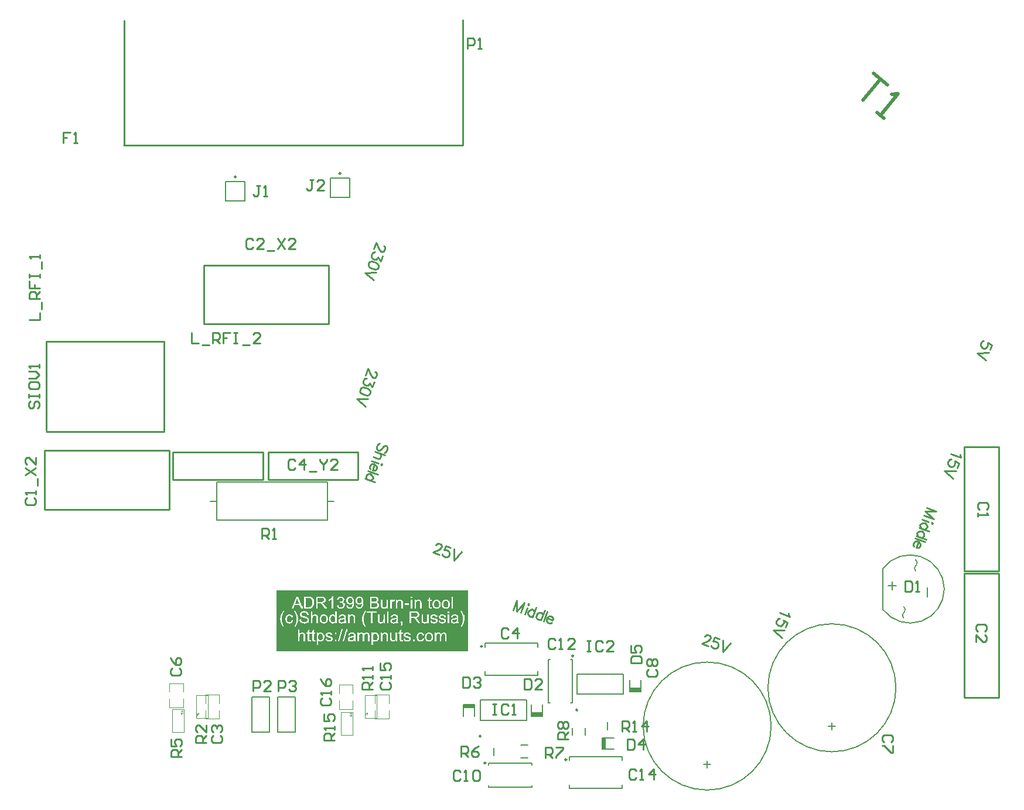
<source format=gto>
G04*
G04 #@! TF.GenerationSoftware,Altium Limited,Altium Designer,22.9.1 (49)*
G04*
G04 Layer_Color=65535*
%FSLAX25Y25*%
%MOIN*%
G70*
G04*
G04 #@! TF.SameCoordinates,1257689D-38EC-466F-A697-83967F765A24*
G04*
G04*
G04 #@! TF.FilePolarity,Positive*
G04*
G01*
G75*
%ADD10C,0.00984*%
%ADD11C,0.00787*%
%ADD12C,0.00492*%
%ADD13C,0.01000*%
%ADD14C,0.02126*%
%ADD15R,0.02165X0.06299*%
%ADD16R,0.06299X0.02165*%
G36*
X-23415Y-105189D02*
Y-115743D01*
Y-126035D01*
D01*
Y-139812D01*
X-132585D01*
Y-126035D01*
Y-115743D01*
D01*
Y-105189D01*
X-23415D01*
D02*
G37*
G36*
X-80829Y-175048D02*
X-80814Y-175049D01*
X-80798Y-175050D01*
X-80780Y-175053D01*
X-80761Y-175056D01*
X-80720Y-175064D01*
X-80678Y-175077D01*
X-80658Y-175086D01*
X-80639Y-175097D01*
X-80621Y-175108D01*
X-80605Y-175121D01*
X-80603Y-175122D01*
X-80601Y-175124D01*
X-80598Y-175129D01*
X-80593Y-175135D01*
X-80586Y-175142D01*
X-80579Y-175151D01*
X-80572Y-175162D01*
X-80565Y-175174D01*
X-80557Y-175188D01*
X-80550Y-175203D01*
X-80544Y-175219D01*
X-80537Y-175237D01*
X-80531Y-175256D01*
X-80529Y-175276D01*
X-80526Y-175298D01*
X-80524Y-175321D01*
Y-175333D01*
X-80526Y-175343D01*
X-80527Y-175354D01*
X-80529Y-175367D01*
X-80531Y-175381D01*
X-80534Y-175396D01*
X-80544Y-175428D01*
X-80550Y-175446D01*
X-80559Y-175464D01*
X-80568Y-175480D01*
X-80579Y-175496D01*
X-80591Y-175511D01*
X-80605Y-175526D01*
X-80606Y-175528D01*
X-80609Y-175529D01*
X-80613Y-175533D01*
X-80620Y-175537D01*
X-80629Y-175543D01*
X-80640Y-175549D01*
X-80652Y-175556D01*
X-80667Y-175563D01*
X-80684Y-175570D01*
X-80703Y-175577D01*
X-80723Y-175582D01*
X-80745Y-175589D01*
X-80771Y-175593D01*
X-80796Y-175597D01*
X-80825Y-175598D01*
X-80856Y-175600D01*
X-80858D01*
X-80863D01*
X-80873D01*
X-80884Y-175598D01*
X-80898Y-175597D01*
X-80913Y-175596D01*
X-80931Y-175593D01*
X-80951Y-175590D01*
X-80991Y-175582D01*
X-81033Y-175568D01*
X-81054Y-175560D01*
X-81073Y-175551D01*
X-81090Y-175539D01*
X-81107Y-175526D01*
X-81108Y-175525D01*
X-81111Y-175522D01*
X-81115Y-175518D01*
X-81119Y-175513D01*
X-81126Y-175506D01*
X-81132Y-175496D01*
X-81139Y-175486D01*
X-81147Y-175473D01*
X-81156Y-175460D01*
X-81162Y-175445D01*
X-81169Y-175428D01*
X-81176Y-175409D01*
X-81180Y-175390D01*
X-81184Y-175370D01*
X-81187Y-175347D01*
X-81188Y-175324D01*
Y-175312D01*
X-81187Y-175302D01*
X-81185Y-175291D01*
X-81184Y-175279D01*
X-81181Y-175265D01*
X-81179Y-175250D01*
X-81168Y-175218D01*
X-81162Y-175200D01*
X-81154Y-175184D01*
X-81145Y-175167D01*
X-81134Y-175151D01*
X-81121Y-175136D01*
X-81107Y-175121D01*
X-81105Y-175120D01*
X-81103Y-175118D01*
X-81098Y-175114D01*
X-81092Y-175109D01*
X-81082Y-175103D01*
X-81073Y-175098D01*
X-81059Y-175091D01*
X-81045Y-175083D01*
X-81028Y-175076D01*
X-81010Y-175069D01*
X-80990Y-175064D01*
X-80967Y-175058D01*
X-80942Y-175053D01*
X-80916Y-175049D01*
X-80888Y-175048D01*
X-80856Y-175046D01*
X-80855D01*
X-80849D01*
X-80840D01*
X-80829Y-175048D01*
D02*
G37*
G36*
X-80527Y-175989D02*
Y-176167D01*
X-81850Y-175499D01*
Y-175325D01*
X-80527Y-175989D01*
D02*
G37*
G36*
X-81493Y-175894D02*
X-81479Y-175895D01*
X-81463Y-175896D01*
X-81445Y-175899D01*
X-81426Y-175902D01*
X-81385Y-175910D01*
X-81345Y-175924D01*
X-81324Y-175932D01*
X-81305Y-175943D01*
X-81287Y-175953D01*
X-81271Y-175967D01*
X-81270Y-175968D01*
X-81267Y-175970D01*
X-81264Y-175975D01*
X-81259Y-175981D01*
X-81252Y-175987D01*
X-81245Y-175997D01*
X-81239Y-176008D01*
X-81232Y-176020D01*
X-81223Y-176034D01*
X-81217Y-176049D01*
X-81210Y-176065D01*
X-81203Y-176083D01*
X-81198Y-176102D01*
X-81195Y-176122D01*
X-81192Y-176144D01*
X-81191Y-176167D01*
Y-176179D01*
X-81192Y-176189D01*
X-81194Y-176199D01*
X-81195Y-176213D01*
X-81198Y-176227D01*
X-81200Y-176242D01*
X-81210Y-176274D01*
X-81217Y-176292D01*
X-81225Y-176310D01*
X-81234Y-176326D01*
X-81245Y-176342D01*
X-81257Y-176357D01*
X-81271Y-176372D01*
X-81273Y-176374D01*
X-81275Y-176375D01*
X-81279Y-176379D01*
X-81286Y-176383D01*
X-81294Y-176389D01*
X-81305Y-176395D01*
X-81317Y-176402D01*
X-81332Y-176409D01*
X-81349Y-176416D01*
X-81368Y-176423D01*
X-81388Y-176428D01*
X-81410Y-176435D01*
X-81434Y-176439D01*
X-81462Y-176443D01*
X-81490Y-176444D01*
X-81520Y-176446D01*
X-81521D01*
X-81527D01*
X-81536D01*
X-81547Y-176444D01*
X-81561Y-176443D01*
X-81577Y-176442D01*
X-81595Y-176439D01*
X-81614Y-176436D01*
X-81655Y-176428D01*
X-81695Y-176414D01*
X-81716Y-176406D01*
X-81735Y-176397D01*
X-81753Y-176384D01*
X-81769Y-176372D01*
X-81770Y-176371D01*
X-81773Y-176368D01*
X-81777Y-176364D01*
X-81781Y-176359D01*
X-81788Y-176352D01*
X-81795Y-176342D01*
X-81801Y-176331D01*
X-81810Y-176319D01*
X-81818Y-176306D01*
X-81825Y-176291D01*
X-81831Y-176274D01*
X-81838Y-176257D01*
X-81842Y-176238D01*
X-81846Y-176217D01*
X-81849Y-176196D01*
X-81850Y-176172D01*
Y-176160D01*
X-81849Y-176151D01*
X-81848Y-176140D01*
X-81846Y-176126D01*
X-81844Y-176112D01*
X-81841Y-176098D01*
X-81830Y-176064D01*
X-81825Y-176047D01*
X-81817Y-176030D01*
X-81807Y-176013D01*
X-81796Y-175997D01*
X-81784Y-175982D01*
X-81769Y-175967D01*
X-81767Y-175966D01*
X-81765Y-175964D01*
X-81761Y-175960D01*
X-81754Y-175955D01*
X-81746Y-175949D01*
X-81735Y-175944D01*
X-81723Y-175937D01*
X-81708Y-175929D01*
X-81691Y-175922D01*
X-81672Y-175915D01*
X-81652Y-175910D01*
X-81630Y-175904D01*
X-81606Y-175899D01*
X-81578Y-175895D01*
X-81551Y-175894D01*
X-81520Y-175892D01*
X-81519D01*
X-81513D01*
X-81504D01*
X-81493Y-175894D01*
D02*
G37*
G36*
X-80575Y-177048D02*
X-81479D01*
X-81478Y-177050D01*
X-81474Y-177054D01*
X-81467Y-177062D01*
X-81459Y-177071D01*
X-81449Y-177084D01*
X-81437Y-177100D01*
X-81423Y-177116D01*
X-81410Y-177137D01*
X-81395Y-177158D01*
X-81380Y-177181D01*
X-81365Y-177207D01*
X-81350Y-177234D01*
X-81335Y-177263D01*
X-81321Y-177294D01*
X-81309Y-177326D01*
X-81297Y-177358D01*
X-81516D01*
Y-177357D01*
X-81517Y-177354D01*
X-81519Y-177349D01*
X-81521Y-177342D01*
X-81525Y-177332D01*
X-81529Y-177323D01*
X-81535Y-177311D01*
X-81542Y-177297D01*
X-81557Y-177267D01*
X-81577Y-177233D01*
X-81602Y-177195D01*
X-81631Y-177154D01*
X-81633Y-177153D01*
X-81636Y-177149D01*
X-81640Y-177143D01*
X-81647Y-177137D01*
X-81655Y-177127D01*
X-81665Y-177118D01*
X-81676Y-177107D01*
X-81690Y-177094D01*
X-81720Y-177069D01*
X-81754Y-177044D01*
X-81792Y-177021D01*
X-81812Y-177012D01*
X-81834Y-177003D01*
Y-176807D01*
X-80575D01*
Y-177048D01*
D02*
G37*
G36*
X-89984Y-175096D02*
X-89983Y-175099D01*
X-89981Y-175104D01*
X-89979Y-175111D01*
X-89975Y-175120D01*
X-89970Y-175130D01*
X-89965Y-175142D01*
X-89958Y-175156D01*
X-89943Y-175186D01*
X-89923Y-175220D01*
X-89898Y-175258D01*
X-89868Y-175299D01*
X-89867Y-175300D01*
X-89864Y-175304D01*
X-89860Y-175309D01*
X-89854Y-175316D01*
X-89845Y-175326D01*
X-89834Y-175335D01*
X-89824Y-175346D01*
X-89810Y-175358D01*
X-89780Y-175384D01*
X-89746Y-175409D01*
X-89708Y-175432D01*
X-89688Y-175441D01*
X-89666Y-175450D01*
Y-175645D01*
X-90925D01*
Y-175405D01*
X-90021D01*
X-90022Y-175403D01*
X-90026Y-175399D01*
X-90033Y-175391D01*
X-90041Y-175381D01*
X-90051Y-175369D01*
X-90063Y-175353D01*
X-90077Y-175337D01*
X-90090Y-175316D01*
X-90105Y-175294D01*
X-90120Y-175271D01*
X-90135Y-175245D01*
X-90150Y-175218D01*
X-90165Y-175190D01*
X-90179Y-175158D01*
X-90191Y-175127D01*
X-90203Y-175094D01*
X-89984D01*
Y-175096D01*
D02*
G37*
G36*
X-89953Y-176008D02*
X-89939Y-176010D01*
X-89923Y-176011D01*
X-89905Y-176014D01*
X-89886Y-176017D01*
X-89845Y-176025D01*
X-89805Y-176038D01*
X-89784Y-176047D01*
X-89765Y-176056D01*
X-89747Y-176068D01*
X-89731Y-176081D01*
X-89730Y-176082D01*
X-89727Y-176085D01*
X-89723Y-176089D01*
X-89719Y-176094D01*
X-89712Y-176101D01*
X-89705Y-176110D01*
X-89698Y-176121D01*
X-89690Y-176134D01*
X-89682Y-176147D01*
X-89675Y-176162D01*
X-89669Y-176178D01*
X-89662Y-176196D01*
X-89658Y-176215D01*
X-89654Y-176235D01*
X-89651Y-176257D01*
X-89649Y-176280D01*
Y-176293D01*
X-89651Y-176302D01*
X-89652Y-176313D01*
X-89654Y-176327D01*
X-89656Y-176340D01*
X-89659Y-176355D01*
X-89670Y-176389D01*
X-89675Y-176406D01*
X-89684Y-176423D01*
X-89693Y-176439D01*
X-89704Y-176456D01*
X-89716Y-176471D01*
X-89731Y-176486D01*
X-89732Y-176487D01*
X-89735Y-176488D01*
X-89739Y-176493D01*
X-89746Y-176498D01*
X-89754Y-176503D01*
X-89765Y-176509D01*
X-89777Y-176516D01*
X-89792Y-176524D01*
X-89809Y-176531D01*
X-89828Y-176537D01*
X-89848Y-176543D01*
X-89870Y-176548D01*
X-89894Y-176554D01*
X-89921Y-176558D01*
X-89949Y-176559D01*
X-89980Y-176561D01*
X-89981D01*
X-89987D01*
X-89996D01*
X-90007Y-176559D01*
X-90021Y-176558D01*
X-90037Y-176557D01*
X-90055Y-176554D01*
X-90074Y-176551D01*
X-90115Y-176543D01*
X-90155Y-176529D01*
X-90176Y-176521D01*
X-90195Y-176510D01*
X-90213Y-176499D01*
X-90229Y-176486D01*
X-90230Y-176484D01*
X-90233Y-176483D01*
X-90236Y-176478D01*
X-90241Y-176472D01*
X-90248Y-176465D01*
X-90255Y-176456D01*
X-90262Y-176445D01*
X-90268Y-176433D01*
X-90276Y-176419D01*
X-90283Y-176404D01*
X-90290Y-176388D01*
X-90297Y-176370D01*
X-90302Y-176351D01*
X-90305Y-176331D01*
X-90308Y-176309D01*
X-90309Y-176286D01*
Y-176274D01*
X-90308Y-176264D01*
X-90306Y-176253D01*
X-90305Y-176240D01*
X-90302Y-176226D01*
X-90300Y-176211D01*
X-90290Y-176178D01*
X-90283Y-176161D01*
X-90275Y-176143D01*
X-90266Y-176127D01*
X-90255Y-176110D01*
X-90242Y-176095D01*
X-90229Y-176081D01*
X-90228Y-176079D01*
X-90225Y-176078D01*
X-90221Y-176074D01*
X-90214Y-176070D01*
X-90206Y-176064D01*
X-90195Y-176057D01*
X-90183Y-176051D01*
X-90168Y-176044D01*
X-90151Y-176037D01*
X-90132Y-176030D01*
X-90112Y-176025D01*
X-90090Y-176018D01*
X-90066Y-176014D01*
X-90039Y-176010D01*
X-90010Y-176008D01*
X-89980Y-176007D01*
X-89979D01*
X-89973D01*
X-89964D01*
X-89953Y-176008D01*
D02*
G37*
G36*
X-89649Y-176954D02*
Y-177128D01*
X-90973Y-176464D01*
Y-176286D01*
X-89649Y-176954D01*
D02*
G37*
G36*
X-90617Y-176854D02*
X-90601Y-176856D01*
X-90587Y-176857D01*
X-90569Y-176860D01*
X-90548Y-176863D01*
X-90509Y-176871D01*
X-90467Y-176884D01*
X-90447Y-176892D01*
X-90427Y-176902D01*
X-90410Y-176914D01*
X-90393Y-176926D01*
X-90392Y-176928D01*
X-90389Y-176930D01*
X-90385Y-176935D01*
X-90381Y-176940D01*
X-90374Y-176947D01*
X-90368Y-176956D01*
X-90361Y-176967D01*
X-90353Y-176979D01*
X-90345Y-176993D01*
X-90338Y-177008D01*
X-90331Y-177024D01*
X-90324Y-177043D01*
X-90320Y-177062D01*
X-90316Y-177083D01*
X-90313Y-177106D01*
X-90312Y-177129D01*
Y-177141D01*
X-90313Y-177151D01*
X-90315Y-177162D01*
X-90316Y-177174D01*
X-90319Y-177188D01*
X-90321Y-177202D01*
X-90332Y-177235D01*
X-90338Y-177253D01*
X-90346Y-177269D01*
X-90355Y-177285D01*
X-90366Y-177302D01*
X-90378Y-177317D01*
X-90393Y-177332D01*
X-90395Y-177333D01*
X-90398Y-177334D01*
X-90402Y-177339D01*
X-90408Y-177344D01*
X-90418Y-177349D01*
X-90427Y-177355D01*
X-90441Y-177362D01*
X-90455Y-177370D01*
X-90472Y-177377D01*
X-90490Y-177383D01*
X-90510Y-177389D01*
X-90534Y-177394D01*
X-90558Y-177400D01*
X-90584Y-177404D01*
X-90612Y-177405D01*
X-90644Y-177407D01*
X-90645D01*
X-90650D01*
X-90660D01*
X-90671Y-177405D01*
X-90686Y-177404D01*
X-90702Y-177402D01*
X-90720Y-177400D01*
X-90739Y-177397D01*
X-90780Y-177389D01*
X-90822Y-177375D01*
X-90842Y-177367D01*
X-90861Y-177356D01*
X-90879Y-177345D01*
X-90895Y-177332D01*
X-90897Y-177330D01*
X-90899Y-177329D01*
X-90902Y-177323D01*
X-90908Y-177318D01*
X-90914Y-177311D01*
X-90921Y-177302D01*
X-90928Y-177291D01*
X-90935Y-177279D01*
X-90943Y-177265D01*
X-90950Y-177250D01*
X-90956Y-177234D01*
X-90963Y-177216D01*
X-90969Y-177197D01*
X-90971Y-177177D01*
X-90974Y-177155D01*
X-90975Y-177132D01*
Y-177120D01*
X-90974Y-177110D01*
X-90973Y-177099D01*
X-90971Y-177085D01*
X-90969Y-177072D01*
X-90966Y-177057D01*
X-90956Y-177024D01*
X-90950Y-177007D01*
X-90942Y-176989D01*
X-90932Y-176973D01*
X-90921Y-176956D01*
X-90909Y-176941D01*
X-90895Y-176926D01*
X-90894Y-176925D01*
X-90891Y-176924D01*
X-90887Y-176920D01*
X-90880Y-176916D01*
X-90871Y-176910D01*
X-90860Y-176903D01*
X-90848Y-176897D01*
X-90833Y-176890D01*
X-90816Y-176883D01*
X-90797Y-176876D01*
X-90777Y-176871D01*
X-90755Y-176864D01*
X-90729Y-176860D01*
X-90703Y-176856D01*
X-90675Y-176854D01*
X-90644Y-176853D01*
X-90642D01*
X-90637D01*
X-90627D01*
X-90617Y-176854D01*
D02*
G37*
G36*
X-185984Y-173596D02*
X-185983Y-173599D01*
X-185981Y-173604D01*
X-185979Y-173611D01*
X-185975Y-173620D01*
X-185970Y-173630D01*
X-185965Y-173642D01*
X-185958Y-173656D01*
X-185943Y-173686D01*
X-185923Y-173720D01*
X-185898Y-173758D01*
X-185869Y-173799D01*
X-185867Y-173800D01*
X-185864Y-173804D01*
X-185860Y-173809D01*
X-185854Y-173816D01*
X-185845Y-173826D01*
X-185835Y-173835D01*
X-185824Y-173846D01*
X-185810Y-173858D01*
X-185780Y-173884D01*
X-185746Y-173909D01*
X-185708Y-173932D01*
X-185688Y-173941D01*
X-185666Y-173950D01*
Y-174145D01*
X-186925D01*
Y-173905D01*
X-186021D01*
X-186022Y-173903D01*
X-186026Y-173899D01*
X-186033Y-173891D01*
X-186041Y-173881D01*
X-186051Y-173869D01*
X-186063Y-173853D01*
X-186077Y-173837D01*
X-186090Y-173816D01*
X-186105Y-173794D01*
X-186120Y-173771D01*
X-186135Y-173746D01*
X-186150Y-173718D01*
X-186165Y-173690D01*
X-186179Y-173658D01*
X-186191Y-173627D01*
X-186203Y-173594D01*
X-185984D01*
Y-173596D01*
D02*
G37*
G36*
X-185953Y-174508D02*
X-185939Y-174510D01*
X-185923Y-174511D01*
X-185905Y-174514D01*
X-185886Y-174517D01*
X-185845Y-174525D01*
X-185805Y-174538D01*
X-185784Y-174547D01*
X-185765Y-174556D01*
X-185747Y-174568D01*
X-185731Y-174581D01*
X-185730Y-174582D01*
X-185727Y-174585D01*
X-185723Y-174589D01*
X-185719Y-174594D01*
X-185712Y-174601D01*
X-185705Y-174610D01*
X-185698Y-174621D01*
X-185690Y-174634D01*
X-185682Y-174647D01*
X-185675Y-174662D01*
X-185669Y-174678D01*
X-185662Y-174696D01*
X-185658Y-174715D01*
X-185654Y-174735D01*
X-185651Y-174757D01*
X-185650Y-174780D01*
Y-174793D01*
X-185651Y-174802D01*
X-185652Y-174813D01*
X-185654Y-174827D01*
X-185656Y-174840D01*
X-185659Y-174855D01*
X-185670Y-174889D01*
X-185675Y-174906D01*
X-185684Y-174923D01*
X-185693Y-174940D01*
X-185704Y-174956D01*
X-185716Y-174971D01*
X-185731Y-174986D01*
X-185732Y-174987D01*
X-185735Y-174988D01*
X-185739Y-174993D01*
X-185746Y-174998D01*
X-185754Y-175003D01*
X-185765Y-175009D01*
X-185777Y-175016D01*
X-185792Y-175024D01*
X-185809Y-175031D01*
X-185828Y-175037D01*
X-185848Y-175043D01*
X-185870Y-175048D01*
X-185894Y-175054D01*
X-185922Y-175058D01*
X-185949Y-175059D01*
X-185980Y-175061D01*
X-185981D01*
X-185987D01*
X-185996D01*
X-186007Y-175059D01*
X-186021Y-175058D01*
X-186037Y-175057D01*
X-186055Y-175054D01*
X-186074Y-175051D01*
X-186115Y-175043D01*
X-186155Y-175029D01*
X-186176Y-175021D01*
X-186195Y-175010D01*
X-186213Y-174999D01*
X-186229Y-174986D01*
X-186230Y-174984D01*
X-186233Y-174983D01*
X-186236Y-174978D01*
X-186241Y-174972D01*
X-186248Y-174965D01*
X-186255Y-174956D01*
X-186261Y-174945D01*
X-186268Y-174933D01*
X-186276Y-174919D01*
X-186283Y-174904D01*
X-186290Y-174888D01*
X-186297Y-174870D01*
X-186302Y-174851D01*
X-186305Y-174831D01*
X-186308Y-174809D01*
X-186309Y-174786D01*
Y-174774D01*
X-186308Y-174764D01*
X-186306Y-174753D01*
X-186305Y-174740D01*
X-186302Y-174726D01*
X-186300Y-174711D01*
X-186290Y-174678D01*
X-186283Y-174661D01*
X-186275Y-174643D01*
X-186266Y-174627D01*
X-186255Y-174610D01*
X-186242Y-174595D01*
X-186229Y-174581D01*
X-186228Y-174579D01*
X-186225Y-174578D01*
X-186221Y-174574D01*
X-186214Y-174570D01*
X-186206Y-174564D01*
X-186195Y-174557D01*
X-186183Y-174551D01*
X-186168Y-174544D01*
X-186151Y-174537D01*
X-186132Y-174530D01*
X-186112Y-174525D01*
X-186090Y-174518D01*
X-186066Y-174514D01*
X-186038Y-174510D01*
X-186010Y-174508D01*
X-185980Y-174507D01*
X-185979D01*
X-185973D01*
X-185964D01*
X-185953Y-174508D01*
D02*
G37*
G36*
X-185650Y-175454D02*
Y-175628D01*
X-186973Y-174964D01*
Y-174786D01*
X-185650Y-175454D01*
D02*
G37*
G36*
X-186617Y-175354D02*
X-186601Y-175356D01*
X-186587Y-175357D01*
X-186569Y-175360D01*
X-186548Y-175363D01*
X-186509Y-175371D01*
X-186467Y-175384D01*
X-186446Y-175392D01*
X-186427Y-175402D01*
X-186410Y-175414D01*
X-186393Y-175426D01*
X-186392Y-175428D01*
X-186389Y-175431D01*
X-186385Y-175435D01*
X-186381Y-175440D01*
X-186374Y-175447D01*
X-186368Y-175456D01*
X-186361Y-175467D01*
X-186353Y-175479D01*
X-186345Y-175493D01*
X-186338Y-175508D01*
X-186331Y-175524D01*
X-186324Y-175543D01*
X-186320Y-175562D01*
X-186316Y-175583D01*
X-186313Y-175606D01*
X-186312Y-175629D01*
Y-175641D01*
X-186313Y-175651D01*
X-186315Y-175662D01*
X-186316Y-175674D01*
X-186319Y-175688D01*
X-186321Y-175703D01*
X-186332Y-175735D01*
X-186338Y-175753D01*
X-186346Y-175769D01*
X-186355Y-175785D01*
X-186366Y-175802D01*
X-186379Y-175817D01*
X-186393Y-175832D01*
X-186395Y-175833D01*
X-186398Y-175834D01*
X-186402Y-175838D01*
X-186408Y-175844D01*
X-186418Y-175849D01*
X-186427Y-175855D01*
X-186441Y-175862D01*
X-186455Y-175870D01*
X-186472Y-175877D01*
X-186490Y-175883D01*
X-186510Y-175889D01*
X-186533Y-175894D01*
X-186558Y-175900D01*
X-186584Y-175904D01*
X-186612Y-175905D01*
X-186644Y-175907D01*
X-186645D01*
X-186651D01*
X-186660D01*
X-186671Y-175905D01*
X-186686Y-175904D01*
X-186702Y-175902D01*
X-186720Y-175900D01*
X-186739Y-175897D01*
X-186780Y-175889D01*
X-186822Y-175875D01*
X-186842Y-175867D01*
X-186861Y-175856D01*
X-186879Y-175845D01*
X-186895Y-175832D01*
X-186897Y-175830D01*
X-186899Y-175829D01*
X-186902Y-175823D01*
X-186907Y-175818D01*
X-186914Y-175811D01*
X-186921Y-175802D01*
X-186928Y-175791D01*
X-186935Y-175779D01*
X-186943Y-175765D01*
X-186950Y-175750D01*
X-186957Y-175734D01*
X-186963Y-175716D01*
X-186969Y-175697D01*
X-186971Y-175677D01*
X-186974Y-175655D01*
X-186976Y-175632D01*
Y-175619D01*
X-186974Y-175610D01*
X-186973Y-175599D01*
X-186971Y-175585D01*
X-186969Y-175572D01*
X-186966Y-175557D01*
X-186957Y-175524D01*
X-186950Y-175507D01*
X-186942Y-175489D01*
X-186932Y-175473D01*
X-186921Y-175456D01*
X-186909Y-175441D01*
X-186895Y-175426D01*
X-186894Y-175425D01*
X-186891Y-175424D01*
X-186887Y-175420D01*
X-186880Y-175416D01*
X-186871Y-175410D01*
X-186860Y-175403D01*
X-186848Y-175397D01*
X-186833Y-175390D01*
X-186816Y-175383D01*
X-186797Y-175376D01*
X-186777Y-175371D01*
X-186755Y-175364D01*
X-186729Y-175360D01*
X-186704Y-175356D01*
X-186675Y-175354D01*
X-186644Y-175353D01*
X-186642D01*
X-186637D01*
X-186627D01*
X-186617Y-175354D01*
D02*
G37*
G36*
X-176829Y-175095D02*
X-176814Y-175096D01*
X-176798Y-175098D01*
X-176780Y-175100D01*
X-176761Y-175103D01*
X-176720Y-175111D01*
X-176678Y-175125D01*
X-176658Y-175133D01*
X-176639Y-175144D01*
X-176621Y-175155D01*
X-176605Y-175168D01*
X-176603Y-175170D01*
X-176601Y-175171D01*
X-176598Y-175177D01*
X-176593Y-175182D01*
X-176586Y-175189D01*
X-176579Y-175198D01*
X-176572Y-175209D01*
X-176565Y-175221D01*
X-176557Y-175235D01*
X-176550Y-175250D01*
X-176543Y-175266D01*
X-176537Y-175284D01*
X-176531Y-175303D01*
X-176529Y-175323D01*
X-176526Y-175345D01*
X-176524Y-175368D01*
Y-175381D01*
X-176526Y-175390D01*
X-176527Y-175401D01*
X-176529Y-175415D01*
X-176531Y-175428D01*
X-176534Y-175443D01*
X-176543Y-175476D01*
X-176550Y-175493D01*
X-176558Y-175511D01*
X-176568Y-175527D01*
X-176579Y-175544D01*
X-176591Y-175559D01*
X-176605Y-175574D01*
X-176606Y-175575D01*
X-176609Y-175576D01*
X-176613Y-175580D01*
X-176620Y-175584D01*
X-176629Y-175590D01*
X-176640Y-175597D01*
X-176652Y-175603D01*
X-176667Y-175610D01*
X-176684Y-175617D01*
X-176703Y-175624D01*
X-176723Y-175629D01*
X-176745Y-175636D01*
X-176771Y-175640D01*
X-176796Y-175644D01*
X-176825Y-175646D01*
X-176856Y-175647D01*
X-176858D01*
X-176863D01*
X-176873D01*
X-176883Y-175646D01*
X-176899Y-175644D01*
X-176913Y-175643D01*
X-176931Y-175640D01*
X-176952Y-175637D01*
X-176991Y-175629D01*
X-177033Y-175616D01*
X-177053Y-175608D01*
X-177073Y-175598D01*
X-177090Y-175586D01*
X-177107Y-175574D01*
X-177108Y-175572D01*
X-177111Y-175569D01*
X-177115Y-175565D01*
X-177119Y-175560D01*
X-177126Y-175553D01*
X-177132Y-175544D01*
X-177139Y-175533D01*
X-177147Y-175521D01*
X-177155Y-175507D01*
X-177162Y-175492D01*
X-177169Y-175476D01*
X-177176Y-175457D01*
X-177180Y-175438D01*
X-177184Y-175417D01*
X-177187Y-175394D01*
X-177188Y-175371D01*
Y-175359D01*
X-177187Y-175349D01*
X-177185Y-175338D01*
X-177184Y-175326D01*
X-177181Y-175312D01*
X-177179Y-175297D01*
X-177168Y-175265D01*
X-177162Y-175247D01*
X-177154Y-175231D01*
X-177145Y-175215D01*
X-177134Y-175198D01*
X-177121Y-175183D01*
X-177107Y-175168D01*
X-177105Y-175167D01*
X-177102Y-175166D01*
X-177098Y-175162D01*
X-177092Y-175156D01*
X-177082Y-175151D01*
X-177073Y-175145D01*
X-177059Y-175138D01*
X-177045Y-175130D01*
X-177028Y-175123D01*
X-177010Y-175117D01*
X-176990Y-175111D01*
X-176967Y-175106D01*
X-176942Y-175100D01*
X-176916Y-175096D01*
X-176888Y-175095D01*
X-176856Y-175093D01*
X-176855D01*
X-176849D01*
X-176840D01*
X-176829Y-175095D01*
D02*
G37*
G36*
X-176527Y-176036D02*
Y-176214D01*
X-177850Y-175546D01*
Y-175372D01*
X-176527Y-176036D01*
D02*
G37*
G36*
X-177493Y-175941D02*
X-177479Y-175942D01*
X-177463Y-175944D01*
X-177445Y-175946D01*
X-177426Y-175949D01*
X-177385Y-175957D01*
X-177345Y-175971D01*
X-177324Y-175979D01*
X-177305Y-175990D01*
X-177287Y-176001D01*
X-177271Y-176014D01*
X-177270Y-176016D01*
X-177267Y-176017D01*
X-177264Y-176022D01*
X-177259Y-176028D01*
X-177252Y-176035D01*
X-177245Y-176044D01*
X-177239Y-176055D01*
X-177232Y-176067D01*
X-177224Y-176081D01*
X-177217Y-176096D01*
X-177210Y-176112D01*
X-177203Y-176130D01*
X-177198Y-176149D01*
X-177195Y-176169D01*
X-177192Y-176191D01*
X-177191Y-176214D01*
Y-176226D01*
X-177192Y-176236D01*
X-177194Y-176247D01*
X-177195Y-176260D01*
X-177198Y-176274D01*
X-177200Y-176289D01*
X-177210Y-176322D01*
X-177217Y-176339D01*
X-177225Y-176357D01*
X-177234Y-176373D01*
X-177245Y-176390D01*
X-177258Y-176405D01*
X-177271Y-176419D01*
X-177272Y-176421D01*
X-177275Y-176422D01*
X-177279Y-176426D01*
X-177286Y-176430D01*
X-177294Y-176436D01*
X-177305Y-176443D01*
X-177317Y-176449D01*
X-177332Y-176456D01*
X-177349Y-176463D01*
X-177368Y-176470D01*
X-177388Y-176475D01*
X-177410Y-176482D01*
X-177434Y-176486D01*
X-177462Y-176490D01*
X-177490Y-176492D01*
X-177520Y-176493D01*
X-177521D01*
X-177527D01*
X-177536D01*
X-177547Y-176492D01*
X-177561Y-176490D01*
X-177577Y-176489D01*
X-177595Y-176486D01*
X-177614Y-176483D01*
X-177655Y-176475D01*
X-177695Y-176462D01*
X-177716Y-176453D01*
X-177735Y-176444D01*
X-177753Y-176432D01*
X-177769Y-176419D01*
X-177770Y-176418D01*
X-177773Y-176415D01*
X-177777Y-176411D01*
X-177781Y-176406D01*
X-177788Y-176399D01*
X-177795Y-176390D01*
X-177802Y-176379D01*
X-177810Y-176366D01*
X-177818Y-176353D01*
X-177825Y-176338D01*
X-177831Y-176322D01*
X-177838Y-176304D01*
X-177842Y-176285D01*
X-177846Y-176265D01*
X-177849Y-176243D01*
X-177850Y-176220D01*
Y-176207D01*
X-177849Y-176198D01*
X-177848Y-176187D01*
X-177846Y-176173D01*
X-177844Y-176160D01*
X-177841Y-176145D01*
X-177830Y-176111D01*
X-177825Y-176094D01*
X-177816Y-176077D01*
X-177807Y-176060D01*
X-177796Y-176044D01*
X-177784Y-176029D01*
X-177769Y-176014D01*
X-177768Y-176013D01*
X-177765Y-176012D01*
X-177761Y-176007D01*
X-177754Y-176002D01*
X-177746Y-175997D01*
X-177735Y-175991D01*
X-177723Y-175984D01*
X-177708Y-175976D01*
X-177691Y-175969D01*
X-177672Y-175963D01*
X-177652Y-175957D01*
X-177630Y-175952D01*
X-177606Y-175946D01*
X-177578Y-175942D01*
X-177551Y-175941D01*
X-177520Y-175939D01*
X-177519D01*
X-177513D01*
X-177504D01*
X-177493Y-175941D01*
D02*
G37*
G36*
X-176575Y-177095D02*
X-177479D01*
X-177478Y-177097D01*
X-177474Y-177101D01*
X-177467Y-177109D01*
X-177459Y-177119D01*
X-177449Y-177131D01*
X-177437Y-177147D01*
X-177423Y-177163D01*
X-177410Y-177184D01*
X-177395Y-177206D01*
X-177380Y-177229D01*
X-177365Y-177254D01*
X-177350Y-177282D01*
X-177335Y-177310D01*
X-177321Y-177342D01*
X-177309Y-177373D01*
X-177297Y-177406D01*
X-177516D01*
Y-177404D01*
X-177517Y-177401D01*
X-177519Y-177396D01*
X-177521Y-177389D01*
X-177525Y-177380D01*
X-177530Y-177370D01*
X-177535Y-177358D01*
X-177542Y-177344D01*
X-177557Y-177314D01*
X-177577Y-177280D01*
X-177602Y-177242D01*
X-177631Y-177201D01*
X-177633Y-177200D01*
X-177636Y-177196D01*
X-177640Y-177191D01*
X-177647Y-177184D01*
X-177655Y-177174D01*
X-177665Y-177165D01*
X-177676Y-177154D01*
X-177690Y-177142D01*
X-177720Y-177116D01*
X-177754Y-177091D01*
X-177792Y-177068D01*
X-177812Y-177059D01*
X-177834Y-177050D01*
Y-176855D01*
X-176575D01*
Y-177095D01*
D02*
G37*
%LPC*%
G36*
X-46580Y-111352D02*
Y-111359D01*
D01*
Y-111352D01*
D02*
G37*
G36*
X-51642Y-110577D02*
X-51716D01*
X-51901Y-110584D01*
X-52078Y-110614D01*
X-52240Y-110651D01*
X-52395Y-110702D01*
X-52535Y-110769D01*
X-52661Y-110835D01*
X-52779Y-110909D01*
X-52882Y-110983D01*
X-52978Y-111064D01*
X-53059Y-111138D01*
X-53126Y-111204D01*
X-53177Y-111271D01*
X-53222Y-111322D01*
X-53259Y-111359D01*
X-53273Y-111389D01*
X-53281Y-111396D01*
Y-110688D01*
X-54033D01*
Y-115625D01*
X-50026D01*
Y-112392D01*
Y-112392D01*
X-50033Y-112296D01*
Y-112215D01*
X-50041Y-112141D01*
Y-112075D01*
X-50048Y-111964D01*
X-50063Y-111883D01*
X-50070Y-111824D01*
X-50078Y-111787D01*
Y-111780D01*
X-50107Y-111647D01*
X-50152Y-111529D01*
X-50188Y-111426D01*
X-50233Y-111337D01*
X-50277Y-111263D01*
X-50306Y-111204D01*
X-50329Y-111175D01*
X-50336Y-111160D01*
X-50410Y-111064D01*
X-50498Y-110983D01*
X-50594Y-110916D01*
X-50683Y-110850D01*
X-50771Y-110806D01*
X-50838Y-110769D01*
X-50882Y-110747D01*
X-50890Y-110739D01*
X-50897D01*
X-51037Y-110688D01*
X-51177Y-110643D01*
X-51318Y-110614D01*
X-51443Y-110599D01*
X-51554Y-110584D01*
X-51598D01*
X-51642Y-110577D01*
D02*
G37*
G36*
X-62211D02*
X-62284D01*
X-62469Y-110584D01*
X-62646Y-110614D01*
X-62808Y-110651D01*
X-62963Y-110702D01*
X-63103Y-110769D01*
X-63229Y-110835D01*
X-63347Y-110909D01*
X-63450Y-110983D01*
X-63546Y-111064D01*
X-63627Y-111138D01*
X-63694Y-111204D01*
X-63745Y-111271D01*
X-63790Y-111322D01*
X-63827Y-111359D01*
X-63841Y-111389D01*
X-63849Y-111396D01*
Y-110688D01*
X-64602D01*
Y-115625D01*
X-60594D01*
Y-112392D01*
X-60602Y-112296D01*
Y-112215D01*
X-60609Y-112141D01*
Y-112075D01*
X-60616Y-111964D01*
X-60631Y-111883D01*
X-60638Y-111824D01*
X-60646Y-111787D01*
Y-111780D01*
X-60676Y-111647D01*
X-60720Y-111529D01*
X-60757Y-111426D01*
X-60801Y-111337D01*
X-60845Y-111263D01*
X-60875Y-111204D01*
X-60897Y-111175D01*
X-60904Y-111160D01*
X-60978Y-111064D01*
X-61067Y-110983D01*
X-61163Y-110916D01*
X-61251Y-110850D01*
X-61340Y-110806D01*
X-61406Y-110769D01*
X-61450Y-110747D01*
X-61458Y-110739D01*
X-61465D01*
X-61605Y-110688D01*
X-61746Y-110643D01*
X-61886Y-110614D01*
X-62011Y-110599D01*
X-62122Y-110584D01*
X-62166D01*
X-62211Y-110577D01*
D02*
G37*
G36*
X-46580Y-111418D02*
Y-111418D01*
D01*
Y-111418D01*
D02*
G37*
G36*
Y-111418D02*
D01*
D01*
D01*
D02*
G37*
G36*
X-65915Y-110577D02*
X-65960D01*
X-66063Y-110584D01*
X-66166Y-110606D01*
X-66255Y-110628D01*
X-66336Y-110658D01*
X-66395Y-110695D01*
X-66447Y-110717D01*
X-66476Y-110739D01*
X-66491Y-110747D01*
X-66535Y-110784D01*
X-66587Y-110828D01*
X-66675Y-110924D01*
X-66764Y-111042D01*
X-66845Y-111160D01*
X-66919Y-111263D01*
X-66971Y-111359D01*
X-66993Y-111389D01*
X-67007Y-111418D01*
X-67022Y-111433D01*
Y-110688D01*
X-67775D01*
Y-115625D01*
X-65096D01*
D01*
X-66941D01*
Y-113042D01*
X-66934Y-112850D01*
X-66919Y-112665D01*
X-66897Y-112503D01*
X-66875Y-112355D01*
X-66852Y-112237D01*
X-66838Y-112186D01*
X-66830Y-112141D01*
X-66823Y-112112D01*
X-66816Y-112090D01*
X-66808Y-112075D01*
Y-112068D01*
X-66764Y-111964D01*
X-66720Y-111868D01*
X-66668Y-111795D01*
X-66616Y-111728D01*
X-66572Y-111677D01*
X-66535Y-111640D01*
X-66506Y-111617D01*
X-66498Y-111610D01*
X-66410Y-111551D01*
X-66329Y-111514D01*
X-66247Y-111485D01*
X-66166Y-111462D01*
X-66100Y-111448D01*
X-66048Y-111440D01*
X-66004D01*
X-65886Y-111448D01*
X-65775Y-111470D01*
X-65672Y-111499D01*
X-65583Y-111529D01*
X-65502Y-111566D01*
X-65443Y-111595D01*
X-65406Y-111617D01*
X-65391Y-111625D01*
X-65096Y-110850D01*
X-65258Y-110761D01*
X-65421Y-110695D01*
X-65561Y-110643D01*
X-65694Y-110614D01*
X-65804Y-110592D01*
X-65849Y-110584D01*
X-65886D01*
X-65915Y-110577D01*
D02*
G37*
G36*
X-46580Y-111647D02*
D01*
D01*
D01*
D02*
G37*
G36*
Y-111809D02*
D01*
D01*
D01*
D02*
G37*
G36*
X-111221Y-108813D02*
D01*
Y-112186D01*
X-111236Y-111854D01*
X-111243Y-111699D01*
X-111265Y-111551D01*
X-111287Y-111411D01*
X-111310Y-111278D01*
X-111332Y-111153D01*
X-111354Y-111034D01*
X-111383Y-110931D01*
X-111406Y-110843D01*
X-111428Y-110761D01*
X-111450Y-110695D01*
X-111472Y-110643D01*
X-111479Y-110599D01*
X-111494Y-110577D01*
Y-110570D01*
X-111605Y-110319D01*
X-111730Y-110090D01*
X-111797Y-109986D01*
X-111863Y-109890D01*
X-111930Y-109802D01*
X-111996Y-109721D01*
X-112055Y-109647D01*
X-112114Y-109588D01*
X-112166Y-109529D01*
X-112210Y-109485D01*
X-112247Y-109448D01*
X-112276Y-109426D01*
X-112291Y-109411D01*
X-112299Y-109403D01*
X-112461Y-109278D01*
X-112631Y-109175D01*
X-112793Y-109093D01*
X-112948Y-109027D01*
X-113088Y-108975D01*
X-113147Y-108961D01*
X-113199Y-108946D01*
X-113236Y-108931D01*
X-113265Y-108924D01*
X-113287Y-108916D01*
X-113295D01*
X-113376Y-108902D01*
X-113465Y-108879D01*
X-113664Y-108857D01*
X-113863Y-108835D01*
X-114062Y-108828D01*
X-114151Y-108820D01*
X-114240D01*
X-114313Y-108813D01*
X-116852D01*
Y-115625D01*
X-111221D01*
X-114394D01*
X-114173Y-115617D01*
X-113966Y-115610D01*
X-113782Y-115588D01*
X-113620Y-115566D01*
X-113553Y-115558D01*
X-113494Y-115551D01*
X-113435Y-115536D01*
X-113391Y-115529D01*
X-113354Y-115522D01*
X-113332D01*
X-113317Y-115514D01*
X-113310D01*
X-113140Y-115462D01*
X-112978Y-115411D01*
X-112837Y-115352D01*
X-112719Y-115300D01*
X-112623Y-115248D01*
X-112549Y-115211D01*
X-112505Y-115182D01*
X-112498Y-115175D01*
X-112490D01*
X-112365Y-115079D01*
X-112247Y-114983D01*
X-112144Y-114879D01*
X-112055Y-114776D01*
X-111974Y-114688D01*
X-111922Y-114621D01*
X-111900Y-114592D01*
X-111885Y-114569D01*
X-111871Y-114562D01*
Y-114555D01*
X-111767Y-114400D01*
X-111679Y-114237D01*
X-111598Y-114068D01*
X-111531Y-113913D01*
X-111479Y-113772D01*
X-111457Y-113713D01*
X-111435Y-113662D01*
X-111428Y-113625D01*
X-111413Y-113595D01*
X-111406Y-113573D01*
Y-113566D01*
X-111346Y-113330D01*
X-111302Y-113093D01*
X-111265Y-112865D01*
X-111243Y-112651D01*
X-111236Y-112555D01*
X-111228Y-112466D01*
Y-112385D01*
X-111221Y-112319D01*
Y-108813D01*
D02*
G37*
G36*
X-46580Y-112577D02*
D01*
D01*
D01*
D02*
G37*
G36*
Y-112643D02*
D01*
D01*
D01*
D02*
G37*
G36*
Y-112901D02*
Y-112902D01*
D01*
Y-112901D01*
D02*
G37*
G36*
X-93694Y-108791D02*
Y-113499D01*
X-93708Y-113381D01*
X-93745Y-113167D01*
X-93804Y-112983D01*
X-93834Y-112902D01*
X-93863Y-112828D01*
X-93893Y-112754D01*
X-93922Y-112695D01*
X-93952Y-112643D01*
X-93981Y-112606D01*
X-94003Y-112569D01*
X-94018Y-112547D01*
X-94026Y-112533D01*
X-94033Y-112525D01*
X-94166Y-112370D01*
X-94321Y-112245D01*
X-94476Y-112149D01*
X-94624Y-112068D01*
X-94764Y-112009D01*
X-94823Y-111986D01*
X-94867Y-111972D01*
X-94911Y-111957D01*
X-94941Y-111950D01*
X-94963Y-111942D01*
X-94970D01*
X-94808Y-111854D01*
X-94668Y-111765D01*
X-94542Y-111669D01*
X-94446Y-111573D01*
X-94365Y-111492D01*
X-94314Y-111426D01*
X-94277Y-111381D01*
X-94269Y-111374D01*
Y-111366D01*
X-94188Y-111226D01*
X-94129Y-111086D01*
X-94085Y-110953D01*
X-94055Y-110828D01*
X-94040Y-110724D01*
X-94026Y-110636D01*
Y-110606D01*
Y-110584D01*
Y-110570D01*
Y-110562D01*
X-94033Y-110392D01*
X-94063Y-110230D01*
X-94107Y-110082D01*
X-94151Y-109950D01*
X-94195Y-109839D01*
X-94218Y-109795D01*
X-94240Y-109758D01*
X-94254Y-109728D01*
X-94269Y-109699D01*
X-94277Y-109691D01*
Y-109684D01*
X-94380Y-109536D01*
X-94498Y-109411D01*
X-94616Y-109300D01*
X-94734Y-109204D01*
X-94837Y-109130D01*
X-94919Y-109079D01*
X-94956Y-109057D01*
X-94978Y-109042D01*
X-94992Y-109034D01*
X-95000D01*
X-95177Y-108953D01*
X-95354Y-108894D01*
X-95531Y-108850D01*
X-95686Y-108820D01*
X-95826Y-108806D01*
X-95878Y-108798D01*
X-95930Y-108791D01*
X-96026D01*
X-96173Y-108798D01*
X-96314Y-108813D01*
X-96446Y-108835D01*
X-96579Y-108865D01*
X-96697Y-108902D01*
X-96808Y-108939D01*
X-96911Y-108983D01*
X-97000Y-109020D01*
X-97088Y-109064D01*
X-97162Y-109108D01*
X-97221Y-109145D01*
X-97280Y-109182D01*
X-97317Y-109212D01*
X-97354Y-109234D01*
X-97369Y-109248D01*
X-97376Y-109256D01*
X-97472Y-109344D01*
X-97561Y-109448D01*
X-97642Y-109551D01*
X-97716Y-109654D01*
X-97782Y-109765D01*
X-97834Y-109868D01*
X-97930Y-110082D01*
X-97967Y-110178D01*
X-97996Y-110267D01*
X-98018Y-110348D01*
X-98040Y-110415D01*
X-98055Y-110474D01*
X-98062Y-110518D01*
X-98070Y-110547D01*
Y-110555D01*
X-97236Y-110702D01*
X-97192Y-110488D01*
X-97133Y-110304D01*
X-97066Y-110141D01*
X-96992Y-110016D01*
X-96933Y-109913D01*
X-96874Y-109846D01*
X-96838Y-109802D01*
X-96823Y-109787D01*
X-96690Y-109684D01*
X-96557Y-109610D01*
X-96417Y-109551D01*
X-96291Y-109514D01*
X-96173Y-109492D01*
X-96129Y-109485D01*
X-96085D01*
X-96048Y-109477D01*
X-96004D01*
X-95826Y-109492D01*
X-95671Y-109521D01*
X-95531Y-109573D01*
X-95413Y-109625D01*
X-95324Y-109684D01*
X-95258Y-109736D01*
X-95214Y-109765D01*
X-95199Y-109780D01*
X-95140Y-109839D01*
X-95096Y-109898D01*
X-95015Y-110031D01*
X-94956Y-110156D01*
X-94919Y-110274D01*
X-94897Y-110385D01*
X-94889Y-110466D01*
X-94882Y-110503D01*
Y-110525D01*
Y-110540D01*
Y-110547D01*
X-94889Y-110651D01*
X-94904Y-110747D01*
X-94919Y-110843D01*
X-94948Y-110924D01*
X-95022Y-111071D01*
X-95096Y-111189D01*
X-95177Y-111285D01*
X-95251Y-111352D01*
X-95280Y-111374D01*
X-95295Y-111389D01*
X-95310Y-111403D01*
X-95317D01*
X-95480Y-111499D01*
X-95649Y-111566D01*
X-95812Y-111617D01*
X-95959Y-111647D01*
X-96085Y-111669D01*
X-96136Y-111677D01*
X-96188D01*
X-96225Y-111684D01*
X-96321D01*
X-96365Y-111677D01*
X-96402Y-111669D01*
X-96417D01*
X-96505Y-112400D01*
X-96380Y-112370D01*
X-96262Y-112348D01*
X-96166Y-112333D01*
X-96077Y-112319D01*
X-96011D01*
X-95959Y-112311D01*
X-95915D01*
X-95812Y-112319D01*
X-95708Y-112326D01*
X-95524Y-112370D01*
X-95362Y-112429D01*
X-95221Y-112496D01*
X-95110Y-112569D01*
X-95066Y-112599D01*
X-95029Y-112628D01*
X-95000Y-112651D01*
X-94978Y-112673D01*
X-94970Y-112680D01*
X-94963Y-112688D01*
X-94897Y-112761D01*
X-94837Y-112835D01*
X-94786Y-112909D01*
X-94741Y-112990D01*
X-94675Y-113145D01*
X-94624Y-113300D01*
X-94601Y-113433D01*
X-94594Y-113485D01*
X-94586Y-113536D01*
X-94579Y-113573D01*
Y-113610D01*
Y-113625D01*
Y-113632D01*
X-94586Y-113743D01*
X-94594Y-113846D01*
X-94646Y-114046D01*
X-94705Y-114215D01*
X-94778Y-114363D01*
X-94823Y-114429D01*
X-94860Y-114481D01*
X-94889Y-114532D01*
X-94919Y-114569D01*
X-94948Y-114599D01*
X-94970Y-114621D01*
X-94978Y-114636D01*
X-94985Y-114643D01*
X-95066Y-114717D01*
X-95147Y-114776D01*
X-95229Y-114828D01*
X-95310Y-114879D01*
X-95480Y-114953D01*
X-95642Y-114997D01*
X-95775Y-115027D01*
X-95841Y-115034D01*
X-95885Y-115042D01*
X-95930Y-115049D01*
X-95989D01*
X-96166Y-115034D01*
X-96336Y-114997D01*
X-96476Y-114953D01*
X-96601Y-114894D01*
X-96705Y-114835D01*
X-96778Y-114791D01*
X-96801Y-114769D01*
X-96823Y-114754D01*
X-96830Y-114739D01*
X-96838D01*
X-96896Y-114673D01*
X-96956Y-114606D01*
X-97059Y-114451D01*
X-97140Y-114282D01*
X-97206Y-114112D01*
X-97258Y-113957D01*
X-97273Y-113891D01*
X-97288Y-113831D01*
X-97302Y-113780D01*
X-97310Y-113743D01*
X-97317Y-113721D01*
Y-113713D01*
X-98151Y-113824D01*
D01*
X-98129Y-113979D01*
X-98099Y-114127D01*
X-98055Y-114267D01*
X-98011Y-114400D01*
X-97959Y-114525D01*
X-97900Y-114636D01*
X-97841Y-114747D01*
X-97782Y-114835D01*
X-97723Y-114924D01*
X-97671Y-114997D01*
X-97620Y-115064D01*
X-97575Y-115116D01*
X-97531Y-115160D01*
X-97502Y-115189D01*
X-97487Y-115204D01*
X-97479Y-115211D01*
X-97369Y-115307D01*
X-97243Y-115389D01*
X-97125Y-115455D01*
X-97000Y-115522D01*
X-96874Y-115573D01*
X-96749Y-115610D01*
X-96631Y-115647D01*
X-96513Y-115676D01*
X-96402Y-115699D01*
X-96306Y-115713D01*
X-96218Y-115728D01*
X-96136Y-115735D01*
X-96077D01*
X-96026Y-115743D01*
X-98151D01*
X-93694D01*
Y-108791D01*
D02*
G37*
G36*
X-57067Y-112739D02*
X-59642D01*
Y-113581D01*
X-57067D01*
Y-112739D01*
D02*
G37*
G36*
X-69081Y-110688D02*
X-69915D01*
Y-113337D01*
X-69923Y-113558D01*
X-69937Y-113750D01*
X-69959Y-113913D01*
X-69982Y-114053D01*
X-69996Y-114112D01*
X-70011Y-114156D01*
X-70026Y-114200D01*
X-70033Y-114237D01*
X-70041Y-114260D01*
X-70048Y-114282D01*
X-70055Y-114289D01*
Y-114296D01*
X-70114Y-114415D01*
X-70188Y-114518D01*
X-70269Y-114606D01*
X-70343Y-114680D01*
X-70417Y-114739D01*
X-70476Y-114784D01*
X-70513Y-114813D01*
X-70520Y-114820D01*
X-70528D01*
X-70653Y-114887D01*
X-70771Y-114931D01*
X-70889Y-114968D01*
X-71000Y-114990D01*
X-71096Y-115005D01*
X-71162Y-115012D01*
X-71229D01*
X-71362Y-115005D01*
X-71487Y-114983D01*
X-71598Y-114953D01*
X-71686Y-114916D01*
X-71760Y-114887D01*
X-71819Y-114857D01*
X-71849Y-114835D01*
X-71864Y-114828D01*
X-71952Y-114754D01*
X-72026Y-114665D01*
X-72085Y-114584D01*
X-72129Y-114503D01*
X-72166Y-114429D01*
X-72188Y-114363D01*
X-72196Y-114326D01*
X-72203Y-114311D01*
X-72210Y-114267D01*
X-72218Y-114208D01*
X-72225Y-114075D01*
X-72240Y-113927D01*
Y-113780D01*
X-72247Y-113647D01*
Y-113588D01*
Y-113529D01*
Y-113485D01*
Y-113455D01*
Y-113433D01*
Y-113426D01*
Y-110688D01*
X-71081D01*
X-73081D01*
Y-113935D01*
X-73074Y-114097D01*
X-73067Y-114230D01*
X-73059Y-114341D01*
X-73052Y-114422D01*
X-73044Y-114488D01*
X-73037Y-114518D01*
Y-114532D01*
X-73000Y-114665D01*
X-72963Y-114784D01*
X-72919Y-114887D01*
X-72875Y-114975D01*
X-72838Y-115049D01*
X-72808Y-115108D01*
X-72786Y-115138D01*
X-72779Y-115153D01*
X-72705Y-115241D01*
X-72616Y-115322D01*
X-72520Y-115396D01*
X-72432Y-115455D01*
X-72343Y-115507D01*
X-72277Y-115544D01*
X-72233Y-115566D01*
X-72225Y-115573D01*
X-72218D01*
X-72070Y-115625D01*
X-71930Y-115669D01*
X-71790Y-115699D01*
X-71664Y-115713D01*
X-71554Y-115728D01*
X-71472Y-115735D01*
X-73081D01*
X-69081D01*
Y-110688D01*
D02*
G37*
G36*
X-85369Y-108791D02*
X-85435D01*
X-85605Y-108798D01*
X-85760Y-108820D01*
X-85915Y-108850D01*
X-86063Y-108887D01*
X-86195Y-108939D01*
X-86321Y-108990D01*
X-86439Y-109049D01*
X-86542Y-109108D01*
X-86638Y-109167D01*
X-86720Y-109226D01*
X-86793Y-109278D01*
X-86852Y-109330D01*
X-86897Y-109367D01*
X-86933Y-109396D01*
X-86956Y-109418D01*
X-86963Y-109426D01*
X-87066Y-109551D01*
X-87162Y-109677D01*
X-87243Y-109817D01*
X-87310Y-109957D01*
X-87369Y-110090D01*
X-87421Y-110230D01*
X-87458Y-110370D01*
X-87494Y-110496D01*
X-87516Y-110621D01*
X-87539Y-110732D01*
X-87546Y-110835D01*
X-87561Y-110924D01*
Y-110990D01*
X-87568Y-111049D01*
Y-111093D01*
X-87561Y-111278D01*
X-87546Y-111448D01*
X-87516Y-111617D01*
X-87480Y-111772D01*
X-87435Y-111913D01*
X-87384Y-112046D01*
X-87332Y-112171D01*
X-87273Y-112274D01*
X-87221Y-112378D01*
X-87170Y-112466D01*
X-87118Y-112540D01*
X-87074Y-112599D01*
X-87037Y-112643D01*
X-87007Y-112680D01*
X-86993Y-112702D01*
X-86985Y-112710D01*
X-86875Y-112813D01*
X-86756Y-112909D01*
X-86638Y-112990D01*
X-86513Y-113057D01*
X-86395Y-113116D01*
X-86277Y-113167D01*
X-86166Y-113204D01*
X-86055Y-113241D01*
X-85952Y-113263D01*
X-85856Y-113285D01*
X-85775Y-113293D01*
X-85701Y-113307D01*
X-85642D01*
X-85598Y-113315D01*
X-85561D01*
X-85376Y-113307D01*
X-85199Y-113278D01*
X-85037Y-113241D01*
X-84897Y-113189D01*
X-84778Y-113145D01*
X-84734Y-113130D01*
X-84690Y-113108D01*
X-84661Y-113093D01*
X-84638Y-113079D01*
X-84624Y-113071D01*
X-84616D01*
X-84461Y-112968D01*
X-84328Y-112865D01*
X-84210Y-112754D01*
X-84107Y-112651D01*
X-84033Y-112562D01*
X-83974Y-112488D01*
X-83952Y-112459D01*
X-83945Y-112437D01*
X-83930Y-112429D01*
Y-112496D01*
Y-112547D01*
Y-112577D01*
Y-112592D01*
X-83937Y-112784D01*
X-83952Y-112968D01*
X-83967Y-113138D01*
X-83989Y-113293D01*
X-84004Y-113359D01*
X-84018Y-113426D01*
X-84026Y-113477D01*
X-84033Y-113522D01*
X-84040Y-113558D01*
X-84048Y-113588D01*
X-84055Y-113603D01*
Y-113610D01*
X-84107Y-113787D01*
X-84159Y-113950D01*
X-84210Y-114082D01*
X-84254Y-114193D01*
X-84299Y-114289D01*
X-84336Y-114355D01*
X-84358Y-114392D01*
X-84365Y-114407D01*
X-84439Y-114510D01*
X-84520Y-114606D01*
X-84601Y-114688D01*
X-84675Y-114754D01*
X-84742Y-114806D01*
X-84793Y-114850D01*
X-84830Y-114872D01*
X-84845Y-114879D01*
X-84956Y-114938D01*
X-85074Y-114975D01*
X-85184Y-115005D01*
X-85288Y-115027D01*
X-85376Y-115042D01*
X-85450Y-115049D01*
X-85517D01*
X-85679Y-115042D01*
X-85819Y-115012D01*
X-85945Y-114968D01*
X-86055Y-114924D01*
X-86137Y-114879D01*
X-86203Y-114835D01*
X-86240Y-114806D01*
X-86255Y-114798D01*
X-86306Y-114747D01*
X-86351Y-114688D01*
X-86439Y-114562D01*
X-86505Y-114429D01*
X-86557Y-114296D01*
X-86594Y-114171D01*
X-86609Y-114119D01*
X-86616Y-114075D01*
X-86631Y-114031D01*
Y-114001D01*
X-86638Y-113986D01*
Y-113979D01*
X-87443Y-114046D01*
X-87421Y-114193D01*
X-87391Y-114333D01*
X-87354Y-114459D01*
X-87310Y-114577D01*
X-87258Y-114688D01*
X-87214Y-114791D01*
X-87162Y-114887D01*
X-87111Y-114968D01*
X-87059Y-115042D01*
X-87007Y-115108D01*
X-86963Y-115167D01*
X-86926Y-115211D01*
X-86889Y-115248D01*
X-86867Y-115270D01*
X-86852Y-115285D01*
X-86845Y-115293D01*
X-86749Y-115374D01*
X-86646Y-115440D01*
X-86535Y-115499D01*
X-86424Y-115551D01*
X-86314Y-115588D01*
X-86210Y-115625D01*
X-86004Y-115676D01*
X-85908Y-115699D01*
X-85819Y-115713D01*
X-85738Y-115721D01*
X-85672Y-115728D01*
X-85612Y-115735D01*
X-87568D01*
X-83096D01*
Y-111854D01*
X-83111Y-111640D01*
X-83125Y-111440D01*
X-83140Y-111256D01*
X-83162Y-111086D01*
X-83184Y-110924D01*
X-83214Y-110784D01*
X-83236Y-110658D01*
X-83266Y-110540D01*
X-83295Y-110444D01*
X-83317Y-110363D01*
X-83339Y-110296D01*
X-83354Y-110237D01*
X-83369Y-110201D01*
X-83384Y-110178D01*
Y-110171D01*
X-83443Y-110053D01*
X-83502Y-109935D01*
X-83568Y-109832D01*
X-83635Y-109728D01*
X-83708Y-109640D01*
X-83775Y-109558D01*
X-83849Y-109477D01*
X-83915Y-109411D01*
X-83974Y-109352D01*
X-84033Y-109300D01*
X-84085Y-109256D01*
X-84136Y-109219D01*
X-84173Y-109189D01*
X-84203Y-109167D01*
X-84218Y-109160D01*
X-84225Y-109152D01*
X-84328Y-109086D01*
X-84432Y-109034D01*
X-84542Y-108983D01*
X-84646Y-108946D01*
X-84845Y-108879D01*
X-85037Y-108835D01*
X-85118Y-108820D01*
X-85199Y-108813D01*
X-85266Y-108798D01*
X-85325D01*
X-85369Y-108791D01*
D02*
G37*
G36*
X-90660D02*
X-90727D01*
X-90897Y-108798D01*
X-91052Y-108820D01*
X-91207Y-108850D01*
X-91354Y-108887D01*
X-91487Y-108939D01*
X-91612Y-108990D01*
X-91730Y-109049D01*
X-91834Y-109108D01*
X-91930Y-109167D01*
X-92011Y-109226D01*
X-92085Y-109278D01*
X-92144Y-109330D01*
X-92188Y-109367D01*
X-92225Y-109396D01*
X-92247Y-109418D01*
X-92255Y-109426D01*
X-92358Y-109551D01*
X-92454Y-109677D01*
X-92535Y-109817D01*
X-92601Y-109957D01*
X-92660Y-110090D01*
X-92712Y-110230D01*
X-92749Y-110370D01*
X-92786Y-110496D01*
X-92808Y-110621D01*
X-92830Y-110732D01*
X-92838Y-110835D01*
X-92852Y-110924D01*
Y-110990D01*
X-92860Y-111049D01*
Y-111093D01*
X-92852Y-111278D01*
X-92838Y-111448D01*
X-92808Y-111617D01*
X-92771Y-111772D01*
X-92727Y-111913D01*
X-92675Y-112046D01*
X-92624Y-112171D01*
X-92564Y-112274D01*
X-92513Y-112378D01*
X-92461Y-112466D01*
X-92409Y-112540D01*
X-92365Y-112599D01*
X-92328Y-112643D01*
X-92299Y-112680D01*
X-92284Y-112702D01*
X-92277Y-112710D01*
X-92166Y-112813D01*
X-92048Y-112909D01*
X-91930Y-112990D01*
X-91804Y-113057D01*
X-91686Y-113116D01*
X-91568Y-113167D01*
X-91457Y-113204D01*
X-91347Y-113241D01*
X-91243Y-113263D01*
X-91148Y-113285D01*
X-91066Y-113293D01*
X-90992Y-113307D01*
X-90934D01*
X-90889Y-113315D01*
X-90852D01*
X-90668Y-113307D01*
X-90491Y-113278D01*
X-90328Y-113241D01*
X-90188Y-113189D01*
X-90070Y-113145D01*
X-90026Y-113130D01*
X-89981Y-113108D01*
X-89952Y-113093D01*
X-89930Y-113079D01*
X-89915Y-113071D01*
X-89908D01*
X-89753Y-112968D01*
X-89620Y-112865D01*
X-89502Y-112754D01*
X-89398Y-112651D01*
X-89325Y-112562D01*
X-89266Y-112488D01*
X-89243Y-112459D01*
X-89236Y-112437D01*
X-89221Y-112429D01*
Y-112496D01*
Y-112547D01*
Y-112577D01*
Y-112592D01*
X-89229Y-112784D01*
X-89243Y-112968D01*
X-89258Y-113138D01*
X-89280Y-113293D01*
X-89295Y-113359D01*
X-89310Y-113426D01*
X-89317Y-113477D01*
X-89325Y-113522D01*
X-89332Y-113558D01*
X-89339Y-113588D01*
X-89347Y-113603D01*
Y-113610D01*
X-89398Y-113787D01*
X-89450Y-113950D01*
X-89502Y-114082D01*
X-89546Y-114193D01*
X-89590Y-114289D01*
X-89627Y-114355D01*
X-89649Y-114392D01*
X-89657Y-114407D01*
X-89731Y-114510D01*
X-89812Y-114606D01*
X-89893Y-114688D01*
X-89967Y-114754D01*
X-90033Y-114806D01*
X-90085Y-114850D01*
X-90122Y-114872D01*
X-90136Y-114879D01*
X-90247Y-114938D01*
X-90365Y-114975D01*
X-90476Y-115005D01*
X-90579Y-115027D01*
X-90668Y-115042D01*
X-90742Y-115049D01*
X-90808D01*
X-90970Y-115042D01*
X-91111Y-115012D01*
X-91236Y-114968D01*
X-91347Y-114924D01*
X-91428Y-114879D01*
X-91494Y-114835D01*
X-91531Y-114806D01*
X-91546Y-114798D01*
X-91598Y-114747D01*
X-91642Y-114688D01*
X-91730Y-114562D01*
X-91797Y-114429D01*
X-91849Y-114296D01*
X-91886Y-114171D01*
X-91900Y-114119D01*
X-91908Y-114075D01*
X-91922Y-114031D01*
Y-114001D01*
X-91930Y-113986D01*
Y-113979D01*
X-92734Y-114046D01*
X-92712Y-114193D01*
X-92682Y-114333D01*
X-92646Y-114459D01*
X-92601Y-114577D01*
X-92550Y-114688D01*
X-92505Y-114791D01*
X-92454Y-114887D01*
X-92402Y-114968D01*
X-92350Y-115042D01*
X-92299Y-115108D01*
X-92255Y-115167D01*
X-92218Y-115211D01*
X-92181Y-115248D01*
X-92159Y-115270D01*
X-92144Y-115285D01*
X-92136Y-115293D01*
X-92040Y-115374D01*
X-91937Y-115440D01*
X-91826Y-115499D01*
X-91716Y-115551D01*
X-91605Y-115588D01*
X-91502Y-115625D01*
X-91295Y-115676D01*
X-91199Y-115699D01*
X-91111Y-115713D01*
X-91029Y-115721D01*
X-90963Y-115728D01*
X-90904Y-115735D01*
X-92860D01*
X-88387D01*
Y-111854D01*
X-88402Y-111640D01*
X-88417Y-111440D01*
X-88432Y-111256D01*
X-88454Y-111086D01*
X-88476Y-110924D01*
X-88505Y-110784D01*
X-88528Y-110658D01*
X-88557Y-110540D01*
X-88587Y-110444D01*
X-88609Y-110363D01*
X-88631Y-110296D01*
X-88646Y-110237D01*
X-88660Y-110201D01*
X-88675Y-110178D01*
Y-110171D01*
X-88734Y-110053D01*
X-88793Y-109935D01*
X-88860Y-109832D01*
X-88926Y-109728D01*
X-89000Y-109640D01*
X-89066Y-109558D01*
X-89140Y-109477D01*
X-89206Y-109411D01*
X-89266Y-109352D01*
X-89325Y-109300D01*
X-89376Y-109256D01*
X-89428Y-109219D01*
X-89465Y-109189D01*
X-89494Y-109167D01*
X-89509Y-109160D01*
X-89517Y-109152D01*
X-89620Y-109086D01*
X-89723Y-109034D01*
X-89834Y-108983D01*
X-89937Y-108946D01*
X-90136Y-108879D01*
X-90328Y-108835D01*
X-90409Y-108820D01*
X-90491Y-108813D01*
X-90557Y-108798D01*
X-90616D01*
X-90660Y-108791D01*
D02*
G37*
G36*
X-32063Y-108813D02*
X-32897D01*
Y-115625D01*
X-32063D01*
Y-108813D01*
D02*
G37*
G36*
X-55303Y-108813D02*
X-56137D01*
Y-115625D01*
X-55303D01*
Y-110665D01*
Y-110688D01*
X-56137D01*
Y-109765D01*
X-55303D01*
Y-108813D01*
D02*
G37*
G36*
X-76661D02*
X-79339D01*
Y-115625D01*
X-74196D01*
X-76749D01*
X-76513Y-115617D01*
X-76299Y-115610D01*
X-76114Y-115588D01*
X-76026Y-115580D01*
X-75952Y-115566D01*
X-75886Y-115558D01*
X-75827Y-115551D01*
X-75775Y-115536D01*
X-75731Y-115529D01*
X-75694Y-115522D01*
X-75672D01*
X-75657Y-115514D01*
X-75649D01*
X-75487Y-115470D01*
X-75340Y-115418D01*
X-75214Y-115359D01*
X-75111Y-115307D01*
X-75022Y-115256D01*
X-74956Y-115219D01*
X-74919Y-115189D01*
X-74904Y-115182D01*
X-74793Y-115086D01*
X-74698Y-114983D01*
X-74609Y-114879D01*
X-74542Y-114776D01*
X-74483Y-114688D01*
X-74439Y-114614D01*
X-74424Y-114584D01*
X-74410Y-114562D01*
X-74402Y-114555D01*
Y-114547D01*
X-74336Y-114392D01*
X-74284Y-114230D01*
X-74247Y-114082D01*
X-74218Y-113942D01*
X-74203Y-113824D01*
Y-113780D01*
X-74196Y-113735D01*
Y-113544D01*
X-74210Y-113440D01*
X-74247Y-113241D01*
X-74306Y-113064D01*
X-74365Y-112916D01*
X-74395Y-112850D01*
X-74424Y-112791D01*
X-74454Y-112739D01*
X-74483Y-112695D01*
X-74506Y-112665D01*
X-74520Y-112643D01*
X-74528Y-112628D01*
X-74535Y-112621D01*
X-74668Y-112466D01*
X-74823Y-112341D01*
X-74978Y-112230D01*
X-75133Y-112149D01*
X-75266Y-112082D01*
X-75325Y-112060D01*
X-75376Y-112038D01*
X-75421Y-112023D01*
X-75450Y-112009D01*
X-75472Y-112001D01*
X-75480D01*
X-75310Y-111905D01*
X-75170Y-111802D01*
X-75044Y-111699D01*
X-74948Y-111603D01*
X-74867Y-111514D01*
X-74815Y-111448D01*
X-74793Y-111418D01*
X-74779Y-111396D01*
X-74771Y-111389D01*
Y-111381D01*
X-74690Y-111234D01*
X-74631Y-111093D01*
X-74587Y-110953D01*
X-74557Y-110828D01*
X-74542Y-110717D01*
X-74528Y-110636D01*
Y-110606D01*
Y-110584D01*
Y-110570D01*
Y-110562D01*
X-74542Y-110385D01*
X-74572Y-110223D01*
X-74616Y-110068D01*
X-74661Y-109935D01*
X-74712Y-109824D01*
X-74734Y-109772D01*
X-74756Y-109736D01*
X-74779Y-109706D01*
X-74786Y-109684D01*
X-74801Y-109669D01*
Y-109662D01*
X-74911Y-109514D01*
X-75029Y-109381D01*
X-75148Y-109271D01*
X-75266Y-109182D01*
X-75376Y-109116D01*
X-75458Y-109064D01*
X-75494Y-109049D01*
X-75517Y-109034D01*
X-75531Y-109027D01*
X-75539D01*
X-75731Y-108953D01*
X-75930Y-108902D01*
X-76144Y-108865D01*
X-76336Y-108843D01*
X-76432Y-108828D01*
X-76513Y-108820D01*
X-76594D01*
X-76661Y-108813D01*
D02*
G37*
G36*
X-100299Y-108791D02*
X-100837D01*
X-100933Y-108961D01*
X-101044Y-109123D01*
X-101170Y-109278D01*
X-101295Y-109411D01*
X-101406Y-109536D01*
X-101457Y-109581D01*
X-101494Y-109625D01*
X-101531Y-109662D01*
X-101561Y-109684D01*
X-101575Y-109699D01*
X-101583Y-109706D01*
X-101782Y-109876D01*
X-101996Y-110023D01*
X-102203Y-110164D01*
X-102395Y-110282D01*
X-102476Y-110326D01*
X-102557Y-110370D01*
X-102631Y-110415D01*
X-102690Y-110444D01*
X-102742Y-110466D01*
X-102778Y-110488D01*
X-102801Y-110496D01*
X-102808Y-110503D01*
Y-111308D01*
X-102660Y-111248D01*
X-102505Y-111182D01*
X-102358Y-111108D01*
X-102225Y-111042D01*
X-102107Y-110975D01*
X-102055Y-110953D01*
X-102011Y-110924D01*
X-101974Y-110909D01*
X-101952Y-110894D01*
X-101937Y-110879D01*
X-101930D01*
X-101752Y-110769D01*
X-101598Y-110665D01*
X-101457Y-110570D01*
X-101347Y-110481D01*
X-101251Y-110407D01*
X-101184Y-110355D01*
X-101147Y-110319D01*
X-101133Y-110304D01*
Y-115625D01*
X-102808D01*
D01*
X-100299D01*
Y-108791D01*
D02*
G37*
G36*
X-103974Y-108813D02*
D01*
Y-115625D01*
X-105155Y-113772D01*
X-105288Y-113581D01*
X-105420Y-113403D01*
X-105546Y-113248D01*
X-105657Y-113116D01*
X-105753Y-113012D01*
X-105797Y-112968D01*
X-105834Y-112931D01*
X-105863Y-112902D01*
X-105885Y-112879D01*
X-105893Y-112872D01*
X-105900Y-112865D01*
X-105974Y-112806D01*
X-106062Y-112739D01*
X-106151Y-112688D01*
X-106240Y-112636D01*
X-106321Y-112592D01*
X-106387Y-112555D01*
X-106431Y-112533D01*
X-106439Y-112525D01*
X-106446D01*
X-106269Y-112496D01*
X-106099Y-112459D01*
X-105944Y-112415D01*
X-105804Y-112370D01*
X-105671Y-112319D01*
X-105553Y-112267D01*
X-105450Y-112215D01*
X-105354Y-112164D01*
X-105265Y-112112D01*
X-105192Y-112060D01*
X-105133Y-112016D01*
X-105081Y-111979D01*
X-105044Y-111942D01*
X-105015Y-111920D01*
X-105000Y-111905D01*
X-104992Y-111898D01*
X-104911Y-111802D01*
X-104837Y-111706D01*
X-104771Y-111603D01*
X-104719Y-111499D01*
X-104675Y-111396D01*
X-104638Y-111293D01*
X-104579Y-111101D01*
X-104557Y-111012D01*
X-104542Y-110931D01*
X-104535Y-110857D01*
X-104527Y-110791D01*
X-104520Y-110747D01*
Y-110702D01*
Y-110680D01*
Y-110673D01*
X-104535Y-110466D01*
X-104564Y-110274D01*
X-104609Y-110105D01*
X-104660Y-109950D01*
X-104690Y-109883D01*
X-104719Y-109824D01*
X-104741Y-109773D01*
X-104764Y-109728D01*
X-104778Y-109691D01*
X-104793Y-109669D01*
X-104808Y-109654D01*
Y-109647D01*
X-104919Y-109485D01*
X-105044Y-109352D01*
X-105169Y-109234D01*
X-105295Y-109145D01*
X-105398Y-109079D01*
X-105487Y-109034D01*
X-105524Y-109020D01*
X-105546Y-109005D01*
X-105561Y-108998D01*
X-105568D01*
X-105664Y-108968D01*
X-105760Y-108939D01*
X-105981Y-108894D01*
X-106210Y-108857D01*
X-106431Y-108835D01*
X-106542Y-108828D01*
X-106638Y-108820D01*
X-106719D01*
X-106800Y-108813D01*
X-109967D01*
Y-115625D01*
X-103974Y-115625D01*
Y-108813D01*
D02*
G37*
G36*
X-117568Y-108813D02*
D01*
Y-115625D01*
X-120358Y-108813D01*
X-121332D01*
X-123937Y-115625D01*
X-117568D01*
Y-108813D01*
D02*
G37*
G36*
X-45126Y-108968D02*
X-45960Y-109470D01*
Y-110688D01*
X-46580D01*
Y-111337D01*
X-45960D01*
Y-114186D01*
Y-114319D01*
X-45952Y-114444D01*
Y-114555D01*
X-45945Y-114658D01*
X-45938Y-114747D01*
X-45930Y-114828D01*
X-45923Y-114901D01*
X-45908Y-114961D01*
X-45901Y-115012D01*
X-45893Y-115057D01*
X-45886Y-115093D01*
X-45879Y-115123D01*
X-45871Y-115160D01*
X-45864Y-115175D01*
X-45820Y-115256D01*
X-45768Y-115330D01*
X-45709Y-115396D01*
X-45650Y-115448D01*
X-45591Y-115492D01*
X-45546Y-115522D01*
X-45517Y-115544D01*
X-45510Y-115551D01*
X-45406Y-115595D01*
X-45296Y-115632D01*
X-45177Y-115654D01*
X-45059Y-115676D01*
X-44956Y-115684D01*
X-44875Y-115691D01*
X-44166D01*
X-44801D01*
X-44580Y-115676D01*
X-44476Y-115669D01*
X-44380Y-115654D01*
X-44292Y-115639D01*
X-44225Y-115632D01*
X-44181Y-115617D01*
X-44166D01*
X-44277Y-114879D01*
X-44358Y-114887D01*
X-44432Y-114894D01*
X-44499Y-114901D01*
X-44550D01*
X-44594Y-114909D01*
X-44720D01*
X-44779Y-114901D01*
X-44823Y-114887D01*
X-44868Y-114879D01*
X-44897Y-114865D01*
X-44919Y-114857D01*
X-44934Y-114850D01*
X-44941D01*
X-45000Y-114798D01*
X-45045Y-114747D01*
X-45074Y-114702D01*
X-45081Y-114695D01*
Y-114688D01*
X-45096Y-114636D01*
X-45104Y-114569D01*
X-45118Y-114496D01*
Y-114422D01*
X-45126Y-114348D01*
Y-114289D01*
Y-114245D01*
Y-114237D01*
Y-114230D01*
Y-111337D01*
X-44277D01*
Y-110688D01*
X-45126D01*
Y-108968D01*
D02*
G37*
G36*
X-36122Y-110577D02*
X-36167D01*
X-36336Y-110584D01*
X-36499Y-110599D01*
X-36646Y-110628D01*
X-36794Y-110665D01*
X-36934Y-110702D01*
X-37059Y-110754D01*
X-37178Y-110798D01*
X-37281Y-110850D01*
X-37384Y-110902D01*
X-37465Y-110953D01*
X-37539Y-111005D01*
X-37606Y-111042D01*
X-37650Y-111079D01*
X-37687Y-111108D01*
X-37709Y-111123D01*
X-37716Y-111130D01*
X-37849Y-111263D01*
X-37967Y-111403D01*
X-38070Y-111558D01*
X-38159Y-111721D01*
X-38225Y-111890D01*
X-38292Y-112060D01*
X-38344Y-112230D01*
X-38381Y-112392D01*
X-38410Y-112547D01*
X-38440Y-112688D01*
X-38454Y-112820D01*
X-38462Y-112938D01*
X-38469Y-113027D01*
X-38476Y-113101D01*
Y-113160D01*
X-38469Y-113389D01*
X-38447Y-113603D01*
X-38417Y-113802D01*
X-38381Y-113986D01*
X-38329Y-114156D01*
X-38277Y-114311D01*
X-38218Y-114451D01*
X-38159Y-114584D01*
X-38100Y-114695D01*
X-38041Y-114798D01*
X-37989Y-114879D01*
X-37938Y-114946D01*
X-37901Y-115005D01*
X-37871Y-115042D01*
X-37849Y-115064D01*
X-37842Y-115071D01*
X-37716Y-115189D01*
X-37583Y-115293D01*
X-37451Y-115381D01*
X-37310Y-115455D01*
X-37170Y-115522D01*
X-37030Y-115573D01*
X-36897Y-115617D01*
X-36764Y-115654D01*
X-36639Y-115676D01*
X-36528Y-115699D01*
X-36425Y-115713D01*
X-36336Y-115728D01*
X-36262D01*
X-36211Y-115735D01*
X-38476D01*
X-33856D01*
Y-113093D01*
X-33864Y-112879D01*
X-33886Y-112673D01*
X-33916Y-112481D01*
X-33960Y-112304D01*
X-34004Y-112141D01*
X-34063Y-111994D01*
X-34122Y-111854D01*
X-34181Y-111728D01*
X-34240Y-111617D01*
X-34299Y-111521D01*
X-34358Y-111440D01*
X-34403Y-111374D01*
X-34447Y-111315D01*
X-34476Y-111278D01*
X-34499Y-111256D01*
X-34506Y-111248D01*
X-34631Y-111130D01*
X-34764Y-111027D01*
X-34897Y-110939D01*
X-35037Y-110857D01*
X-35178Y-110798D01*
X-35310Y-110739D01*
X-35451Y-110695D01*
X-35576Y-110658D01*
X-35702Y-110636D01*
X-35812Y-110614D01*
X-35908Y-110599D01*
X-35997Y-110584D01*
X-36070D01*
X-36122Y-110577D01*
D02*
G37*
G36*
X-41414D02*
X-41458D01*
X-41628Y-110584D01*
X-41790Y-110599D01*
X-41938Y-110628D01*
X-42085Y-110665D01*
X-42226Y-110702D01*
X-42351Y-110754D01*
X-42469Y-110798D01*
X-42572Y-110850D01*
X-42676Y-110902D01*
X-42757Y-110953D01*
X-42831Y-111005D01*
X-42897Y-111042D01*
X-42941Y-111079D01*
X-42978Y-111108D01*
X-43000Y-111123D01*
X-43008Y-111130D01*
X-43141Y-111263D01*
X-43259Y-111403D01*
X-43362Y-111558D01*
X-43450Y-111721D01*
X-43517Y-111890D01*
X-43583Y-112060D01*
X-43635Y-112230D01*
X-43672Y-112392D01*
X-43701Y-112547D01*
X-43731Y-112688D01*
X-43746Y-112820D01*
X-43753Y-112938D01*
X-43760Y-113027D01*
X-43768Y-113101D01*
Y-113160D01*
X-43760Y-113389D01*
X-43738Y-113603D01*
X-43709Y-113802D01*
X-43672Y-113986D01*
X-43620Y-114156D01*
X-43569Y-114311D01*
X-43510Y-114451D01*
X-43450Y-114584D01*
X-43391Y-114695D01*
X-43332Y-114798D01*
X-43281Y-114879D01*
X-43229Y-114946D01*
X-43192Y-115005D01*
X-43163Y-115042D01*
X-43141Y-115064D01*
X-43133Y-115071D01*
X-43008Y-115189D01*
X-42875Y-115293D01*
X-42742Y-115381D01*
X-42602Y-115455D01*
X-42462Y-115522D01*
X-42321Y-115573D01*
X-42189Y-115617D01*
X-42056Y-115654D01*
X-41930Y-115676D01*
X-41820Y-115699D01*
X-41716Y-115713D01*
X-41628Y-115728D01*
X-41554D01*
X-41502Y-115735D01*
X-43768D01*
X-39148D01*
Y-113093D01*
X-39155Y-112879D01*
X-39178Y-112673D01*
X-39207Y-112481D01*
X-39251Y-112304D01*
X-39296Y-112141D01*
X-39355Y-111994D01*
X-39414Y-111854D01*
X-39473Y-111728D01*
X-39532Y-111617D01*
X-39591Y-111521D01*
X-39650Y-111440D01*
X-39694Y-111374D01*
X-39738Y-111315D01*
X-39768Y-111278D01*
X-39790Y-111256D01*
X-39797Y-111248D01*
X-39923Y-111130D01*
X-40056Y-111027D01*
X-40189Y-110939D01*
X-40329Y-110857D01*
X-40469Y-110798D01*
X-40602Y-110739D01*
X-40742Y-110695D01*
X-40867Y-110658D01*
X-40993Y-110636D01*
X-41104Y-110614D01*
X-41200Y-110599D01*
X-41288Y-110584D01*
X-41362D01*
X-41414Y-110577D01*
D02*
G37*
G36*
X-116682Y-117105D02*
X-116808D01*
X-117059Y-117113D01*
X-117295Y-117142D01*
X-117501Y-117179D01*
X-117597Y-117201D01*
X-117686Y-117223D01*
X-117767Y-117245D01*
X-117841Y-117268D01*
X-117907Y-117290D01*
X-117959Y-117305D01*
X-117996Y-117319D01*
X-118033Y-117334D01*
X-118048Y-117341D01*
X-118055D01*
X-118254Y-117437D01*
X-118424Y-117548D01*
X-118572Y-117659D01*
X-118690Y-117769D01*
X-118786Y-117873D01*
X-118859Y-117954D01*
X-118881Y-117983D01*
X-118896Y-118006D01*
X-118911Y-118020D01*
Y-118028D01*
X-119007Y-118198D01*
X-119081Y-118367D01*
X-119125Y-118522D01*
X-119162Y-118670D01*
X-119184Y-118803D01*
X-119192Y-118854D01*
Y-118899D01*
X-119199Y-118936D01*
Y-118965D01*
Y-118980D01*
Y-118987D01*
X-119192Y-119157D01*
X-119162Y-119319D01*
X-119125Y-119467D01*
X-119081Y-119592D01*
X-119036Y-119696D01*
X-119000Y-119777D01*
X-118985Y-119806D01*
X-118970Y-119828D01*
X-118963Y-119836D01*
Y-119843D01*
X-118867Y-119976D01*
X-118749Y-120101D01*
X-118631Y-120205D01*
X-118505Y-120301D01*
X-118402Y-120375D01*
X-118313Y-120426D01*
X-118276Y-120441D01*
X-118254Y-120456D01*
X-118239Y-120470D01*
X-118232D01*
X-118158Y-120507D01*
X-118070Y-120544D01*
X-117974Y-120581D01*
X-117870Y-120618D01*
X-117656Y-120692D01*
X-117435Y-120758D01*
X-117332Y-120788D01*
X-117243Y-120817D01*
X-117155Y-120840D01*
X-117073Y-120862D01*
X-117014Y-120876D01*
X-116963Y-120891D01*
X-116933Y-120898D01*
X-116926D01*
X-116756Y-120935D01*
X-116601Y-120980D01*
X-116468Y-121009D01*
X-116343Y-121046D01*
X-116232Y-121076D01*
X-116129Y-121098D01*
X-116048Y-121127D01*
X-115966Y-121150D01*
X-115907Y-121164D01*
X-115848Y-121186D01*
X-115804Y-121201D01*
X-115775Y-121209D01*
X-115745Y-121216D01*
X-115730Y-121223D01*
X-115716Y-121231D01*
X-115568Y-121297D01*
X-115442Y-121363D01*
X-115332Y-121430D01*
X-115251Y-121489D01*
X-115184Y-121548D01*
X-115140Y-121592D01*
X-115110Y-121622D01*
X-115103Y-121629D01*
X-115036Y-121718D01*
X-114992Y-121814D01*
X-114955Y-121910D01*
X-114933Y-121998D01*
X-114918Y-122072D01*
X-114911Y-122138D01*
Y-122175D01*
Y-122183D01*
Y-122190D01*
X-114918Y-122301D01*
X-114941Y-122411D01*
X-114978Y-122507D01*
X-115007Y-122596D01*
X-115044Y-122670D01*
X-115081Y-122729D01*
X-115103Y-122758D01*
X-115110Y-122773D01*
X-115191Y-122869D01*
X-115280Y-122950D01*
X-115383Y-123024D01*
X-115479Y-123083D01*
X-115568Y-123127D01*
X-115634Y-123164D01*
X-115664Y-123179D01*
X-115686Y-123186D01*
X-115693Y-123194D01*
X-115701D01*
X-115848Y-123245D01*
X-116003Y-123282D01*
X-116158Y-123304D01*
X-116298Y-123319D01*
X-116417Y-123334D01*
X-116468D01*
X-116513Y-123341D01*
X-116601D01*
X-116815Y-123334D01*
X-117007Y-123312D01*
X-117192Y-123275D01*
X-117347Y-123238D01*
X-117413Y-123223D01*
X-117472Y-123208D01*
X-117524Y-123186D01*
X-117568Y-123172D01*
X-117605Y-123157D01*
X-117627Y-123149D01*
X-117642Y-123142D01*
X-117649D01*
X-117811Y-123061D01*
X-117952Y-122972D01*
X-118070Y-122891D01*
X-118166Y-122803D01*
X-118239Y-122729D01*
X-118291Y-122670D01*
X-118328Y-122633D01*
X-118335Y-122618D01*
X-118409Y-122485D01*
X-118468Y-122345D01*
X-118512Y-122205D01*
X-118549Y-122072D01*
X-118579Y-121947D01*
X-118586Y-121902D01*
X-118594Y-121858D01*
X-118601Y-121821D01*
X-118608Y-121792D01*
Y-121777D01*
Y-121769D01*
X-119457Y-121843D01*
X-119450Y-121969D01*
X-119435Y-122094D01*
X-119391Y-122323D01*
X-119332Y-122537D01*
X-119302Y-122633D01*
X-119265Y-122714D01*
X-119236Y-122795D01*
X-119199Y-122869D01*
X-119169Y-122928D01*
X-119140Y-122980D01*
X-119118Y-123024D01*
X-119103Y-123054D01*
X-119096Y-123068D01*
X-119088Y-123076D01*
X-118948Y-123267D01*
X-118786Y-123430D01*
X-118623Y-123570D01*
X-118468Y-123681D01*
X-118328Y-123769D01*
X-118269Y-123799D01*
X-118217Y-123828D01*
X-118173Y-123851D01*
X-118143Y-123865D01*
X-118121Y-123880D01*
X-118114D01*
X-117863Y-123969D01*
X-117605Y-124035D01*
X-117347Y-124079D01*
X-117103Y-124109D01*
X-116985Y-124124D01*
X-116882Y-124131D01*
X-116793Y-124138D01*
X-116712D01*
X-116645Y-124146D01*
X-119457D01*
D01*
X-114040D01*
Y-123961D01*
Y-124146D01*
X-116557D01*
X-116291Y-124131D01*
X-116048Y-124101D01*
X-115826Y-124065D01*
X-115723Y-124035D01*
X-115634Y-124013D01*
X-115546Y-123991D01*
X-115472Y-123961D01*
X-115405Y-123939D01*
X-115354Y-123924D01*
X-115310Y-123902D01*
X-115280Y-123895D01*
X-115258Y-123880D01*
X-115251D01*
X-115044Y-123769D01*
X-114867Y-123651D01*
X-114712Y-123526D01*
X-114586Y-123408D01*
X-114483Y-123297D01*
X-114417Y-123216D01*
X-114387Y-123179D01*
X-114372Y-123157D01*
X-114358Y-123142D01*
Y-123135D01*
X-114298Y-123046D01*
X-114254Y-122950D01*
X-114173Y-122773D01*
X-114114Y-122603D01*
X-114077Y-122448D01*
X-114055Y-122308D01*
X-114048Y-122257D01*
Y-122205D01*
X-114040Y-122168D01*
Y-123961D01*
Y-122168D01*
Y-122116D01*
X-114055Y-121917D01*
X-114084Y-121732D01*
X-114129Y-121570D01*
X-114180Y-121430D01*
X-114240Y-121312D01*
X-114262Y-121260D01*
X-114284Y-121223D01*
X-114298Y-121194D01*
X-114313Y-121172D01*
X-114328Y-121157D01*
Y-121150D01*
X-114387Y-121076D01*
X-114446Y-121002D01*
X-114586Y-120862D01*
X-114727Y-120744D01*
X-114874Y-120648D01*
X-115000Y-120566D01*
X-115059Y-120529D01*
X-115110Y-120507D01*
X-115147Y-120485D01*
X-115177Y-120470D01*
X-115199Y-120456D01*
X-115206D01*
X-115287Y-120419D01*
X-115391Y-120382D01*
X-115494Y-120345D01*
X-115612Y-120308D01*
X-115863Y-120242D01*
X-116114Y-120175D01*
X-116232Y-120138D01*
X-116343Y-120116D01*
X-116446Y-120087D01*
X-116535Y-120072D01*
X-116609Y-120050D01*
X-116660Y-120035D01*
X-116697Y-120028D01*
X-116712D01*
X-116911Y-119983D01*
X-117088Y-119932D01*
X-117243Y-119887D01*
X-117391Y-119843D01*
X-117516Y-119799D01*
X-117627Y-119762D01*
X-117723Y-119725D01*
X-117804Y-119688D01*
X-117870Y-119651D01*
X-117929Y-119622D01*
X-117974Y-119600D01*
X-118011Y-119578D01*
X-118040Y-119555D01*
X-118055Y-119541D01*
X-118070Y-119533D01*
X-118158Y-119437D01*
X-118217Y-119341D01*
X-118262Y-119238D01*
X-118298Y-119142D01*
X-118313Y-119061D01*
X-118321Y-118994D01*
X-118328Y-118950D01*
Y-118943D01*
Y-118936D01*
X-118321Y-118854D01*
X-118313Y-118781D01*
X-118269Y-118648D01*
X-118210Y-118522D01*
X-118143Y-118419D01*
X-118077Y-118330D01*
X-118018Y-118264D01*
X-117974Y-118227D01*
X-117966Y-118212D01*
X-117959D01*
X-117885Y-118161D01*
X-117797Y-118109D01*
X-117612Y-118035D01*
X-117420Y-117983D01*
X-117221Y-117947D01*
X-117132Y-117932D01*
X-117044Y-117924D01*
X-116970Y-117917D01*
X-116904D01*
X-116845Y-117910D01*
X-116631D01*
X-116498Y-117924D01*
X-116372Y-117939D01*
X-116254Y-117961D01*
X-116151Y-117983D01*
X-116055Y-118013D01*
X-115966Y-118043D01*
X-115885Y-118072D01*
X-115819Y-118109D01*
X-115760Y-118138D01*
X-115708Y-118168D01*
X-115664Y-118190D01*
X-115634Y-118212D01*
X-115605Y-118227D01*
X-115597Y-118234D01*
X-115590Y-118242D01*
X-115516Y-118308D01*
X-115450Y-118375D01*
X-115347Y-118530D01*
X-115258Y-118692D01*
X-115199Y-118847D01*
X-115155Y-118987D01*
X-115140Y-119046D01*
X-115125Y-119105D01*
X-115118Y-119149D01*
Y-119179D01*
X-115110Y-119201D01*
Y-119209D01*
X-114247Y-119142D01*
X-114269Y-118921D01*
X-114313Y-118721D01*
X-114365Y-118537D01*
X-114424Y-118382D01*
X-114461Y-118315D01*
X-114483Y-118249D01*
X-114513Y-118198D01*
X-114535Y-118153D01*
X-114557Y-118116D01*
X-114572Y-118094D01*
X-114579Y-118079D01*
X-114586Y-118072D01*
X-114712Y-117902D01*
X-114852Y-117762D01*
X-115000Y-117637D01*
X-115147Y-117533D01*
X-115273Y-117459D01*
X-115332Y-117430D01*
X-115376Y-117400D01*
X-115413Y-117378D01*
X-115450Y-117371D01*
X-115465Y-117356D01*
X-115472D01*
X-115693Y-117275D01*
X-115922Y-117209D01*
X-116151Y-117164D01*
X-116358Y-117135D01*
X-116454Y-117127D01*
X-116535Y-117120D01*
X-116616Y-117113D01*
X-116682Y-117105D01*
D02*
G37*
G36*
X-98365Y-117223D02*
X-99199D01*
Y-119674D01*
X-99288Y-119563D01*
X-99384Y-119467D01*
X-99480Y-119386D01*
X-99568Y-119312D01*
X-99649Y-119253D01*
X-99708Y-119216D01*
X-99752Y-119186D01*
X-99760Y-119179D01*
X-99767D01*
X-99900Y-119113D01*
X-100040Y-119068D01*
X-100173Y-119031D01*
X-100299Y-119009D01*
X-100402Y-118994D01*
X-100490Y-118987D01*
X-100675D01*
X-100786Y-119002D01*
X-100992Y-119039D01*
X-101177Y-119090D01*
X-101339Y-119149D01*
X-101413Y-119179D01*
X-101472Y-119209D01*
X-101531Y-119238D01*
X-101575Y-119260D01*
X-101612Y-119282D01*
X-101642Y-119297D01*
X-101657Y-119304D01*
X-101664Y-119312D01*
X-101841Y-119445D01*
X-101989Y-119592D01*
X-102114Y-119740D01*
X-102217Y-119895D01*
X-102299Y-120028D01*
X-102328Y-120087D01*
X-102358Y-120131D01*
X-102373Y-120175D01*
X-102387Y-120205D01*
X-102402Y-120227D01*
Y-120234D01*
X-102483Y-120463D01*
X-102542Y-120699D01*
X-102586Y-120921D01*
X-102616Y-121127D01*
X-102623Y-121223D01*
X-102631Y-121312D01*
X-102638Y-121386D01*
Y-121452D01*
X-102646Y-121504D01*
Y-121578D01*
X-102631Y-121851D01*
X-102601Y-122101D01*
X-102586Y-122220D01*
X-102564Y-122330D01*
X-102535Y-122434D01*
X-102513Y-122529D01*
X-102490Y-122611D01*
X-102461Y-122692D01*
X-102439Y-122758D01*
X-102424Y-122810D01*
X-102402Y-122854D01*
X-102395Y-122884D01*
X-102380Y-122906D01*
Y-122913D01*
X-102269Y-123120D01*
X-102144Y-123304D01*
X-102018Y-123459D01*
X-101893Y-123585D01*
X-101782Y-123688D01*
X-101738Y-123725D01*
X-101693Y-123762D01*
X-101657Y-123784D01*
X-101635Y-123806D01*
X-101620Y-123814D01*
X-101612Y-123821D01*
X-101516Y-123880D01*
X-101420Y-123924D01*
X-101236Y-124005D01*
X-101051Y-124065D01*
X-100882Y-124101D01*
X-100808Y-124116D01*
X-100742Y-124131D01*
X-100682Y-124138D01*
X-100631D01*
X-100586Y-124146D01*
X-98365D01*
Y-117223D01*
D02*
G37*
G36*
X-89362Y-118987D02*
X-89435D01*
X-89620Y-118994D01*
X-89797Y-119024D01*
X-89959Y-119061D01*
X-90114Y-119113D01*
X-90254Y-119179D01*
X-90380Y-119245D01*
X-90498Y-119319D01*
X-90601Y-119393D01*
X-90697Y-119474D01*
X-90778Y-119548D01*
X-90845Y-119614D01*
X-90897Y-119681D01*
X-90941Y-119732D01*
X-90978Y-119769D01*
X-90992Y-119799D01*
X-91000Y-119806D01*
Y-119098D01*
X-91753D01*
Y-124035D01*
X-87745D01*
Y-120780D01*
Y-120803D01*
X-87753Y-120707D01*
Y-120625D01*
X-87760Y-120552D01*
Y-120485D01*
X-87767Y-120375D01*
X-87782Y-120293D01*
X-87790Y-120234D01*
X-87797Y-120197D01*
Y-120190D01*
X-87827Y-120057D01*
X-87871Y-119939D01*
X-87908Y-119836D01*
X-87952Y-119747D01*
X-87996Y-119674D01*
X-88026Y-119614D01*
X-88048Y-119585D01*
X-88055Y-119570D01*
X-88129Y-119474D01*
X-88218Y-119393D01*
X-88314Y-119327D01*
X-88402Y-119260D01*
X-88491Y-119216D01*
X-88557Y-119179D01*
X-88601Y-119157D01*
X-88609Y-119149D01*
X-88616D01*
X-88756Y-119098D01*
X-88897Y-119053D01*
X-89037Y-119024D01*
X-89162Y-119009D01*
X-89273Y-118994D01*
X-89317D01*
X-89362Y-118987D01*
D02*
G37*
G36*
X-92786Y-119961D02*
D01*
D01*
D01*
D02*
G37*
G36*
X-108911Y-117223D02*
D01*
Y-119969D01*
Y-117223D01*
D02*
G37*
G36*
X-36174Y-118987D02*
Y-122589D01*
X-36181Y-122434D01*
X-36203Y-122293D01*
X-36240Y-122175D01*
X-36277Y-122072D01*
X-36314Y-121983D01*
X-36351Y-121924D01*
X-36373Y-121887D01*
X-36380Y-121873D01*
X-36462Y-121769D01*
X-36550Y-121681D01*
X-36646Y-121607D01*
X-36735Y-121548D01*
X-36808Y-121496D01*
X-36875Y-121467D01*
X-36919Y-121445D01*
X-36927Y-121437D01*
X-36934D01*
X-37008Y-121408D01*
X-37089Y-121378D01*
X-37178Y-121341D01*
X-37273Y-121312D01*
X-37473Y-121245D01*
X-37679Y-121186D01*
X-37775Y-121157D01*
X-37871Y-121127D01*
X-37952Y-121105D01*
X-38019Y-121083D01*
X-38085Y-121068D01*
X-38130Y-121054D01*
X-38159Y-121046D01*
X-38166D01*
X-38277Y-121017D01*
X-38373Y-120987D01*
X-38462Y-120965D01*
X-38543Y-120943D01*
X-38609Y-120921D01*
X-38668Y-120906D01*
X-38720Y-120891D01*
X-38764Y-120876D01*
X-38831Y-120854D01*
X-38875Y-120840D01*
X-38897Y-120832D01*
X-38905D01*
X-38978Y-120795D01*
X-39045Y-120758D01*
X-39104Y-120721D01*
X-39148Y-120685D01*
X-39185Y-120655D01*
X-39207Y-120633D01*
X-39222Y-120618D01*
X-39229Y-120611D01*
X-39259Y-120559D01*
X-39281Y-120507D01*
X-39310Y-120411D01*
X-39318Y-120375D01*
X-39325Y-120345D01*
Y-120323D01*
Y-120316D01*
X-39318Y-120220D01*
X-39288Y-120138D01*
X-39251Y-120057D01*
X-39200Y-119991D01*
X-39155Y-119939D01*
X-39118Y-119902D01*
X-39089Y-119873D01*
X-39082Y-119865D01*
X-39030Y-119828D01*
X-38978Y-119799D01*
X-38853Y-119755D01*
X-38713Y-119718D01*
X-38580Y-119696D01*
X-38454Y-119681D01*
X-38403D01*
X-38358Y-119673D01*
X-38262D01*
X-38085Y-119681D01*
X-37938Y-119710D01*
X-37805Y-119740D01*
X-37694Y-119784D01*
X-37613Y-119821D01*
X-37554Y-119858D01*
X-37517Y-119887D01*
X-37502Y-119895D01*
X-37414Y-119983D01*
X-37340Y-120079D01*
X-37281Y-120175D01*
X-37237Y-120271D01*
X-37207Y-120352D01*
X-37192Y-120426D01*
X-37178Y-120470D01*
Y-120478D01*
Y-120485D01*
X-36358Y-120375D01*
X-36395Y-120205D01*
X-36439Y-120057D01*
X-36484Y-119924D01*
X-36536Y-119814D01*
X-36580Y-119732D01*
X-36617Y-119666D01*
X-36646Y-119629D01*
X-36654Y-119614D01*
X-36742Y-119511D01*
X-36845Y-119422D01*
X-36949Y-119341D01*
X-37052Y-119275D01*
X-37155Y-119223D01*
X-37229Y-119186D01*
X-37259Y-119172D01*
X-37281Y-119164D01*
X-37296Y-119157D01*
X-37303D01*
X-37473Y-119098D01*
X-37642Y-119061D01*
X-37820Y-119031D01*
X-37975Y-119009D01*
X-38115Y-118994D01*
X-38174D01*
X-38225Y-118987D01*
X-38321D01*
X-38462Y-118994D01*
X-38594Y-119002D01*
X-38720Y-119017D01*
X-38823Y-119039D01*
X-38919Y-119061D01*
X-38986Y-119076D01*
X-39030Y-119083D01*
X-39037Y-119090D01*
X-39045D01*
X-39163Y-119127D01*
X-39274Y-119172D01*
X-39362Y-119216D01*
X-39436Y-119253D01*
X-39495Y-119282D01*
X-39539Y-119312D01*
X-39569Y-119327D01*
X-39576Y-119334D01*
X-39672Y-119408D01*
X-39753Y-119482D01*
X-39827Y-119563D01*
X-39879Y-119636D01*
X-39930Y-119703D01*
X-39960Y-119755D01*
X-39982Y-119784D01*
X-39989Y-119799D01*
X-40041Y-119902D01*
X-40078Y-120013D01*
X-40100Y-120116D01*
X-40115Y-120212D01*
X-40130Y-120293D01*
X-40137Y-120352D01*
Y-120397D01*
Y-120404D01*
Y-120411D01*
X-40130Y-120544D01*
X-40107Y-120670D01*
X-40078Y-120780D01*
X-40048Y-120876D01*
X-40019Y-120958D01*
X-39989Y-121024D01*
X-39967Y-121061D01*
X-39960Y-121076D01*
X-39886Y-121179D01*
X-39797Y-121275D01*
X-39709Y-121349D01*
X-39620Y-121415D01*
X-39539Y-121474D01*
X-39480Y-121511D01*
X-39436Y-121533D01*
X-39428Y-121541D01*
X-39421D01*
X-39347Y-121570D01*
X-39259Y-121607D01*
X-39170Y-121644D01*
X-39067Y-121673D01*
X-38853Y-121740D01*
X-38646Y-121806D01*
X-38543Y-121836D01*
X-38447Y-121865D01*
X-38358Y-121887D01*
X-38285Y-121910D01*
X-38225Y-121924D01*
X-38174Y-121939D01*
X-38144Y-121947D01*
X-38137D01*
X-38019Y-121976D01*
X-37908Y-122005D01*
X-37805Y-122035D01*
X-37716Y-122065D01*
X-37635Y-122087D01*
X-37569Y-122109D01*
X-37510Y-122131D01*
X-37451Y-122153D01*
X-37406Y-122168D01*
X-37369Y-122183D01*
X-37318Y-122205D01*
X-37288Y-122220D01*
X-37281Y-122227D01*
X-37200Y-122293D01*
X-37133Y-122367D01*
X-37089Y-122441D01*
X-37059Y-122515D01*
X-37045Y-122574D01*
X-37030Y-122633D01*
Y-122662D01*
Y-122677D01*
X-37045Y-122795D01*
X-37074Y-122898D01*
X-37119Y-122994D01*
X-37170Y-123076D01*
X-37222Y-123142D01*
X-37266Y-123186D01*
X-37296Y-123223D01*
X-37310Y-123231D01*
X-37428Y-123304D01*
X-37561Y-123363D01*
X-37709Y-123400D01*
X-37849Y-123430D01*
X-37975Y-123445D01*
X-38026Y-123452D01*
X-38078D01*
X-38115Y-123459D01*
X-38174D01*
X-38373Y-123445D01*
X-38550Y-123415D01*
X-38705Y-123378D01*
X-38831Y-123327D01*
X-38934Y-123282D01*
X-39008Y-123238D01*
X-39052Y-123208D01*
X-39059Y-123201D01*
X-39067D01*
X-39178Y-123090D01*
X-39259Y-122972D01*
X-39325Y-122839D01*
X-39377Y-122714D01*
X-39414Y-122603D01*
X-39428Y-122559D01*
X-39436Y-122515D01*
X-39443Y-122478D01*
Y-122456D01*
X-39451Y-122441D01*
Y-122434D01*
X-40277Y-122566D01*
X-40248Y-122707D01*
X-40211Y-122847D01*
X-40166Y-122972D01*
X-40122Y-123083D01*
X-40071Y-123194D01*
X-40019Y-123290D01*
X-39967Y-123378D01*
X-39908Y-123459D01*
X-39856Y-123526D01*
X-39805Y-123585D01*
X-39761Y-123636D01*
X-39724Y-123681D01*
X-39687Y-123710D01*
X-39665Y-123732D01*
X-39650Y-123747D01*
X-39643Y-123755D01*
X-39539Y-123821D01*
X-39436Y-123880D01*
X-39318Y-123939D01*
X-39200Y-123983D01*
X-38949Y-124050D01*
X-38713Y-124094D01*
X-38602Y-124116D01*
X-38499Y-124124D01*
X-38403Y-124131D01*
X-38329Y-124138D01*
X-38262Y-124146D01*
X-40277D01*
D01*
X-36174D01*
D01*
X-38166D01*
X-37952Y-124138D01*
X-37761Y-124116D01*
X-37583Y-124079D01*
X-37428Y-124042D01*
X-37362Y-124028D01*
X-37303Y-124013D01*
X-37251Y-123991D01*
X-37207Y-123976D01*
X-37170Y-123961D01*
X-37148Y-123954D01*
X-37133Y-123946D01*
X-37126D01*
X-36963Y-123865D01*
X-36823Y-123777D01*
X-36705Y-123681D01*
X-36602Y-123585D01*
X-36528Y-123504D01*
X-36469Y-123437D01*
X-36439Y-123393D01*
X-36425Y-123386D01*
Y-123378D01*
X-36344Y-123238D01*
X-36277Y-123098D01*
X-36233Y-122965D01*
X-36203Y-122847D01*
X-36189Y-122743D01*
X-36174Y-122662D01*
Y-118987D01*
D02*
G37*
G36*
X-40934D02*
Y-122589D01*
X-40941Y-122434D01*
X-40964Y-122293D01*
X-41000Y-122175D01*
X-41037Y-122072D01*
X-41074Y-121983D01*
X-41111Y-121924D01*
X-41133Y-121887D01*
X-41141Y-121873D01*
X-41222Y-121769D01*
X-41310Y-121681D01*
X-41406Y-121607D01*
X-41495Y-121548D01*
X-41569Y-121496D01*
X-41635Y-121467D01*
X-41679Y-121445D01*
X-41687Y-121437D01*
X-41694D01*
X-41768Y-121408D01*
X-41849Y-121378D01*
X-41938Y-121341D01*
X-42034Y-121312D01*
X-42233Y-121245D01*
X-42439Y-121186D01*
X-42535Y-121157D01*
X-42631Y-121127D01*
X-42713Y-121105D01*
X-42779Y-121083D01*
X-42845Y-121068D01*
X-42890Y-121054D01*
X-42919Y-121046D01*
X-42926D01*
X-43037Y-121017D01*
X-43133Y-120987D01*
X-43222Y-120965D01*
X-43303Y-120943D01*
X-43369Y-120921D01*
X-43428Y-120906D01*
X-43480Y-120891D01*
X-43524Y-120876D01*
X-43591Y-120854D01*
X-43635Y-120840D01*
X-43657Y-120832D01*
X-43665D01*
X-43738Y-120795D01*
X-43805Y-120758D01*
X-43864Y-120721D01*
X-43908Y-120685D01*
X-43945Y-120655D01*
X-43967Y-120633D01*
X-43982Y-120618D01*
X-43989Y-120611D01*
X-44019Y-120559D01*
X-44041Y-120507D01*
X-44070Y-120411D01*
X-44078Y-120375D01*
X-44085Y-120345D01*
Y-120323D01*
Y-120316D01*
X-44078Y-120220D01*
X-44048Y-120138D01*
X-44011Y-120057D01*
X-43960Y-119991D01*
X-43916Y-119939D01*
X-43879Y-119902D01*
X-43849Y-119873D01*
X-43842Y-119865D01*
X-43790Y-119828D01*
X-43738Y-119799D01*
X-43613Y-119755D01*
X-43473Y-119718D01*
X-43340Y-119696D01*
X-43214Y-119681D01*
X-43163D01*
X-43118Y-119673D01*
X-43023D01*
X-42845Y-119681D01*
X-42698Y-119710D01*
X-42565Y-119740D01*
X-42454Y-119784D01*
X-42373Y-119821D01*
X-42314Y-119858D01*
X-42277Y-119887D01*
X-42262Y-119895D01*
X-42174Y-119983D01*
X-42100Y-120079D01*
X-42041Y-120175D01*
X-41997Y-120271D01*
X-41967Y-120352D01*
X-41952Y-120426D01*
X-41938Y-120470D01*
Y-120478D01*
Y-120485D01*
X-41118Y-120375D01*
X-41155Y-120205D01*
X-41200Y-120057D01*
X-41244Y-119924D01*
X-41296Y-119814D01*
X-41340Y-119732D01*
X-41377Y-119666D01*
X-41406Y-119629D01*
X-41414Y-119614D01*
X-41502Y-119511D01*
X-41605Y-119422D01*
X-41709Y-119341D01*
X-41812Y-119275D01*
X-41916Y-119223D01*
X-41989Y-119186D01*
X-42019Y-119172D01*
X-42041Y-119164D01*
X-42056Y-119157D01*
X-42063D01*
X-42233Y-119098D01*
X-42403Y-119061D01*
X-42580Y-119031D01*
X-42735Y-119009D01*
X-42875Y-118994D01*
X-42934D01*
X-42986Y-118987D01*
X-45037D01*
X-43082D01*
X-43222Y-118994D01*
X-43355Y-119002D01*
X-43480Y-119017D01*
X-43583Y-119039D01*
X-43679Y-119061D01*
X-43746Y-119076D01*
X-43790Y-119083D01*
X-43797Y-119090D01*
X-43805D01*
X-43923Y-119127D01*
X-44034Y-119172D01*
X-44122Y-119216D01*
X-44196Y-119253D01*
X-44255Y-119282D01*
X-44299Y-119312D01*
X-44329Y-119327D01*
X-44336Y-119334D01*
X-44432Y-119408D01*
X-44513Y-119482D01*
X-44587Y-119563D01*
X-44639Y-119636D01*
X-44690Y-119703D01*
X-44720Y-119755D01*
X-44742Y-119784D01*
X-44749Y-119799D01*
X-44801Y-119902D01*
X-44838Y-120013D01*
X-44860Y-120116D01*
X-44875Y-120212D01*
X-44890Y-120293D01*
X-44897Y-120352D01*
Y-120397D01*
Y-120404D01*
Y-120411D01*
X-44890Y-120544D01*
X-44868Y-120670D01*
X-44838Y-120780D01*
X-44808Y-120876D01*
X-44779Y-120958D01*
X-44749Y-121024D01*
X-44727Y-121061D01*
X-44720Y-121076D01*
X-44646Y-121179D01*
X-44557Y-121275D01*
X-44469Y-121349D01*
X-44380Y-121415D01*
X-44299Y-121474D01*
X-44240Y-121511D01*
X-44196Y-121533D01*
X-44188Y-121541D01*
X-44181D01*
X-44107Y-121570D01*
X-44019Y-121607D01*
X-43930Y-121644D01*
X-43827Y-121673D01*
X-43613Y-121740D01*
X-43406Y-121806D01*
X-43303Y-121836D01*
X-43207Y-121865D01*
X-43118Y-121887D01*
X-43045Y-121910D01*
X-42986Y-121924D01*
X-42934Y-121939D01*
X-42904Y-121947D01*
X-42897D01*
X-42779Y-121976D01*
X-42668Y-122005D01*
X-42565Y-122035D01*
X-42476Y-122065D01*
X-42395Y-122087D01*
X-42329Y-122109D01*
X-42270Y-122131D01*
X-42211Y-122153D01*
X-42166Y-122168D01*
X-42129Y-122183D01*
X-42078Y-122205D01*
X-42048Y-122220D01*
X-42041Y-122227D01*
X-41960Y-122293D01*
X-41893Y-122367D01*
X-41849Y-122441D01*
X-41820Y-122515D01*
X-41805Y-122574D01*
X-41790Y-122633D01*
Y-122662D01*
Y-122677D01*
X-41805Y-122795D01*
X-41834Y-122898D01*
X-41879Y-122994D01*
X-41930Y-123076D01*
X-41982Y-123142D01*
X-42026Y-123186D01*
X-42056Y-123223D01*
X-42070Y-123231D01*
X-42189Y-123304D01*
X-42321Y-123363D01*
X-42469Y-123400D01*
X-42609Y-123430D01*
X-42735Y-123445D01*
X-42786Y-123452D01*
X-42838D01*
X-42875Y-123459D01*
X-42934D01*
X-43133Y-123445D01*
X-43310Y-123415D01*
X-43465Y-123378D01*
X-43591Y-123327D01*
X-43694Y-123282D01*
X-43768Y-123238D01*
X-43812Y-123208D01*
X-43819Y-123201D01*
X-43827D01*
X-43938Y-123090D01*
X-44019Y-122972D01*
X-44085Y-122839D01*
X-44137Y-122714D01*
X-44174Y-122603D01*
X-44188Y-122559D01*
X-44196Y-122515D01*
X-44203Y-122478D01*
Y-122456D01*
X-44211Y-122441D01*
Y-122434D01*
X-45037Y-122566D01*
X-45008Y-122707D01*
X-44971Y-122847D01*
X-44927Y-122972D01*
X-44882Y-123083D01*
X-44831Y-123194D01*
X-44779Y-123290D01*
X-44727Y-123378D01*
X-44668Y-123459D01*
X-44617Y-123526D01*
X-44565Y-123585D01*
X-44521Y-123636D01*
X-44484Y-123681D01*
X-44447Y-123710D01*
X-44425Y-123732D01*
X-44410Y-123747D01*
X-44403Y-123755D01*
X-44299Y-123821D01*
X-44196Y-123880D01*
X-44078Y-123939D01*
X-43960Y-123983D01*
X-43709Y-124050D01*
X-43473Y-124094D01*
X-43362Y-124116D01*
X-43259Y-124124D01*
X-43163Y-124131D01*
X-43089Y-124138D01*
X-43023Y-124146D01*
X-45037D01*
X-40934D01*
X-42926D01*
X-42713Y-124138D01*
X-42521Y-124116D01*
X-42344Y-124079D01*
X-42189Y-124042D01*
X-42122Y-124028D01*
X-42063Y-124013D01*
X-42011Y-123991D01*
X-41967Y-123976D01*
X-41930Y-123961D01*
X-41908Y-123954D01*
X-41893Y-123946D01*
X-41886D01*
X-41724Y-123865D01*
X-41583Y-123777D01*
X-41465Y-123681D01*
X-41362Y-123585D01*
X-41288Y-123504D01*
X-41229Y-123437D01*
X-41200Y-123393D01*
X-41185Y-123386D01*
Y-123378D01*
X-41104Y-123238D01*
X-41037Y-123098D01*
X-40993Y-122965D01*
X-40964Y-122847D01*
X-40949Y-122743D01*
X-40934Y-122662D01*
Y-118987D01*
D02*
G37*
G36*
X-123147Y-118987D02*
Y-122338D01*
X-123966Y-122227D01*
X-123988Y-122345D01*
X-124011Y-122448D01*
X-124040Y-122552D01*
X-124070Y-122640D01*
X-124107Y-122729D01*
X-124136Y-122803D01*
X-124173Y-122869D01*
X-124210Y-122935D01*
X-124247Y-122987D01*
X-124276Y-123031D01*
X-124335Y-123105D01*
X-124372Y-123149D01*
X-124380Y-123157D01*
X-124387Y-123164D01*
X-124520Y-123260D01*
X-124653Y-123334D01*
X-124793Y-123386D01*
X-124918Y-123423D01*
X-125036Y-123445D01*
X-125081Y-123452D01*
X-125125D01*
X-125162Y-123459D01*
X-125206D01*
X-125317Y-123452D01*
X-125428Y-123437D01*
X-125523Y-123415D01*
X-125619Y-123386D01*
X-125789Y-123319D01*
X-125937Y-123231D01*
X-125996Y-123194D01*
X-126048Y-123149D01*
X-126092Y-123112D01*
X-126136Y-123076D01*
X-126166Y-123054D01*
X-126188Y-123031D01*
X-126195Y-123017D01*
X-126202Y-123009D01*
X-126269Y-122921D01*
X-126328Y-122817D01*
X-126380Y-122707D01*
X-126417Y-122596D01*
X-126490Y-122352D01*
X-126535Y-122116D01*
X-126549Y-122005D01*
X-126557Y-121902D01*
X-126564Y-121806D01*
X-126572Y-121725D01*
X-126579Y-121659D01*
Y-121607D01*
Y-121570D01*
Y-121563D01*
X-126572Y-121386D01*
X-126564Y-121216D01*
X-126542Y-121068D01*
X-126520Y-120928D01*
X-126490Y-120795D01*
X-126453Y-120677D01*
X-126417Y-120574D01*
X-126380Y-120478D01*
X-126350Y-120397D01*
X-126313Y-120323D01*
X-126276Y-120264D01*
X-126247Y-120220D01*
X-126225Y-120175D01*
X-126202Y-120153D01*
X-126195Y-120138D01*
X-126188Y-120131D01*
X-126114Y-120050D01*
X-126033Y-119983D01*
X-125944Y-119917D01*
X-125863Y-119865D01*
X-125774Y-119821D01*
X-125693Y-119784D01*
X-125531Y-119732D01*
X-125383Y-119696D01*
X-125324Y-119688D01*
X-125265Y-119681D01*
X-125221Y-119674D01*
X-125162D01*
X-125014Y-119681D01*
X-124874Y-119710D01*
X-124756Y-119755D01*
X-124653Y-119799D01*
X-124572Y-119851D01*
X-124505Y-119887D01*
X-124468Y-119917D01*
X-124453Y-119932D01*
X-124350Y-120035D01*
X-124261Y-120153D01*
X-124195Y-120279D01*
X-124136Y-120397D01*
X-124092Y-120507D01*
X-124062Y-120596D01*
X-124055Y-120633D01*
X-124048Y-120655D01*
X-124040Y-120670D01*
Y-120677D01*
X-123228Y-120552D01*
X-123258Y-120419D01*
X-123302Y-120286D01*
X-123346Y-120168D01*
X-123391Y-120057D01*
X-123442Y-119954D01*
X-123501Y-119858D01*
X-123553Y-119777D01*
X-123612Y-119696D01*
X-123664Y-119629D01*
X-123715Y-119570D01*
X-123760Y-119518D01*
X-123804Y-119474D01*
X-123834Y-119445D01*
X-123863Y-119422D01*
X-123878Y-119408D01*
X-123885Y-119400D01*
X-123981Y-119327D01*
X-124084Y-119260D01*
X-124195Y-119209D01*
X-124306Y-119164D01*
X-124527Y-119090D01*
X-124734Y-119039D01*
X-124830Y-119024D01*
X-124918Y-119009D01*
X-124999Y-119002D01*
X-125066Y-118994D01*
X-125118Y-118987D01*
X-125199D01*
X-125428Y-119002D01*
X-125649Y-119031D01*
X-125848Y-119083D01*
X-125937Y-119113D01*
X-126025Y-119135D01*
X-126099Y-119164D01*
X-126166Y-119194D01*
X-126225Y-119216D01*
X-126276Y-119245D01*
X-126321Y-119260D01*
X-126350Y-119275D01*
X-126365Y-119290D01*
X-126372D01*
X-126564Y-119415D01*
X-126726Y-119555D01*
X-126867Y-119710D01*
X-126977Y-119851D01*
X-127066Y-119983D01*
X-127095Y-120043D01*
X-127125Y-120094D01*
X-127147Y-120131D01*
X-127162Y-120160D01*
X-127177Y-120183D01*
Y-120190D01*
X-127265Y-120419D01*
X-127324Y-120662D01*
X-127368Y-120898D01*
X-127405Y-121113D01*
X-127413Y-121216D01*
X-127420Y-121304D01*
X-127427Y-121386D01*
Y-121459D01*
X-127435Y-121511D01*
Y-121504D01*
Y-121511D01*
Y-121592D01*
X-127427Y-121814D01*
X-127405Y-122028D01*
X-127376Y-122227D01*
X-127339Y-122411D01*
X-127295Y-122581D01*
X-127243Y-122736D01*
X-127184Y-122876D01*
X-127125Y-123002D01*
X-127073Y-123112D01*
X-127014Y-123216D01*
X-126963Y-123297D01*
X-126918Y-123363D01*
X-126881Y-123423D01*
X-126852Y-123459D01*
X-126830Y-123482D01*
X-126822Y-123489D01*
X-126704Y-123607D01*
X-126579Y-123703D01*
X-126446Y-123792D01*
X-126313Y-123865D01*
X-126173Y-123932D01*
X-126040Y-123983D01*
X-125907Y-124028D01*
X-125782Y-124065D01*
X-125664Y-124094D01*
X-125553Y-124109D01*
X-125450Y-124124D01*
X-125368Y-124138D01*
X-125295D01*
X-125243Y-124146D01*
X-127435D01*
D01*
X-123147D01*
Y-118987D01*
D02*
G37*
G36*
X-105583D02*
X-105627D01*
X-105797Y-118994D01*
X-105959Y-119009D01*
X-106107Y-119039D01*
X-106254Y-119076D01*
X-106395Y-119113D01*
X-106520Y-119164D01*
X-106638Y-119209D01*
X-106741Y-119260D01*
X-106845Y-119312D01*
X-106926Y-119363D01*
X-107000Y-119415D01*
X-107066Y-119452D01*
X-107110Y-119489D01*
X-107147Y-119518D01*
X-107169Y-119533D01*
X-107177Y-119541D01*
X-107310Y-119674D01*
X-107428Y-119814D01*
X-107531Y-119969D01*
X-107620Y-120131D01*
X-107686Y-120301D01*
X-107753Y-120470D01*
X-107804Y-120640D01*
X-107841Y-120803D01*
X-107871Y-120958D01*
X-107900Y-121098D01*
X-107915Y-121231D01*
X-107922Y-121349D01*
X-107930Y-121437D01*
X-107937Y-121511D01*
Y-121504D01*
Y-121511D01*
Y-124146D01*
Y-121570D01*
X-107930Y-121799D01*
X-107907Y-122013D01*
X-107878Y-122212D01*
X-107841Y-122397D01*
X-107789Y-122566D01*
X-107738Y-122721D01*
X-107679Y-122862D01*
X-107620Y-122994D01*
X-107561Y-123105D01*
X-107501Y-123208D01*
X-107450Y-123290D01*
X-107398Y-123356D01*
X-107361Y-123415D01*
X-107332Y-123452D01*
X-107310Y-123474D01*
X-107302Y-123482D01*
X-107177Y-123600D01*
X-107044Y-123703D01*
X-106911Y-123792D01*
X-106771Y-123865D01*
X-106631Y-123932D01*
X-106491Y-123983D01*
X-106358Y-124028D01*
X-106225Y-124065D01*
X-106099Y-124087D01*
X-105989Y-124109D01*
X-105885Y-124124D01*
X-105797Y-124138D01*
X-105723D01*
X-105671Y-124146D01*
X-107937D01*
X-103317Y-124146D01*
Y-121504D01*
X-103324Y-121290D01*
X-103347Y-121083D01*
X-103376Y-120891D01*
X-103420Y-120714D01*
X-103465Y-120552D01*
X-103524Y-120404D01*
X-103583Y-120264D01*
X-103642Y-120138D01*
X-103701Y-120028D01*
X-103760Y-119932D01*
X-103819Y-119851D01*
X-103863Y-119784D01*
X-103908Y-119725D01*
X-103937Y-119688D01*
X-103959Y-119666D01*
X-103966Y-119659D01*
X-104092Y-119541D01*
X-104225Y-119437D01*
X-104358Y-119349D01*
X-104498Y-119268D01*
X-104638Y-119209D01*
X-104771Y-119149D01*
X-104911Y-119105D01*
X-105037Y-119068D01*
X-105162Y-119046D01*
X-105273Y-119024D01*
X-105369Y-119009D01*
X-105457Y-118994D01*
X-105531D01*
X-105583Y-118987D01*
D02*
G37*
G36*
X-25591Y-117113D02*
Y-121570D01*
X-25598Y-121363D01*
X-25606Y-121164D01*
X-25620Y-120965D01*
X-25650Y-120773D01*
X-25672Y-120596D01*
X-25702Y-120419D01*
X-25738Y-120256D01*
X-25768Y-120101D01*
X-25805Y-119961D01*
X-25835Y-119836D01*
X-25871Y-119725D01*
X-25894Y-119636D01*
X-25916Y-119563D01*
X-25938Y-119504D01*
X-25945Y-119474D01*
X-25953Y-119459D01*
X-26034Y-119238D01*
X-26130Y-119017D01*
X-26329Y-118596D01*
X-26432Y-118389D01*
X-26543Y-118197D01*
X-26646Y-118013D01*
X-26750Y-117843D01*
X-26845Y-117688D01*
X-26941Y-117541D01*
X-27023Y-117415D01*
X-27096Y-117312D01*
X-27156Y-117231D01*
X-27200Y-117164D01*
X-27229Y-117127D01*
X-27237Y-117113D01*
X-27834D01*
X-27731Y-117290D01*
X-27643Y-117452D01*
X-27554Y-117607D01*
X-27480Y-117747D01*
X-27414Y-117873D01*
X-27355Y-117983D01*
X-27296Y-118087D01*
X-27251Y-118175D01*
X-27215Y-118256D01*
X-27178Y-118323D01*
X-27148Y-118382D01*
X-27126Y-118426D01*
X-27111Y-118463D01*
X-27096Y-118485D01*
X-27089Y-118500D01*
Y-118507D01*
X-26993Y-118751D01*
X-26905Y-118987D01*
X-26831Y-119209D01*
X-26794Y-119319D01*
X-26764Y-119415D01*
X-26742Y-119504D01*
X-26720Y-119592D01*
X-26698Y-119666D01*
X-26683Y-119725D01*
X-26668Y-119777D01*
X-26661Y-119814D01*
X-26654Y-119836D01*
Y-119843D01*
X-26587Y-120168D01*
X-26536Y-120478D01*
X-26513Y-120625D01*
X-26499Y-120773D01*
X-26484Y-120906D01*
X-26469Y-121031D01*
X-26462Y-121149D01*
X-26454Y-121253D01*
Y-121349D01*
X-26447Y-121430D01*
Y-121489D01*
Y-121541D01*
Y-121570D01*
Y-121578D01*
X-26454Y-121784D01*
X-26462Y-121998D01*
X-26506Y-122411D01*
X-26572Y-122817D01*
X-26661Y-123216D01*
X-26772Y-123600D01*
X-26882Y-123969D01*
X-27008Y-124316D01*
X-27141Y-124648D01*
X-27274Y-124943D01*
X-27333Y-125083D01*
X-27392Y-125216D01*
X-27458Y-125334D01*
X-27510Y-125452D01*
X-27569Y-125555D01*
X-27620Y-125651D01*
X-27665Y-125740D01*
X-27709Y-125814D01*
X-27746Y-125880D01*
X-27775Y-125932D01*
X-27798Y-125976D01*
X-27820Y-126013D01*
X-27827Y-126028D01*
X-27834Y-126035D01*
D01*
X-25591D01*
Y-117113D01*
D02*
G37*
G36*
X-94852Y-118987D02*
X-94956D01*
X-95184Y-118994D01*
X-95398Y-119017D01*
X-95590Y-119046D01*
X-95679Y-119061D01*
X-95753Y-119076D01*
X-95826Y-119090D01*
X-95893Y-119105D01*
X-95944Y-119120D01*
X-95989Y-119135D01*
X-96026Y-119149D01*
X-96055Y-119157D01*
X-96070Y-119164D01*
X-96077D01*
X-96247Y-119238D01*
X-96395Y-119319D01*
X-96520Y-119400D01*
X-96623Y-119482D01*
X-96705Y-119555D01*
X-96764Y-119614D01*
X-96801Y-119651D01*
X-96815Y-119659D01*
Y-119666D01*
X-96904Y-119791D01*
X-96978Y-119932D01*
X-97037Y-120072D01*
X-97088Y-120205D01*
X-97125Y-120323D01*
X-97140Y-120375D01*
X-97155Y-120419D01*
X-97162Y-120456D01*
X-97170Y-120485D01*
X-97177Y-120500D01*
Y-120507D01*
X-96358Y-120618D01*
X-96328Y-120522D01*
X-96299Y-120434D01*
X-96240Y-120286D01*
X-96166Y-120153D01*
X-96100Y-120057D01*
X-96040Y-119983D01*
X-95989Y-119924D01*
X-95959Y-119895D01*
X-95944Y-119887D01*
X-95826Y-119821D01*
X-95686Y-119769D01*
X-95546Y-119732D01*
X-95406Y-119703D01*
X-95273Y-119688D01*
X-95221D01*
X-95170Y-119681D01*
X-95074D01*
X-94852Y-119696D01*
X-94660Y-119725D01*
X-94498Y-119769D01*
X-94365Y-119821D01*
X-94262Y-119880D01*
X-94225Y-119902D01*
X-94188Y-119924D01*
X-94159Y-119939D01*
X-94144Y-119954D01*
X-94129Y-119969D01*
X-94048Y-120057D01*
X-93989Y-120168D01*
X-93945Y-120286D01*
X-93915Y-120404D01*
X-93900Y-120515D01*
X-93885Y-120603D01*
Y-120633D01*
Y-120662D01*
Y-120677D01*
Y-120685D01*
Y-120707D01*
Y-120736D01*
Y-120810D01*
X-93893Y-120840D01*
Y-120869D01*
Y-120891D01*
Y-120898D01*
X-93989Y-120928D01*
X-94092Y-120958D01*
X-94210Y-120987D01*
X-94328Y-121017D01*
X-94572Y-121068D01*
X-94815Y-121113D01*
X-94933Y-121127D01*
X-95037Y-121142D01*
X-95133Y-121157D01*
X-95221Y-121172D01*
X-95288Y-121179D01*
X-95339Y-121186D01*
X-95369Y-121194D01*
X-95384D01*
X-95561Y-121216D01*
X-95708Y-121238D01*
X-95841Y-121260D01*
X-95944Y-121275D01*
X-96026Y-121297D01*
X-96085Y-121304D01*
X-96114Y-121319D01*
X-96129D01*
X-96247Y-121356D01*
X-96365Y-121400D01*
X-96468Y-121445D01*
X-96557Y-121489D01*
X-96631Y-121526D01*
X-96683Y-121563D01*
X-96719Y-121585D01*
X-96734Y-121592D01*
X-96830Y-121666D01*
X-96911Y-121740D01*
X-96985Y-121821D01*
X-97044Y-121895D01*
X-97096Y-121969D01*
X-97133Y-122020D01*
X-97155Y-122057D01*
X-97162Y-122072D01*
X-97214Y-122190D01*
X-97258Y-122301D01*
X-97288Y-122411D01*
X-97302Y-122515D01*
X-97317Y-122603D01*
X-97325Y-122677D01*
D01*
Y-122736D01*
X-97317Y-122847D01*
X-97302Y-122958D01*
X-97288Y-123061D01*
X-97258Y-123157D01*
X-97184Y-123334D01*
X-97103Y-123474D01*
X-97066Y-123541D01*
X-97029Y-123592D01*
X-96992Y-123644D01*
X-96956Y-123681D01*
X-96926Y-123710D01*
X-96911Y-123732D01*
X-96896Y-123747D01*
X-96889Y-123755D01*
X-96801Y-123821D01*
X-96712Y-123880D01*
X-96609Y-123939D01*
X-96513Y-123983D01*
X-96306Y-124050D01*
X-96100Y-124094D01*
X-96011Y-124116D01*
X-95922Y-124124D01*
X-95841Y-124131D01*
X-95775Y-124138D01*
X-95723Y-124146D01*
X-97325D01*
D01*
X-92786D01*
D01*
X-95642D01*
X-95457Y-124138D01*
X-95288Y-124124D01*
X-95133Y-124094D01*
X-94992Y-124065D01*
X-94882Y-124035D01*
X-94830Y-124020D01*
X-94793Y-124005D01*
X-94764Y-123998D01*
X-94741Y-123991D01*
X-94727Y-123983D01*
X-94719D01*
X-94557Y-123910D01*
X-94395Y-123828D01*
X-94247Y-123732D01*
X-94107Y-123636D01*
X-93989Y-123555D01*
X-93945Y-123511D01*
X-93900Y-123482D01*
X-93863Y-123452D01*
X-93841Y-123430D01*
X-93826Y-123423D01*
X-93819Y-123415D01*
X-93804Y-123548D01*
X-93782Y-123666D01*
X-93753Y-123769D01*
X-93723Y-123858D01*
X-93701Y-123932D01*
X-93679Y-123991D01*
X-93664Y-124020D01*
X-93657Y-124035D01*
X-92786D01*
X-92838Y-123932D01*
X-92882Y-123821D01*
X-92919Y-123725D01*
X-92948Y-123636D01*
X-92970Y-123555D01*
X-92985Y-123496D01*
X-92993Y-123459D01*
Y-123445D01*
X-93000Y-123378D01*
X-93007Y-123290D01*
X-93015Y-123194D01*
X-93022Y-123083D01*
X-93029Y-122965D01*
Y-122839D01*
X-93037Y-122589D01*
Y-122470D01*
X-93044Y-122352D01*
Y-122249D01*
Y-122153D01*
Y-122079D01*
Y-122020D01*
Y-121983D01*
Y-121969D01*
Y-120854D01*
Y-120751D01*
Y-120662D01*
X-93051Y-120581D01*
Y-120500D01*
X-93059Y-120367D01*
X-93066Y-120264D01*
X-93074Y-120183D01*
X-93081Y-120131D01*
X-93088Y-120094D01*
Y-120087D01*
X-93118Y-119961D01*
X-93162Y-119851D01*
X-93207Y-119755D01*
X-93251Y-119674D01*
X-93288Y-119607D01*
X-93325Y-119555D01*
X-93347Y-119526D01*
X-93354Y-119518D01*
X-93435Y-119437D01*
X-93524Y-119363D01*
X-93620Y-119297D01*
X-93716Y-119245D01*
X-93804Y-119201D01*
X-93871Y-119172D01*
X-93900Y-119157D01*
X-93922Y-119149D01*
X-93930Y-119142D01*
X-93937D01*
X-94092Y-119090D01*
X-94262Y-119053D01*
X-94432Y-119024D01*
X-94594Y-119009D01*
X-94734Y-118994D01*
X-94801D01*
X-94852Y-118987D01*
D02*
G37*
G36*
X-70867Y-119098D02*
X-71701D01*
Y-121747D01*
X-71709Y-121969D01*
X-71723Y-122160D01*
X-71746Y-122323D01*
X-71768Y-122463D01*
X-71782Y-122522D01*
X-71797Y-122566D01*
X-71812Y-122611D01*
X-71819Y-122648D01*
X-71827Y-122670D01*
X-71834Y-122692D01*
X-71841Y-122699D01*
Y-122707D01*
X-71900Y-122825D01*
X-71974Y-122928D01*
X-72055Y-123017D01*
X-72129Y-123090D01*
X-72203Y-123149D01*
X-72262Y-123194D01*
X-72299Y-123223D01*
X-72306Y-123231D01*
X-72314D01*
X-72439Y-123297D01*
X-72557Y-123341D01*
X-72675Y-123378D01*
X-72786Y-123400D01*
X-72882Y-123415D01*
X-72948Y-123423D01*
X-73015D01*
X-73148Y-123415D01*
X-73273Y-123393D01*
X-73384Y-123363D01*
X-73472Y-123327D01*
X-73546Y-123297D01*
X-73605Y-123267D01*
X-73635Y-123245D01*
X-73650Y-123238D01*
X-73738Y-123164D01*
X-73812Y-123076D01*
X-73871Y-122994D01*
X-73915Y-122913D01*
X-73952Y-122839D01*
X-73974Y-122773D01*
X-73982Y-122736D01*
X-73989Y-122721D01*
X-73996Y-122677D01*
X-74004Y-122618D01*
X-74011Y-122485D01*
X-74026Y-122338D01*
Y-122190D01*
X-74033Y-122057D01*
Y-121998D01*
Y-121939D01*
Y-121895D01*
Y-121865D01*
Y-121843D01*
Y-121836D01*
Y-119098D01*
X-72867D01*
X-74867D01*
Y-122345D01*
X-74860Y-122507D01*
X-74852Y-122640D01*
X-74845Y-122751D01*
X-74838Y-122832D01*
X-74830Y-122898D01*
X-74823Y-122928D01*
Y-122943D01*
X-74786Y-123076D01*
X-74749Y-123194D01*
X-74705Y-123297D01*
X-74661Y-123386D01*
X-74624Y-123459D01*
X-74594Y-123518D01*
X-74572Y-123548D01*
X-74565Y-123563D01*
X-74491Y-123651D01*
X-74402Y-123732D01*
X-74306Y-123806D01*
X-74218Y-123865D01*
X-74129Y-123917D01*
X-74063Y-123954D01*
X-74019Y-123976D01*
X-74011Y-123983D01*
X-74004D01*
X-73856Y-124035D01*
X-73716Y-124079D01*
X-73576Y-124109D01*
X-73450Y-124124D01*
X-73339Y-124138D01*
X-73258Y-124146D01*
X-74867D01*
X-70867D01*
Y-119098D01*
D02*
G37*
G36*
X-30882Y-118987D02*
X-30986D01*
X-31214Y-118994D01*
X-31429Y-119017D01*
X-31620Y-119046D01*
X-31709Y-119061D01*
X-31783Y-119076D01*
X-31857Y-119090D01*
X-31923Y-119105D01*
X-31975Y-119120D01*
X-32019Y-119135D01*
X-32056Y-119149D01*
X-32085Y-119157D01*
X-32100Y-119164D01*
X-32107D01*
X-32277Y-119238D01*
X-32425Y-119319D01*
X-32550Y-119400D01*
X-32654Y-119482D01*
X-32735Y-119555D01*
X-32794Y-119614D01*
X-32831Y-119651D01*
X-32846Y-119659D01*
Y-119666D01*
X-32934Y-119791D01*
X-33008Y-119932D01*
X-33067Y-120072D01*
X-33119Y-120205D01*
X-33155Y-120323D01*
X-33170Y-120375D01*
X-33185Y-120419D01*
X-33192Y-120456D01*
X-33200Y-120485D01*
X-33207Y-120500D01*
Y-120507D01*
X-32388Y-120618D01*
X-32358Y-120522D01*
X-32329Y-120434D01*
X-32270Y-120286D01*
X-32196Y-120153D01*
X-32130Y-120057D01*
X-32071Y-119983D01*
X-32019Y-119924D01*
X-31989Y-119895D01*
X-31975Y-119887D01*
X-31857Y-119821D01*
X-31716Y-119769D01*
X-31576Y-119732D01*
X-31436Y-119703D01*
X-31303Y-119688D01*
X-31251D01*
X-31200Y-119681D01*
X-31104D01*
X-30882Y-119696D01*
X-30691Y-119725D01*
X-30528Y-119769D01*
X-30395Y-119821D01*
X-30292Y-119880D01*
X-30255Y-119902D01*
X-30218Y-119924D01*
X-30189Y-119939D01*
X-30174Y-119954D01*
X-30159Y-119969D01*
X-30078Y-120057D01*
X-30019Y-120168D01*
X-29975Y-120286D01*
X-29945Y-120404D01*
X-29930Y-120515D01*
X-29916Y-120603D01*
Y-120633D01*
Y-120662D01*
Y-120677D01*
Y-120685D01*
Y-120707D01*
Y-120736D01*
Y-120810D01*
X-29923Y-120840D01*
Y-120869D01*
Y-120891D01*
Y-120898D01*
X-30019Y-120928D01*
X-30122Y-120958D01*
X-30240Y-120987D01*
X-30358Y-121017D01*
X-30602Y-121068D01*
X-30845Y-121113D01*
X-30964Y-121127D01*
X-31067Y-121142D01*
X-31163Y-121157D01*
X-31251Y-121172D01*
X-31318Y-121179D01*
X-31370Y-121186D01*
X-31399Y-121194D01*
X-31414D01*
X-31591Y-121216D01*
X-31738Y-121238D01*
X-31871Y-121260D01*
X-31975Y-121275D01*
X-32056Y-121297D01*
X-32115Y-121304D01*
X-32144Y-121319D01*
X-32159D01*
X-32277Y-121356D01*
X-32395Y-121400D01*
X-32499Y-121445D01*
X-32587Y-121489D01*
X-32661Y-121526D01*
X-32713Y-121563D01*
X-32750Y-121585D01*
X-32764Y-121592D01*
X-32860Y-121666D01*
X-32941Y-121740D01*
X-33015Y-121821D01*
X-33074Y-121895D01*
X-33126Y-121969D01*
X-33163Y-122020D01*
X-33185Y-122057D01*
X-33192Y-122072D01*
X-33244Y-122190D01*
X-33288Y-122301D01*
X-33318Y-122411D01*
X-33332Y-122515D01*
X-33347Y-122603D01*
X-33355Y-122677D01*
Y-122736D01*
X-33347Y-122847D01*
X-33332Y-122958D01*
X-33318Y-123061D01*
X-33288Y-123157D01*
X-33215Y-123334D01*
X-33133Y-123474D01*
X-33096Y-123541D01*
X-33059Y-123592D01*
X-33023Y-123644D01*
X-32986Y-123681D01*
X-32956Y-123710D01*
X-32941Y-123732D01*
X-32927Y-123747D01*
X-32919Y-123755D01*
X-32831Y-123821D01*
X-32742Y-123880D01*
X-32639Y-123939D01*
X-32543Y-123983D01*
X-32336Y-124050D01*
X-32130Y-124094D01*
X-32041Y-124116D01*
X-31953Y-124124D01*
X-31871Y-124131D01*
X-31805Y-124138D01*
X-31753Y-124146D01*
X-33355D01*
D01*
X-28816D01*
D01*
X-31672D01*
X-31488Y-124138D01*
X-31318Y-124124D01*
X-31163Y-124094D01*
X-31023Y-124065D01*
X-30912Y-124035D01*
X-30860Y-124020D01*
X-30823Y-124005D01*
X-30794Y-123998D01*
X-30772Y-123991D01*
X-30757Y-123983D01*
X-30749D01*
X-30587Y-123910D01*
X-30425Y-123828D01*
X-30277Y-123732D01*
X-30137Y-123636D01*
X-30019Y-123555D01*
X-29975Y-123511D01*
X-29930Y-123482D01*
X-29893Y-123452D01*
X-29871Y-123430D01*
X-29857Y-123423D01*
X-29849Y-123415D01*
X-29834Y-123548D01*
X-29812Y-123666D01*
X-29783Y-123769D01*
X-29753Y-123858D01*
X-29731Y-123932D01*
X-29709Y-123991D01*
X-29694Y-124020D01*
X-29687Y-124035D01*
X-28816D01*
X-28868Y-123932D01*
X-28912Y-123821D01*
X-28949Y-123725D01*
X-28978Y-123636D01*
X-29000Y-123555D01*
X-29015Y-123496D01*
X-29023Y-123459D01*
Y-123445D01*
X-29030Y-123378D01*
X-29037Y-123290D01*
X-29045Y-123194D01*
X-29052Y-123083D01*
X-29059Y-122965D01*
Y-122839D01*
X-29067Y-122589D01*
Y-122470D01*
X-29074Y-122352D01*
Y-122249D01*
Y-122153D01*
Y-122079D01*
Y-122020D01*
Y-121983D01*
Y-121969D01*
Y-120854D01*
Y-120751D01*
Y-120662D01*
X-29082Y-120581D01*
Y-120500D01*
X-29089Y-120367D01*
X-29096Y-120264D01*
X-29104Y-120183D01*
X-29111Y-120131D01*
X-29119Y-120094D01*
Y-120087D01*
X-29148Y-119961D01*
X-29192Y-119851D01*
X-29237Y-119755D01*
X-29281Y-119673D01*
X-29318Y-119607D01*
X-29355Y-119555D01*
X-29377Y-119526D01*
X-29384Y-119518D01*
X-29465Y-119437D01*
X-29554Y-119363D01*
X-29650Y-119297D01*
X-29746Y-119245D01*
X-29834Y-119201D01*
X-29901Y-119172D01*
X-29930Y-119157D01*
X-29952Y-119149D01*
X-29960Y-119142D01*
X-29967D01*
X-30122Y-119090D01*
X-30292Y-119053D01*
X-30462Y-119024D01*
X-30624Y-119009D01*
X-30764Y-118994D01*
X-30831D01*
X-30882Y-118987D01*
D02*
G37*
G36*
X-34344Y-117223D02*
X-35178D01*
Y-124035D01*
X-34344D01*
Y-119090D01*
Y-119098D01*
X-35178D01*
Y-118175D01*
X-34344D01*
Y-117223D01*
D02*
G37*
G36*
X-46019Y-119098D02*
X-50019Y-119098D01*
Y-122345D01*
X-50011Y-122507D01*
X-50004Y-122640D01*
X-49997Y-122751D01*
X-49989Y-122832D01*
X-49982Y-122898D01*
X-49975Y-122928D01*
Y-122943D01*
X-49937Y-123076D01*
X-49901Y-123194D01*
X-49856Y-123297D01*
X-49812Y-123386D01*
X-49775Y-123459D01*
X-49746Y-123518D01*
X-49724Y-123548D01*
X-49716Y-123563D01*
X-49642Y-123651D01*
X-49554Y-123732D01*
X-49458Y-123806D01*
X-49369Y-123865D01*
X-49281Y-123917D01*
X-49214Y-123954D01*
X-49170Y-123976D01*
X-49163Y-123983D01*
X-49155D01*
X-49008Y-124035D01*
X-48867Y-124079D01*
X-48727Y-124109D01*
X-48602Y-124124D01*
X-48491Y-124138D01*
X-48410Y-124146D01*
X-50019D01*
X-48336D01*
X-48152Y-124138D01*
X-47982Y-124109D01*
X-47827Y-124072D01*
X-47672Y-124013D01*
X-47532Y-123954D01*
X-47406Y-123880D01*
X-47288Y-123806D01*
X-47177Y-123725D01*
X-47082Y-123651D01*
X-47000Y-123577D01*
X-46927Y-123504D01*
X-46867Y-123445D01*
X-46823Y-123386D01*
X-46794Y-123349D01*
X-46771Y-123319D01*
X-46764Y-123312D01*
Y-124035D01*
X-46019D01*
Y-119098D01*
D02*
G37*
G36*
X-50757Y-117223D02*
X-56749D01*
Y-124035D01*
X-53225D01*
X-55849D01*
Y-121009D01*
X-54690D01*
X-54587Y-121017D01*
X-54498Y-121024D01*
X-54425D01*
X-54373Y-121031D01*
X-54336Y-121039D01*
X-54314Y-121046D01*
X-54307D01*
X-54225Y-121068D01*
X-54151Y-121098D01*
X-54085Y-121127D01*
X-54019Y-121157D01*
X-53967Y-121186D01*
X-53930Y-121209D01*
X-53901Y-121223D01*
X-53893Y-121231D01*
X-53819Y-121282D01*
X-53738Y-121356D01*
X-53657Y-121430D01*
X-53591Y-121504D01*
X-53524Y-121570D01*
X-53480Y-121629D01*
X-53450Y-121666D01*
X-53436Y-121673D01*
Y-121681D01*
X-53332Y-121814D01*
X-53222Y-121961D01*
X-53118Y-122116D01*
X-53015Y-122271D01*
X-52926Y-122404D01*
X-52882Y-122463D01*
X-52853Y-122515D01*
X-52823Y-122559D01*
X-52801Y-122589D01*
X-52794Y-122611D01*
X-52786Y-122618D01*
X-51886Y-124035D01*
X-50757D01*
X-51938Y-122183D01*
X-52070Y-121991D01*
X-52203Y-121814D01*
X-52329Y-121659D01*
X-52439Y-121526D01*
X-52535Y-121423D01*
X-52580Y-121378D01*
X-52617Y-121341D01*
X-52646Y-121312D01*
X-52668Y-121290D01*
X-52675Y-121282D01*
X-52683Y-121275D01*
X-52757Y-121216D01*
X-52845Y-121150D01*
X-52934Y-121098D01*
X-53022Y-121046D01*
X-53104Y-121002D01*
X-53170Y-120965D01*
X-53214Y-120943D01*
X-53222Y-120935D01*
X-53229D01*
X-53052Y-120906D01*
X-52882Y-120869D01*
X-52727Y-120825D01*
X-52587Y-120780D01*
X-52454Y-120729D01*
X-52336Y-120677D01*
X-52233Y-120625D01*
X-52137Y-120574D01*
X-52048Y-120522D01*
X-51974Y-120470D01*
X-51915Y-120426D01*
X-51864Y-120389D01*
X-51827Y-120352D01*
X-51797Y-120330D01*
X-51783Y-120316D01*
X-51775Y-120308D01*
X-51694Y-120212D01*
X-51620Y-120116D01*
X-51554Y-120013D01*
X-51502Y-119910D01*
X-51458Y-119806D01*
X-51421Y-119703D01*
X-51362Y-119511D01*
X-51340Y-119422D01*
X-51325Y-119341D01*
X-51318Y-119268D01*
X-51310Y-119201D01*
X-51303Y-119157D01*
Y-119113D01*
Y-119090D01*
Y-119083D01*
X-51318Y-118876D01*
X-51347Y-118684D01*
X-51391Y-118515D01*
X-51443Y-118360D01*
X-51473Y-118293D01*
X-51502Y-118234D01*
X-51524Y-118183D01*
X-51546Y-118138D01*
X-51561Y-118102D01*
X-51576Y-118079D01*
X-51591Y-118065D01*
Y-118057D01*
X-51701Y-117895D01*
X-51827Y-117762D01*
X-51952Y-117644D01*
X-52078Y-117555D01*
X-52181Y-117489D01*
X-52270Y-117445D01*
X-52306Y-117430D01*
X-52329Y-117415D01*
X-52343Y-117408D01*
X-52351D01*
X-52447Y-117378D01*
X-52543Y-117349D01*
X-52764Y-117305D01*
X-52993Y-117268D01*
X-53214Y-117245D01*
X-53325Y-117238D01*
X-53421Y-117231D01*
X-53502D01*
X-53583Y-117223D01*
X-50757D01*
D02*
G37*
G36*
X-65251Y-118987D02*
X-65354D01*
X-65583Y-118994D01*
X-65797Y-119017D01*
X-65989Y-119046D01*
X-66078Y-119061D01*
X-66151Y-119076D01*
X-66225Y-119090D01*
X-66292Y-119105D01*
X-66343Y-119120D01*
X-66388Y-119135D01*
X-66425Y-119149D01*
X-66454Y-119157D01*
X-66469Y-119164D01*
X-66476D01*
X-66646Y-119238D01*
X-66794Y-119319D01*
X-66919Y-119400D01*
X-67022Y-119482D01*
X-67103Y-119555D01*
X-67163Y-119614D01*
X-67199Y-119651D01*
X-67214Y-119659D01*
Y-119666D01*
X-67303Y-119791D01*
X-67377Y-119932D01*
X-67435Y-120072D01*
X-67487Y-120205D01*
X-67524Y-120323D01*
X-67539Y-120375D01*
X-67554Y-120419D01*
X-67561Y-120456D01*
X-67568Y-120485D01*
X-67576Y-120500D01*
Y-120507D01*
X-66757Y-120618D01*
X-66727Y-120522D01*
X-66698Y-120434D01*
X-66638Y-120286D01*
X-66565Y-120153D01*
X-66498Y-120057D01*
X-66439Y-119983D01*
X-66388Y-119924D01*
X-66358Y-119895D01*
X-66343Y-119887D01*
X-66225Y-119821D01*
X-66085Y-119769D01*
X-65945Y-119732D01*
X-65804Y-119703D01*
X-65672Y-119688D01*
X-65620D01*
X-65568Y-119681D01*
X-65473D01*
X-65251Y-119696D01*
X-65059Y-119725D01*
X-64897Y-119769D01*
X-64764Y-119821D01*
X-64661Y-119880D01*
X-64624Y-119902D01*
X-64587Y-119924D01*
X-64557Y-119939D01*
X-64543Y-119954D01*
X-64528Y-119969D01*
X-64447Y-120057D01*
X-64388Y-120168D01*
X-64343Y-120286D01*
X-64314Y-120404D01*
X-64299Y-120515D01*
X-64284Y-120603D01*
Y-120633D01*
Y-120662D01*
Y-120677D01*
Y-120685D01*
Y-120707D01*
Y-120736D01*
Y-120810D01*
X-64292Y-120840D01*
Y-120869D01*
Y-120891D01*
Y-120898D01*
X-64388Y-120928D01*
X-64491Y-120958D01*
X-64609Y-120987D01*
X-64727Y-121017D01*
X-64971Y-121068D01*
X-65214Y-121113D01*
X-65332Y-121127D01*
X-65436Y-121142D01*
X-65531Y-121157D01*
X-65620Y-121172D01*
X-65687Y-121179D01*
X-65738Y-121186D01*
X-65768Y-121194D01*
X-65782D01*
X-65960Y-121216D01*
X-66107Y-121238D01*
X-66240Y-121260D01*
X-66343Y-121275D01*
X-66425Y-121297D01*
X-66483Y-121304D01*
X-66513Y-121319D01*
X-66528D01*
X-66646Y-121356D01*
X-66764Y-121400D01*
X-66867Y-121445D01*
X-66956Y-121489D01*
X-67030Y-121526D01*
X-67081Y-121563D01*
X-67118Y-121585D01*
X-67133Y-121592D01*
X-67229Y-121666D01*
X-67310Y-121740D01*
X-67384Y-121821D01*
X-67443Y-121895D01*
X-67495Y-121969D01*
X-67532Y-122020D01*
X-67554Y-122057D01*
X-67561Y-122072D01*
X-67613Y-122190D01*
X-67657Y-122301D01*
X-67686Y-122411D01*
X-67701Y-122515D01*
X-67716Y-122603D01*
X-67723Y-122677D01*
Y-122736D01*
X-67716Y-122847D01*
X-67701Y-122958D01*
X-67686Y-123061D01*
X-67657Y-123157D01*
X-67583Y-123334D01*
X-67502Y-123474D01*
X-67465Y-123541D01*
X-67428Y-123592D01*
X-67391Y-123644D01*
X-67354Y-123681D01*
X-67325Y-123710D01*
X-67310Y-123732D01*
X-67295Y-123747D01*
X-67288Y-123755D01*
X-67199Y-123821D01*
X-67111Y-123880D01*
X-67007Y-123939D01*
X-66912Y-123983D01*
X-66705Y-124050D01*
X-66498Y-124094D01*
X-66410Y-124116D01*
X-66321Y-124124D01*
X-66240Y-124131D01*
X-66174Y-124138D01*
X-66122Y-124146D01*
X-67723D01*
D01*
X-63185D01*
D01*
X-66041D01*
X-65856Y-124138D01*
X-65687Y-124124D01*
X-65531Y-124094D01*
X-65391Y-124065D01*
X-65281Y-124035D01*
X-65229Y-124020D01*
X-65192Y-124005D01*
X-65162Y-123998D01*
X-65140Y-123991D01*
X-65126Y-123983D01*
X-65118D01*
X-64956Y-123910D01*
X-64793Y-123828D01*
X-64646Y-123732D01*
X-64506Y-123636D01*
X-64388Y-123555D01*
X-64343Y-123511D01*
X-64299Y-123482D01*
X-64262Y-123452D01*
X-64240Y-123430D01*
X-64225Y-123423D01*
X-64218Y-123415D01*
X-64203Y-123548D01*
X-64181Y-123666D01*
X-64151Y-123769D01*
X-64122Y-123858D01*
X-64100Y-123932D01*
X-64078Y-123991D01*
X-64063Y-124020D01*
X-64056Y-124035D01*
X-63185D01*
X-63236Y-123932D01*
X-63281Y-123821D01*
X-63318Y-123725D01*
X-63347Y-123636D01*
X-63369Y-123555D01*
X-63384Y-123496D01*
X-63391Y-123459D01*
Y-123445D01*
X-63399Y-123378D01*
X-63406Y-123290D01*
X-63413Y-123194D01*
X-63421Y-123083D01*
X-63428Y-122965D01*
Y-122839D01*
X-63436Y-122589D01*
Y-122470D01*
X-63443Y-122352D01*
Y-122249D01*
Y-122153D01*
Y-122079D01*
Y-122020D01*
Y-121983D01*
Y-121969D01*
Y-120854D01*
Y-120751D01*
Y-120662D01*
X-63450Y-120581D01*
Y-120500D01*
X-63458Y-120367D01*
X-63465Y-120264D01*
X-63472Y-120183D01*
X-63480Y-120131D01*
X-63487Y-120094D01*
Y-120087D01*
X-63517Y-119961D01*
X-63561Y-119851D01*
X-63605Y-119755D01*
X-63650Y-119674D01*
X-63687Y-119607D01*
X-63723Y-119555D01*
X-63745Y-119526D01*
X-63753Y-119518D01*
X-63834Y-119437D01*
X-63923Y-119363D01*
X-64019Y-119297D01*
X-64114Y-119245D01*
X-64203Y-119201D01*
X-64270Y-119172D01*
X-64299Y-119157D01*
X-64321Y-119149D01*
X-64328Y-119142D01*
X-64336D01*
X-64491Y-119090D01*
X-64661Y-119053D01*
X-64830Y-119024D01*
X-64993Y-119009D01*
X-65133Y-118994D01*
X-65199D01*
X-65251Y-118987D01*
D02*
G37*
G36*
X-68742Y-117223D02*
X-69576D01*
Y-124035D01*
X-68742D01*
Y-117223D01*
D02*
G37*
G36*
X-75672D02*
X-81059D01*
Y-118028D01*
X-78816D01*
Y-124035D01*
X-75672D01*
Y-117223D01*
D02*
G37*
G36*
X-112084Y-117223D02*
X-112918D01*
Y-124035D01*
X-108911D01*
Y-120781D01*
X-108918Y-120655D01*
X-108926Y-120537D01*
X-108941Y-120434D01*
X-108955Y-120330D01*
X-108970Y-120242D01*
X-108985Y-120160D01*
X-109000Y-120087D01*
X-109014Y-120020D01*
X-109029Y-119961D01*
X-109044Y-119917D01*
X-109059Y-119873D01*
X-109073Y-119843D01*
X-109081Y-119821D01*
X-109088Y-119814D01*
Y-119806D01*
X-109162Y-119674D01*
X-109251Y-119548D01*
X-109354Y-119445D01*
X-109442Y-119363D01*
X-109531Y-119297D01*
X-109605Y-119245D01*
X-109634Y-119231D01*
X-109657Y-119216D01*
X-109664Y-119209D01*
X-109671D01*
X-109826Y-119135D01*
X-109989Y-119083D01*
X-110144Y-119039D01*
X-110291Y-119017D01*
X-110424Y-119002D01*
X-110476Y-118994D01*
X-110527Y-118987D01*
X-110616D01*
X-110778Y-118994D01*
X-110933Y-119017D01*
X-111081Y-119053D01*
X-111221Y-119090D01*
X-111346Y-119149D01*
X-111472Y-119201D01*
X-111583Y-119268D01*
X-111679Y-119327D01*
X-111775Y-119393D01*
X-111856Y-119459D01*
X-111922Y-119511D01*
X-111981Y-119563D01*
X-112025Y-119607D01*
X-112055Y-119644D01*
X-112077Y-119666D01*
X-112084Y-119674D01*
Y-117223D01*
D02*
G37*
G36*
X-60978Y-123083D02*
X-61930D01*
Y-124035D01*
X-61458D01*
X-61465Y-124183D01*
X-61487Y-124316D01*
X-61509Y-124426D01*
X-61532Y-124515D01*
X-61554Y-124589D01*
X-61576Y-124640D01*
X-61591Y-124677D01*
X-61598Y-124685D01*
X-61650Y-124766D01*
X-61709Y-124832D01*
X-61775Y-124891D01*
X-61841Y-124943D01*
X-61901Y-124980D01*
X-61945Y-125009D01*
X-61974Y-125024D01*
X-61989Y-125031D01*
D01*
X-61760Y-125386D01*
X-61620Y-125312D01*
X-61495Y-125231D01*
X-61391Y-125149D01*
X-61310Y-125068D01*
X-61251Y-124994D01*
X-61207Y-124935D01*
X-61177Y-124899D01*
X-61170Y-124884D01*
X-61103Y-124751D01*
X-61059Y-124611D01*
X-61022Y-124470D01*
X-61000Y-124338D01*
X-60985Y-124220D01*
Y-124168D01*
X-60978Y-124124D01*
Y-125386D01*
X-61744D01*
X-60978D01*
Y-123083D01*
D02*
G37*
G36*
X-81627Y-117113D02*
X-82225D01*
X-82387Y-117334D01*
X-82535Y-117548D01*
X-82668Y-117762D01*
X-82801Y-117969D01*
X-82911Y-118175D01*
X-83022Y-118367D01*
X-83118Y-118552D01*
X-83199Y-118721D01*
X-83273Y-118884D01*
X-83339Y-119024D01*
X-83391Y-119149D01*
X-83435Y-119253D01*
X-83472Y-119341D01*
X-83494Y-119408D01*
X-83509Y-119445D01*
X-83517Y-119459D01*
X-83576Y-119651D01*
X-83635Y-119843D01*
X-83723Y-120212D01*
X-83753Y-120397D01*
X-83782Y-120574D01*
X-83804Y-120736D01*
X-83827Y-120891D01*
X-83841Y-121039D01*
X-83849Y-121172D01*
X-83863Y-121282D01*
Y-121386D01*
X-83871Y-121459D01*
Y-121570D01*
X-83863Y-121806D01*
X-83849Y-122035D01*
X-83827Y-122256D01*
X-83797Y-122478D01*
X-83760Y-122685D01*
X-83723Y-122884D01*
X-83679Y-123076D01*
X-83635Y-123253D01*
X-83590Y-123408D01*
X-83546Y-123555D01*
X-83509Y-123681D01*
X-83472Y-123792D01*
X-83443Y-123873D01*
X-83421Y-123939D01*
X-83406Y-123976D01*
X-83398Y-123991D01*
X-83302Y-124205D01*
X-83207Y-124411D01*
X-83111Y-124611D01*
X-83015Y-124802D01*
X-82911Y-124980D01*
X-82815Y-125149D01*
X-82719Y-125304D01*
X-82631Y-125452D01*
X-82550Y-125577D01*
X-82469Y-125696D01*
X-82402Y-125799D01*
X-82343Y-125880D01*
X-82292Y-125946D01*
X-82255Y-125998D01*
X-82232Y-126028D01*
X-82225Y-126035D01*
X-83871D01*
D01*
X-81627D01*
D01*
X-81753Y-125828D01*
X-81871Y-125622D01*
X-81981Y-125415D01*
X-82085Y-125208D01*
X-82269Y-124795D01*
X-82432Y-124404D01*
X-82565Y-124020D01*
X-82675Y-123651D01*
X-82771Y-123297D01*
X-82838Y-122972D01*
X-82897Y-122670D01*
X-82919Y-122537D01*
X-82941Y-122404D01*
X-82956Y-122279D01*
X-82970Y-122160D01*
X-82985Y-122057D01*
X-82993Y-121961D01*
X-83000Y-121873D01*
X-83007Y-121799D01*
Y-121732D01*
X-83015Y-121681D01*
Y-121636D01*
Y-121600D01*
Y-121585D01*
Y-121578D01*
X-83007Y-121253D01*
X-82985Y-120935D01*
X-82970Y-120780D01*
X-82948Y-120640D01*
X-82933Y-120500D01*
X-82911Y-120375D01*
X-82897Y-120256D01*
X-82882Y-120153D01*
X-82860Y-120057D01*
X-82845Y-119976D01*
X-82830Y-119917D01*
X-82823Y-119865D01*
X-82815Y-119836D01*
Y-119828D01*
X-82749Y-119570D01*
X-82675Y-119327D01*
X-82601Y-119098D01*
X-82565Y-118994D01*
X-82535Y-118899D01*
X-82498Y-118810D01*
X-82469Y-118729D01*
X-82439Y-118662D01*
X-82417Y-118603D01*
X-82402Y-118559D01*
X-82387Y-118522D01*
X-82373Y-118500D01*
Y-118493D01*
X-82336Y-118412D01*
X-82292Y-118315D01*
X-82240Y-118212D01*
X-82181Y-118102D01*
X-82055Y-117873D01*
X-81930Y-117644D01*
X-81871Y-117541D01*
X-81819Y-117437D01*
X-81767Y-117349D01*
X-81716Y-117268D01*
X-81679Y-117201D01*
X-81649Y-117157D01*
X-81635Y-117120D01*
X-81627Y-117113D01*
D02*
G37*
G36*
X-120239Y-117113D02*
X-122483D01*
X-122380Y-117290D01*
X-122291Y-117452D01*
X-122203Y-117607D01*
X-122129Y-117747D01*
X-122062Y-117873D01*
X-122003Y-117983D01*
X-121944Y-118087D01*
X-121900Y-118175D01*
X-121863Y-118256D01*
X-121826Y-118323D01*
X-121797Y-118382D01*
X-121774Y-118426D01*
X-121760Y-118463D01*
X-121745Y-118485D01*
X-121738Y-118500D01*
Y-118507D01*
X-121642Y-118751D01*
X-121553Y-118987D01*
X-121479Y-119209D01*
X-121442Y-119319D01*
X-121413Y-119415D01*
X-121391Y-119504D01*
X-121369Y-119592D01*
X-121346Y-119666D01*
X-121332Y-119725D01*
X-121317Y-119777D01*
X-121309Y-119814D01*
X-121302Y-119836D01*
Y-119843D01*
X-121236Y-120168D01*
X-121184Y-120478D01*
X-121162Y-120625D01*
X-121147Y-120773D01*
X-121132Y-120906D01*
X-121118Y-121031D01*
X-121110Y-121150D01*
X-121103Y-121253D01*
Y-121349D01*
X-121096Y-121430D01*
Y-121489D01*
Y-121541D01*
Y-121570D01*
Y-121578D01*
X-121103Y-121784D01*
X-121110Y-121998D01*
X-121154Y-122411D01*
X-121221Y-122817D01*
X-121309Y-123216D01*
X-121420Y-123600D01*
X-121531Y-123969D01*
X-121656Y-124316D01*
X-121789Y-124648D01*
X-121922Y-124943D01*
X-121981Y-125083D01*
X-122040Y-125216D01*
X-122107Y-125334D01*
X-122158Y-125452D01*
X-122217Y-125555D01*
X-122269Y-125651D01*
X-122313Y-125740D01*
X-122357Y-125814D01*
X-122394Y-125880D01*
X-122424Y-125932D01*
X-122446Y-125976D01*
X-122468Y-126013D01*
X-122476Y-126028D01*
X-122483Y-126035D01*
X-121885D01*
X-121642Y-125696D01*
X-121420Y-125341D01*
X-121221Y-125002D01*
X-121132Y-124839D01*
X-121051Y-124685D01*
X-120977Y-124537D01*
X-120911Y-124404D01*
X-120859Y-124286D01*
X-120815Y-124190D01*
X-120778Y-124101D01*
X-120749Y-124042D01*
X-120734Y-124005D01*
X-120727Y-123991D01*
X-120638Y-123769D01*
X-120564Y-123555D01*
X-120498Y-123334D01*
X-120446Y-123120D01*
X-120394Y-122913D01*
X-120358Y-122714D01*
X-120328Y-122522D01*
X-120299Y-122345D01*
X-120276Y-122175D01*
X-120262Y-122028D01*
X-120254Y-121895D01*
X-120247Y-121784D01*
X-120239Y-121696D01*
Y-121570D01*
X-120247Y-121363D01*
X-120254Y-121164D01*
X-120269Y-120965D01*
X-120299Y-120773D01*
X-120321Y-120596D01*
X-120350Y-120419D01*
X-120387Y-120256D01*
X-120417Y-120101D01*
X-120453Y-119961D01*
X-120483Y-119836D01*
X-120520Y-119725D01*
X-120542Y-119637D01*
X-120564Y-119563D01*
X-120586Y-119504D01*
X-120594Y-119474D01*
X-120601Y-119459D01*
X-120682Y-119238D01*
X-120778Y-119017D01*
X-120977Y-118596D01*
X-121081Y-118389D01*
X-121192Y-118198D01*
X-121295Y-118013D01*
X-121398Y-117843D01*
X-121494Y-117688D01*
X-121590Y-117541D01*
X-121671Y-117415D01*
X-121745Y-117312D01*
X-121804Y-117231D01*
X-121848Y-117164D01*
X-121878Y-117127D01*
X-121885Y-117113D01*
X-120239D01*
D02*
G37*
G36*
X-128166D02*
X-128763D01*
X-128926Y-117334D01*
X-129073Y-117548D01*
X-129206Y-117762D01*
X-129339Y-117969D01*
X-129450Y-118175D01*
X-129560Y-118367D01*
X-129656Y-118552D01*
X-129737Y-118721D01*
X-129811Y-118884D01*
X-129878Y-119024D01*
X-129929Y-119149D01*
X-129974Y-119253D01*
X-130010Y-119341D01*
X-130033Y-119408D01*
X-130048Y-119445D01*
X-130055Y-119459D01*
X-130114Y-119651D01*
X-130173Y-119843D01*
X-130262Y-120212D01*
X-130291Y-120397D01*
X-130321Y-120574D01*
X-130343Y-120736D01*
X-130365Y-120891D01*
X-130379Y-121039D01*
X-130387Y-121172D01*
X-130402Y-121282D01*
Y-121386D01*
X-130409Y-121459D01*
Y-126035D01*
X-128166D01*
D01*
X-128291Y-125828D01*
X-128409Y-125622D01*
X-128520Y-125415D01*
X-128623Y-125208D01*
X-128808Y-124795D01*
X-128970Y-124404D01*
X-129103Y-124020D01*
X-129214Y-123651D01*
X-129309Y-123297D01*
X-129376Y-122972D01*
X-129435Y-122670D01*
X-129457Y-122537D01*
X-129479Y-122404D01*
X-129494Y-122279D01*
X-129509Y-122160D01*
X-129524Y-122057D01*
X-129531Y-121961D01*
X-129538Y-121873D01*
X-129546Y-121799D01*
Y-121732D01*
X-129553Y-121681D01*
Y-121636D01*
Y-121600D01*
Y-121585D01*
Y-121578D01*
X-129546Y-121253D01*
X-129524Y-120935D01*
X-129509Y-120781D01*
X-129487Y-120640D01*
X-129472Y-120500D01*
X-129450Y-120375D01*
X-129435Y-120256D01*
X-129420Y-120153D01*
X-129398Y-120057D01*
X-129383Y-119976D01*
X-129368Y-119917D01*
X-129361Y-119865D01*
X-129354Y-119836D01*
Y-119828D01*
X-129287Y-119570D01*
X-129214Y-119327D01*
X-129140Y-119098D01*
X-129103Y-118994D01*
X-129073Y-118899D01*
X-129036Y-118810D01*
X-129007Y-118729D01*
X-128977Y-118662D01*
X-128955Y-118603D01*
X-128940Y-118559D01*
X-128926Y-118522D01*
X-128911Y-118500D01*
Y-118493D01*
X-128874Y-118412D01*
X-128830Y-118315D01*
X-128778Y-118212D01*
X-128719Y-118102D01*
X-128594Y-117873D01*
X-128468Y-117644D01*
X-128409Y-117541D01*
X-128357Y-117437D01*
X-128306Y-117349D01*
X-128254Y-117268D01*
X-128217Y-117201D01*
X-128188Y-117157D01*
X-128173Y-117120D01*
X-128166Y-117113D01*
D02*
G37*
G36*
X-76199Y-129272D02*
X-76258D01*
X-76428Y-129279D01*
X-76590Y-129301D01*
X-76731Y-129331D01*
X-76849Y-129368D01*
X-76945Y-129405D01*
X-77018Y-129434D01*
X-77063Y-129456D01*
X-77070Y-129464D01*
X-77078D01*
X-77203Y-129545D01*
X-77314Y-129633D01*
X-77417Y-129729D01*
X-77505Y-129818D01*
X-77579Y-129899D01*
X-77638Y-129973D01*
X-77668Y-130017D01*
X-77683Y-130025D01*
Y-129383D01*
X-78443D01*
Y-136209D01*
X-74162D01*
X-77609D01*
Y-133811D01*
X-77528Y-133906D01*
X-77439Y-133995D01*
X-77351Y-134076D01*
X-77262Y-134135D01*
X-77188Y-134187D01*
X-77122Y-134231D01*
X-77085Y-134253D01*
X-77070Y-134261D01*
X-76945Y-134320D01*
X-76812Y-134357D01*
X-76686Y-134386D01*
X-76568Y-134408D01*
X-76465Y-134423D01*
X-76391Y-134431D01*
X-76317D01*
X-76207Y-134423D01*
X-76103Y-134416D01*
X-75904Y-134379D01*
X-75720Y-134327D01*
X-75557Y-134268D01*
X-75483Y-134239D01*
X-75417Y-134216D01*
X-75365Y-134187D01*
X-75314Y-134165D01*
X-75277Y-134143D01*
X-75247Y-134128D01*
X-75232Y-134113D01*
X-75225D01*
X-75041Y-133980D01*
X-74886Y-133833D01*
X-74745Y-133678D01*
X-74635Y-133523D01*
X-74546Y-133390D01*
X-74517Y-133331D01*
X-74487Y-133279D01*
X-74465Y-133242D01*
X-74450Y-133213D01*
X-74436Y-133191D01*
Y-133183D01*
X-74347Y-132947D01*
X-74281Y-132711D01*
X-74229Y-132482D01*
X-74199Y-132275D01*
X-74185Y-132180D01*
X-74177Y-132091D01*
X-74170Y-132010D01*
Y-131943D01*
X-74162Y-131892D01*
Y-131788D01*
Y-131818D01*
X-74170Y-131560D01*
X-74199Y-131316D01*
X-74244Y-131095D01*
X-74266Y-130999D01*
X-74288Y-130903D01*
X-74310Y-130822D01*
X-74332Y-130740D01*
X-74354Y-130674D01*
X-74376Y-130622D01*
X-74391Y-130578D01*
X-74406Y-130549D01*
X-74413Y-130526D01*
Y-130519D01*
X-74517Y-130313D01*
X-74627Y-130128D01*
X-74753Y-129973D01*
X-74871Y-129840D01*
X-74974Y-129737D01*
X-75063Y-129663D01*
X-75100Y-129641D01*
X-75122Y-129619D01*
X-75137Y-129604D01*
X-75144D01*
X-75232Y-129545D01*
X-75328Y-129493D01*
X-75520Y-129412D01*
X-75705Y-129353D01*
X-75882Y-129316D01*
X-75963Y-129301D01*
X-76029Y-129287D01*
X-76096Y-129279D01*
X-76155D01*
X-76199Y-129272D01*
D02*
G37*
G36*
X-70760D02*
X-70834D01*
X-71018Y-129279D01*
X-71196Y-129309D01*
X-71358Y-129346D01*
X-71513Y-129397D01*
X-71653Y-129464D01*
X-71779Y-129530D01*
X-71897Y-129604D01*
X-72000Y-129678D01*
X-72096Y-129759D01*
X-72177Y-129833D01*
X-72244Y-129899D01*
X-72295Y-129966D01*
X-72339Y-130017D01*
X-72376Y-130054D01*
X-72391Y-130084D01*
X-72399Y-130091D01*
Y-129383D01*
X-73151D01*
Y-134320D01*
X-69144D01*
Y-131065D01*
Y-131087D01*
X-69151Y-130991D01*
Y-130910D01*
X-69159Y-130836D01*
Y-130770D01*
X-69166Y-130659D01*
X-69181Y-130578D01*
X-69188Y-130519D01*
X-69196Y-130482D01*
Y-130475D01*
X-69225Y-130342D01*
X-69270Y-130224D01*
X-69306Y-130121D01*
X-69351Y-130032D01*
X-69395Y-129958D01*
X-69424Y-129899D01*
X-69447Y-129870D01*
X-69454Y-129855D01*
X-69528Y-129759D01*
X-69616Y-129678D01*
X-69712Y-129611D01*
X-69801Y-129545D01*
X-69889Y-129501D01*
X-69956Y-129464D01*
X-70000Y-129442D01*
X-70007Y-129434D01*
X-70015D01*
X-70155Y-129383D01*
X-70295Y-129338D01*
X-70436Y-129309D01*
X-70561Y-129294D01*
X-70672Y-129279D01*
X-70716D01*
X-70760Y-129272D01*
D02*
G37*
G36*
X-37240Y-129272D02*
X-37314D01*
X-37484Y-129279D01*
X-37646Y-129309D01*
X-37801Y-129353D01*
X-37949Y-129405D01*
X-38082Y-129471D01*
X-38207Y-129545D01*
X-38325Y-129626D01*
X-38428Y-129700D01*
X-38524Y-129781D01*
X-38606Y-129862D01*
X-38679Y-129936D01*
X-38731Y-130002D01*
X-38783Y-130054D01*
X-38812Y-130098D01*
X-38834Y-130128D01*
X-38842Y-130135D01*
X-38908Y-129988D01*
X-38982Y-129862D01*
X-39063Y-129759D01*
X-39144Y-129663D01*
X-39226Y-129597D01*
X-39285Y-129545D01*
X-39329Y-129508D01*
X-39336Y-129501D01*
X-39344D01*
X-39484Y-129427D01*
X-39631Y-129368D01*
X-39779Y-129331D01*
X-39919Y-129301D01*
X-40045Y-129287D01*
X-40096Y-129279D01*
X-40148Y-129272D01*
X-40236D01*
X-40414Y-129279D01*
X-40583Y-129309D01*
X-40731Y-129338D01*
X-40864Y-129383D01*
X-40967Y-129420D01*
X-41011Y-129442D01*
X-41048Y-129456D01*
X-41078Y-129471D01*
X-41100Y-129486D01*
X-41107Y-129493D01*
X-41115D01*
X-41255Y-129582D01*
X-41373Y-129678D01*
X-41476Y-129774D01*
X-41565Y-129870D01*
X-41639Y-129951D01*
X-41690Y-130017D01*
X-41720Y-130061D01*
X-41735Y-130069D01*
Y-129383D01*
X-42480D01*
Y-134320D01*
X-35786D01*
Y-130932D01*
X-35794Y-130777D01*
X-35801Y-130637D01*
X-35823Y-130504D01*
X-35845Y-130379D01*
X-35875Y-130268D01*
X-35912Y-130165D01*
X-35949Y-130076D01*
X-35986Y-129995D01*
X-36023Y-129921D01*
X-36059Y-129855D01*
X-36089Y-129803D01*
X-36126Y-129759D01*
X-36148Y-129729D01*
X-36170Y-129707D01*
X-36178Y-129692D01*
X-36185Y-129685D01*
X-36259Y-129611D01*
X-36347Y-129545D01*
X-36436Y-129493D01*
X-36524Y-129449D01*
X-36716Y-129375D01*
X-36893Y-129323D01*
X-36982Y-129309D01*
X-37063Y-129294D01*
X-37130Y-129287D01*
X-37196Y-129279D01*
X-37240Y-129272D01*
D02*
G37*
G36*
X-81137Y-129272D02*
X-82523D01*
X-81210D01*
X-81380Y-129279D01*
X-81542Y-129309D01*
X-81697Y-129353D01*
X-81845Y-129405D01*
X-81978Y-129471D01*
X-82103Y-129545D01*
X-82221Y-129626D01*
X-82325Y-129700D01*
X-82421Y-129781D01*
X-82502Y-129862D01*
X-82576Y-129936D01*
X-82627Y-130002D01*
X-82679Y-130054D01*
X-82708Y-130098D01*
X-82731Y-130128D01*
X-82738Y-130135D01*
X-82804Y-129988D01*
X-82878Y-129862D01*
X-82959Y-129759D01*
X-83040Y-129663D01*
X-83122Y-129597D01*
X-83181Y-129545D01*
X-83225Y-129508D01*
X-83232Y-129501D01*
X-83240D01*
X-83380Y-129427D01*
X-83528Y-129368D01*
X-83675Y-129331D01*
X-83815Y-129301D01*
X-83941Y-129287D01*
X-83993Y-129279D01*
X-84044Y-129272D01*
X-84133D01*
X-84310Y-129279D01*
X-84480Y-129309D01*
X-84627Y-129338D01*
X-84760Y-129383D01*
X-84863Y-129420D01*
X-84908Y-129442D01*
X-84945Y-129456D01*
X-84974Y-129471D01*
X-84996Y-129486D01*
X-85004Y-129493D01*
X-85011D01*
X-85151Y-129582D01*
X-85269Y-129678D01*
X-85373Y-129774D01*
X-85461Y-129870D01*
X-85535Y-129951D01*
X-85587Y-130017D01*
X-85616Y-130061D01*
X-85631Y-130069D01*
Y-129383D01*
X-86376D01*
Y-134320D01*
X-82613D01*
Y-131456D01*
X-82605Y-131316D01*
X-82598Y-131191D01*
X-82583Y-131065D01*
X-82561Y-130955D01*
X-82531Y-130859D01*
X-82502Y-130763D01*
X-82472Y-130682D01*
X-82435Y-130608D01*
X-82406Y-130549D01*
X-82376Y-130490D01*
X-82347Y-130445D01*
X-82317Y-130408D01*
X-82295Y-130379D01*
X-82280Y-130357D01*
X-82266Y-130349D01*
Y-130342D01*
X-82199Y-130283D01*
X-82125Y-130224D01*
X-81985Y-130143D01*
X-81838Y-130076D01*
X-81697Y-130039D01*
X-81579Y-130010D01*
X-81528Y-130002D01*
X-81483D01*
X-81446Y-129995D01*
X-81395D01*
X-81292Y-130002D01*
X-81195Y-130017D01*
X-81107Y-130039D01*
X-81033Y-130061D01*
X-80974Y-130091D01*
X-80930Y-130113D01*
X-80900Y-130128D01*
X-80893Y-130135D01*
X-80819Y-130187D01*
X-80753Y-130246D01*
X-80708Y-130305D01*
X-80664Y-130364D01*
X-80635Y-130416D01*
X-80612Y-130453D01*
X-80598Y-130482D01*
Y-130490D01*
X-80568Y-130586D01*
X-80554Y-130696D01*
X-80539Y-130814D01*
X-80524Y-130932D01*
Y-131043D01*
X-80517Y-131132D01*
Y-131161D01*
Y-131191D01*
Y-131205D01*
Y-131213D01*
Y-134320D01*
X-81914D01*
X-79683D01*
Y-130932D01*
X-79690Y-130777D01*
X-79697Y-130637D01*
X-79720Y-130504D01*
X-79742Y-130379D01*
X-79771Y-130268D01*
X-79808Y-130165D01*
X-79845Y-130076D01*
X-79882Y-129995D01*
X-79919Y-129921D01*
X-79956Y-129855D01*
X-79985Y-129803D01*
X-80022Y-129759D01*
X-80044Y-129729D01*
X-80066Y-129707D01*
X-80074Y-129692D01*
X-80081Y-129685D01*
X-80155Y-129611D01*
X-80243Y-129545D01*
X-80332Y-129493D01*
X-80421Y-129449D01*
X-80612Y-129375D01*
X-80790Y-129323D01*
X-80878Y-129309D01*
X-80959Y-129294D01*
X-81026Y-129287D01*
X-81092Y-129279D01*
X-81137Y-129272D01*
D02*
G37*
G36*
X-116206Y-127508D02*
D01*
Y-130342D01*
Y-127508D01*
D02*
G37*
G36*
X-56155Y-129272D02*
Y-132873D01*
X-56163Y-132718D01*
X-56185Y-132578D01*
X-56222Y-132460D01*
X-56258Y-132357D01*
X-56295Y-132268D01*
X-56332Y-132209D01*
X-56354Y-132172D01*
X-56362Y-132158D01*
X-56443Y-132054D01*
X-56532Y-131966D01*
X-56628Y-131892D01*
X-56716Y-131833D01*
X-56790Y-131781D01*
X-56856Y-131752D01*
X-56901Y-131729D01*
X-56908Y-131722D01*
X-56915D01*
X-56989Y-131693D01*
X-57070Y-131663D01*
X-57159Y-131626D01*
X-57255Y-131597D01*
X-57454Y-131530D01*
X-57661Y-131471D01*
X-57757Y-131442D01*
X-57853Y-131412D01*
X-57934Y-131390D01*
X-58000Y-131368D01*
X-58067Y-131353D01*
X-58111Y-131338D01*
X-58140Y-131331D01*
X-58148D01*
X-58258Y-131301D01*
X-58354Y-131272D01*
X-58443Y-131250D01*
X-58524Y-131228D01*
X-58591Y-131205D01*
X-58650Y-131191D01*
X-58701Y-131176D01*
X-58746Y-131161D01*
X-58812Y-131139D01*
X-58856Y-131124D01*
X-58878Y-131117D01*
X-58886D01*
X-58960Y-131080D01*
X-59026Y-131043D01*
X-59085Y-131006D01*
X-59129Y-130969D01*
X-59166Y-130940D01*
X-59188Y-130918D01*
X-59203Y-130903D01*
X-59210Y-130895D01*
X-59240Y-130844D01*
X-59262Y-130792D01*
X-59292Y-130696D01*
X-59299Y-130659D01*
X-59307Y-130630D01*
Y-130608D01*
Y-130600D01*
X-59299Y-130504D01*
X-59270Y-130423D01*
X-59233Y-130342D01*
X-59181Y-130276D01*
X-59137Y-130224D01*
X-59100Y-130187D01*
X-59070Y-130157D01*
X-59063Y-130150D01*
X-59011Y-130113D01*
X-58960Y-130084D01*
X-58834Y-130039D01*
X-58694Y-130002D01*
X-58561Y-129980D01*
X-58436Y-129966D01*
X-58384D01*
X-58340Y-129958D01*
X-58244D01*
X-58067Y-129966D01*
X-57919Y-129995D01*
X-57786Y-130025D01*
X-57675Y-130069D01*
X-57594Y-130106D01*
X-57535Y-130143D01*
X-57498Y-130172D01*
X-57484Y-130180D01*
X-57395Y-130268D01*
X-57321Y-130364D01*
X-57262Y-130460D01*
X-57218Y-130556D01*
X-57188Y-130637D01*
X-57174Y-130711D01*
X-57159Y-130755D01*
Y-130763D01*
Y-130770D01*
X-56340Y-130659D01*
X-56377Y-130490D01*
X-56421Y-130342D01*
X-56465Y-130209D01*
X-56517Y-130098D01*
X-56561Y-130017D01*
X-56598Y-129951D01*
X-56628Y-129914D01*
X-56635Y-129899D01*
X-56723Y-129796D01*
X-56827Y-129707D01*
X-56930Y-129626D01*
X-57033Y-129560D01*
X-57137Y-129508D01*
X-57210Y-129471D01*
X-57240Y-129456D01*
X-57262Y-129449D01*
X-57277Y-129442D01*
X-57284D01*
X-57454Y-129383D01*
X-57624Y-129346D01*
X-57801Y-129316D01*
X-57956Y-129294D01*
X-58096Y-129279D01*
X-58155D01*
X-58207Y-129272D01*
X-60259D01*
X-58303D01*
X-58443Y-129279D01*
X-58576Y-129287D01*
X-58701Y-129301D01*
X-58805Y-129323D01*
X-58901Y-129346D01*
X-58967Y-129360D01*
X-59011Y-129368D01*
X-59019Y-129375D01*
X-59026D01*
X-59144Y-129412D01*
X-59255Y-129456D01*
X-59343Y-129501D01*
X-59417Y-129538D01*
X-59476Y-129567D01*
X-59521Y-129597D01*
X-59550Y-129611D01*
X-59557Y-129619D01*
X-59653Y-129692D01*
X-59734Y-129766D01*
X-59808Y-129848D01*
X-59860Y-129921D01*
X-59912Y-129988D01*
X-59941Y-130039D01*
X-59963Y-130069D01*
X-59971Y-130084D01*
X-60022Y-130187D01*
X-60059Y-130298D01*
X-60081Y-130401D01*
X-60096Y-130497D01*
X-60111Y-130578D01*
X-60118Y-130637D01*
Y-130682D01*
Y-130689D01*
Y-130696D01*
X-60111Y-130829D01*
X-60089Y-130955D01*
X-60059Y-131065D01*
X-60030Y-131161D01*
X-60000Y-131242D01*
X-59971Y-131309D01*
X-59948Y-131346D01*
X-59941Y-131360D01*
X-59867Y-131464D01*
X-59779Y-131560D01*
X-59690Y-131633D01*
X-59602Y-131700D01*
X-59521Y-131759D01*
X-59461Y-131796D01*
X-59417Y-131818D01*
X-59410Y-131825D01*
X-59402D01*
X-59329Y-131855D01*
X-59240Y-131892D01*
X-59152Y-131929D01*
X-59048Y-131958D01*
X-58834Y-132025D01*
X-58627Y-132091D01*
X-58524Y-132121D01*
X-58428Y-132150D01*
X-58340Y-132172D01*
X-58266Y-132194D01*
X-58207Y-132209D01*
X-58155Y-132224D01*
X-58126Y-132231D01*
X-58118D01*
X-58000Y-132261D01*
X-57889Y-132290D01*
X-57786Y-132320D01*
X-57698Y-132349D01*
X-57616Y-132371D01*
X-57550Y-132394D01*
X-57491Y-132416D01*
X-57432Y-132438D01*
X-57388Y-132453D01*
X-57351Y-132467D01*
X-57299Y-132490D01*
X-57270Y-132504D01*
X-57262Y-132512D01*
X-57181Y-132578D01*
X-57115Y-132652D01*
X-57070Y-132726D01*
X-57041Y-132799D01*
X-57026Y-132859D01*
X-57011Y-132918D01*
Y-132947D01*
Y-132962D01*
X-57026Y-133080D01*
X-57056Y-133183D01*
X-57100Y-133279D01*
X-57152Y-133360D01*
X-57203Y-133427D01*
X-57247Y-133471D01*
X-57277Y-133508D01*
X-57292Y-133515D01*
X-57410Y-133589D01*
X-57543Y-133648D01*
X-57690Y-133685D01*
X-57831Y-133715D01*
X-57956Y-133729D01*
X-58008Y-133737D01*
X-58059D01*
X-58096Y-133744D01*
X-58155D01*
X-58354Y-133729D01*
X-58532Y-133700D01*
X-58687Y-133663D01*
X-58812Y-133611D01*
X-58915Y-133567D01*
X-58989Y-133523D01*
X-59033Y-133493D01*
X-59041Y-133486D01*
X-59048D01*
X-59159Y-133375D01*
X-59240Y-133257D01*
X-59307Y-133124D01*
X-59358Y-132999D01*
X-59395Y-132888D01*
X-59410Y-132844D01*
X-59417Y-132799D01*
X-59425Y-132763D01*
Y-132740D01*
X-59432Y-132726D01*
Y-132718D01*
X-60259Y-132851D01*
X-60229Y-132991D01*
X-60192Y-133132D01*
X-60148Y-133257D01*
X-60103Y-133368D01*
X-60052Y-133478D01*
X-60000Y-133574D01*
X-59948Y-133663D01*
X-59890Y-133744D01*
X-59838Y-133811D01*
X-59786Y-133870D01*
X-59742Y-133921D01*
X-59705Y-133966D01*
X-59668Y-133995D01*
X-59646Y-134017D01*
X-59631Y-134032D01*
X-59624Y-134039D01*
X-59521Y-134106D01*
X-59417Y-134165D01*
X-59299Y-134224D01*
X-59181Y-134268D01*
X-58930Y-134335D01*
X-58694Y-134379D01*
X-58583Y-134401D01*
X-58480Y-134408D01*
X-58384Y-134416D01*
X-58310Y-134423D01*
X-58244Y-134431D01*
X-60259D01*
X-56155D01*
X-58148D01*
X-57934Y-134423D01*
X-57742Y-134401D01*
X-57565Y-134364D01*
X-57410Y-134327D01*
X-57343Y-134312D01*
X-57284Y-134298D01*
X-57233Y-134275D01*
X-57188Y-134261D01*
X-57152Y-134246D01*
X-57129Y-134239D01*
X-57115Y-134231D01*
X-57107D01*
X-56945Y-134150D01*
X-56805Y-134062D01*
X-56687Y-133966D01*
X-56583Y-133870D01*
X-56509Y-133788D01*
X-56450Y-133722D01*
X-56421Y-133678D01*
X-56406Y-133670D01*
Y-133663D01*
X-56325Y-133523D01*
X-56258Y-133382D01*
X-56214Y-133250D01*
X-56185Y-133132D01*
X-56170Y-133028D01*
X-56155Y-132947D01*
Y-129272D01*
D02*
G37*
G36*
X-102627D02*
X-102723D01*
X-102863Y-129279D01*
X-102996Y-129287D01*
X-103121Y-129301D01*
X-103225Y-129323D01*
X-103321Y-129346D01*
X-103387Y-129360D01*
X-103431Y-129368D01*
X-103439Y-129375D01*
X-103446D01*
X-103564Y-129412D01*
X-103675Y-129456D01*
X-103764Y-129501D01*
X-103837Y-129538D01*
X-103896Y-129567D01*
X-103941Y-129597D01*
X-103970Y-129611D01*
X-103978Y-129619D01*
X-104074Y-129693D01*
X-104155Y-129766D01*
X-104228Y-129848D01*
X-104280Y-129921D01*
X-104332Y-129988D01*
X-104361Y-130039D01*
X-104384Y-130069D01*
X-104391Y-130084D01*
X-104443Y-130187D01*
X-104479Y-130298D01*
X-104502Y-130401D01*
X-104516Y-130497D01*
X-104531Y-130578D01*
X-104539Y-130637D01*
Y-130682D01*
Y-130689D01*
Y-130696D01*
X-104531Y-130829D01*
X-104509Y-130955D01*
X-104479Y-131065D01*
X-104450Y-131161D01*
X-104420Y-131242D01*
X-104391Y-131309D01*
X-104369Y-131346D01*
X-104361Y-131360D01*
X-104288Y-131464D01*
X-104199Y-131560D01*
X-104110Y-131633D01*
X-104022Y-131700D01*
X-103941Y-131759D01*
X-103882Y-131796D01*
X-103837Y-131818D01*
X-103830Y-131825D01*
X-103823D01*
X-103749Y-131855D01*
X-103660Y-131892D01*
X-103572Y-131929D01*
X-103468Y-131958D01*
X-103254Y-132025D01*
X-103048Y-132091D01*
X-102944Y-132121D01*
X-102848Y-132150D01*
X-102760Y-132172D01*
X-102686Y-132194D01*
X-102627Y-132209D01*
X-102575Y-132224D01*
X-102546Y-132231D01*
X-102539D01*
X-102420Y-132261D01*
X-102310Y-132290D01*
X-102206Y-132320D01*
X-102118Y-132349D01*
X-102037Y-132371D01*
X-101970Y-132394D01*
X-101911Y-132416D01*
X-101852Y-132438D01*
X-101808Y-132453D01*
X-101771Y-132467D01*
X-101719Y-132490D01*
X-101690Y-132504D01*
X-101682Y-132512D01*
X-101601Y-132578D01*
X-101535Y-132652D01*
X-101490Y-132726D01*
X-101461Y-132799D01*
X-101446Y-132859D01*
X-101432Y-132918D01*
Y-132947D01*
Y-132962D01*
X-101446Y-133080D01*
X-101476Y-133183D01*
X-101520Y-133279D01*
X-101572Y-133360D01*
X-101623Y-133427D01*
X-101668Y-133471D01*
X-101697Y-133508D01*
X-101712Y-133515D01*
X-101830Y-133589D01*
X-101963Y-133648D01*
X-102111Y-133685D01*
X-102251Y-133715D01*
X-102376Y-133729D01*
X-102428Y-133737D01*
X-102480D01*
X-102516Y-133744D01*
X-102575D01*
X-102775Y-133729D01*
X-102952Y-133700D01*
X-103107Y-133663D01*
X-103232Y-133611D01*
X-103335Y-133567D01*
X-103409Y-133523D01*
X-103454Y-133493D01*
X-103461Y-133486D01*
X-103468D01*
X-103579Y-133375D01*
X-103660Y-133257D01*
X-103727Y-133124D01*
X-103778Y-132999D01*
X-103815Y-132888D01*
X-103830Y-132844D01*
X-103837Y-132799D01*
X-103845Y-132763D01*
Y-132740D01*
X-103852Y-132726D01*
Y-132718D01*
X-104679Y-132851D01*
D01*
X-104649Y-132991D01*
X-104612Y-133132D01*
X-104568Y-133257D01*
X-104524Y-133368D01*
X-104472Y-133478D01*
X-104420Y-133574D01*
X-104369Y-133663D01*
X-104310Y-133744D01*
X-104258Y-133811D01*
X-104206Y-133870D01*
X-104162Y-133921D01*
X-104125Y-133966D01*
X-104088Y-133995D01*
X-104066Y-134017D01*
X-104051Y-134032D01*
X-104044Y-134039D01*
X-103941Y-134106D01*
X-103837Y-134165D01*
X-103719Y-134224D01*
X-103601Y-134268D01*
X-103350Y-134335D01*
X-103114Y-134379D01*
X-103003Y-134401D01*
X-102900Y-134408D01*
X-102804Y-134416D01*
X-102730Y-134423D01*
X-102664Y-134431D01*
X-104679Y-134431D01*
D01*
X-100575Y-134431D01*
Y-132873D01*
X-100583Y-132718D01*
X-100605Y-132578D01*
X-100642Y-132460D01*
X-100679Y-132357D01*
X-100716Y-132268D01*
X-100752Y-132209D01*
X-100775Y-132172D01*
X-100782Y-132158D01*
X-100863Y-132054D01*
X-100952Y-131966D01*
X-101048Y-131892D01*
X-101136Y-131833D01*
X-101210Y-131781D01*
X-101277Y-131752D01*
X-101321Y-131729D01*
X-101328Y-131722D01*
X-101336D01*
X-101409Y-131693D01*
X-101490Y-131663D01*
X-101579Y-131626D01*
X-101675Y-131597D01*
X-101874Y-131530D01*
X-102081Y-131471D01*
X-102177Y-131442D01*
X-102273Y-131412D01*
X-102354Y-131390D01*
X-102420Y-131368D01*
X-102487Y-131353D01*
X-102531Y-131338D01*
X-102561Y-131331D01*
X-102568D01*
X-102679Y-131301D01*
X-102775Y-131272D01*
X-102863Y-131250D01*
X-102944Y-131228D01*
X-103011Y-131205D01*
X-103070Y-131191D01*
X-103121Y-131176D01*
X-103166Y-131161D01*
X-103232Y-131139D01*
X-103277Y-131124D01*
X-103299Y-131117D01*
X-103306D01*
X-103380Y-131080D01*
X-103446Y-131043D01*
X-103505Y-131006D01*
X-103550Y-130969D01*
X-103586Y-130940D01*
X-103609Y-130918D01*
X-103623Y-130903D01*
X-103631Y-130895D01*
X-103660Y-130844D01*
X-103682Y-130792D01*
X-103712Y-130696D01*
X-103719Y-130659D01*
X-103727Y-130630D01*
Y-130608D01*
Y-130600D01*
X-103719Y-130504D01*
X-103690Y-130423D01*
X-103653Y-130342D01*
X-103601Y-130276D01*
X-103557Y-130224D01*
X-103520Y-130187D01*
X-103490Y-130157D01*
X-103483Y-130150D01*
X-103431Y-130113D01*
X-103380Y-130084D01*
X-103254Y-130039D01*
X-103114Y-130002D01*
X-102981Y-129980D01*
X-102856Y-129966D01*
X-102804D01*
X-102760Y-129958D01*
X-102664D01*
X-102487Y-129966D01*
X-102339Y-129995D01*
X-102206Y-130025D01*
X-102096Y-130069D01*
X-102015Y-130106D01*
X-101955Y-130143D01*
X-101919Y-130172D01*
X-101904Y-130180D01*
X-101815Y-130268D01*
X-101742Y-130364D01*
X-101682Y-130460D01*
X-101638Y-130556D01*
X-101609Y-130637D01*
X-101594Y-130711D01*
X-101579Y-130755D01*
Y-130763D01*
Y-130770D01*
X-100760Y-130659D01*
X-100797Y-130490D01*
X-100841Y-130342D01*
X-100885Y-130209D01*
X-100937Y-130098D01*
X-100981Y-130017D01*
X-101018Y-129951D01*
X-101048Y-129914D01*
X-101055Y-129899D01*
X-101144Y-129796D01*
X-101247Y-129707D01*
X-101350Y-129626D01*
X-101454Y-129560D01*
X-101557Y-129508D01*
X-101631Y-129471D01*
X-101660Y-129456D01*
X-101682Y-129449D01*
X-101697Y-129442D01*
X-101705D01*
X-101874Y-129383D01*
X-102044Y-129346D01*
X-102221Y-129316D01*
X-102376Y-129294D01*
X-102516Y-129279D01*
X-102575D01*
X-102627Y-129272D01*
D02*
G37*
G36*
X-48480D02*
X-52768D01*
X-50532D01*
X-50760Y-129287D01*
X-50982Y-129316D01*
X-51181Y-129368D01*
X-51270Y-129397D01*
X-51358Y-129420D01*
X-51432Y-129449D01*
X-51498Y-129479D01*
X-51557Y-129501D01*
X-51609Y-129530D01*
X-51653Y-129545D01*
X-51683Y-129560D01*
X-51698Y-129575D01*
X-51705D01*
X-51897Y-129700D01*
X-52059Y-129840D01*
X-52200Y-129995D01*
X-52310Y-130135D01*
X-52399Y-130268D01*
X-52428Y-130327D01*
X-52458Y-130379D01*
X-52480Y-130416D01*
X-52495Y-130445D01*
X-52509Y-130467D01*
Y-130475D01*
X-52598Y-130704D01*
X-52657Y-130947D01*
X-52701Y-131183D01*
X-52738Y-131397D01*
X-52746Y-131501D01*
X-52753Y-131589D01*
X-52760Y-131670D01*
Y-131744D01*
X-52768Y-131796D01*
Y-131877D01*
X-52760Y-132098D01*
X-52738Y-132312D01*
X-52709Y-132512D01*
X-52672Y-132696D01*
X-52628Y-132866D01*
X-52576Y-133021D01*
X-52517Y-133161D01*
X-52458Y-133287D01*
X-52406Y-133397D01*
X-52347Y-133501D01*
X-52296Y-133582D01*
X-52251Y-133648D01*
X-52214Y-133707D01*
X-52185Y-133744D01*
X-52163Y-133766D01*
X-52155Y-133774D01*
X-52037Y-133892D01*
X-51912Y-133988D01*
X-51779Y-134076D01*
X-51646Y-134150D01*
X-51506Y-134216D01*
X-51373Y-134268D01*
X-51240Y-134312D01*
X-51115Y-134349D01*
X-50997Y-134379D01*
X-50886Y-134394D01*
X-50783Y-134408D01*
X-50701Y-134423D01*
X-50628D01*
X-50576Y-134431D01*
X-52768D01*
X-50532D01*
X-50384Y-134423D01*
X-50244Y-134408D01*
X-50111Y-134386D01*
X-49978Y-134357D01*
X-49860Y-134320D01*
X-49749Y-134275D01*
X-49646Y-134239D01*
X-49550Y-134187D01*
X-49469Y-134143D01*
X-49388Y-134106D01*
X-49329Y-134062D01*
X-49270Y-134025D01*
X-49233Y-133995D01*
X-49196Y-133973D01*
X-49181Y-133958D01*
X-49174Y-133951D01*
X-49078Y-133855D01*
X-48982Y-133759D01*
X-48901Y-133648D01*
X-48834Y-133537D01*
X-48768Y-133427D01*
X-48709Y-133316D01*
X-48620Y-133109D01*
X-48583Y-133006D01*
X-48554Y-132918D01*
X-48532Y-132836D01*
X-48509Y-132763D01*
X-48495Y-132704D01*
X-48487Y-132659D01*
X-48480Y-132630D01*
Y-132622D01*
X-49299Y-132512D01*
X-49321Y-132630D01*
X-49343Y-132733D01*
X-49373Y-132836D01*
X-49402Y-132925D01*
X-49439Y-133013D01*
X-49469Y-133087D01*
X-49506Y-133154D01*
X-49543Y-133220D01*
X-49580Y-133272D01*
X-49609Y-133316D01*
X-49668Y-133390D01*
X-49705Y-133434D01*
X-49712Y-133442D01*
X-49720Y-133449D01*
X-49853Y-133545D01*
X-49986Y-133619D01*
X-50126Y-133670D01*
X-50251Y-133707D01*
X-50369Y-133729D01*
X-50414Y-133737D01*
X-50458D01*
X-50495Y-133744D01*
X-50539D01*
X-50650Y-133737D01*
X-50760Y-133722D01*
X-50856Y-133700D01*
X-50952Y-133670D01*
X-51122Y-133604D01*
X-51270Y-133515D01*
X-51329Y-133478D01*
X-51380Y-133434D01*
X-51425Y-133397D01*
X-51469Y-133360D01*
X-51498Y-133338D01*
X-51521Y-133316D01*
X-51528Y-133301D01*
X-51535Y-133294D01*
X-51602Y-133205D01*
X-51661Y-133102D01*
X-51712Y-132991D01*
X-51749Y-132881D01*
X-51823Y-132637D01*
X-51867Y-132401D01*
X-51882Y-132290D01*
X-51890Y-132187D01*
X-51897Y-132091D01*
X-51904Y-132010D01*
X-51912Y-131943D01*
Y-131892D01*
Y-131855D01*
Y-131848D01*
X-51904Y-131670D01*
X-51897Y-131501D01*
X-51875Y-131353D01*
X-51853Y-131213D01*
X-51823Y-131080D01*
X-51786Y-130962D01*
X-51749Y-130859D01*
X-51712Y-130763D01*
X-51683Y-130682D01*
X-51646Y-130608D01*
X-51609Y-130549D01*
X-51580Y-130504D01*
X-51557Y-130460D01*
X-51535Y-130438D01*
X-51528Y-130423D01*
X-51521Y-130416D01*
X-51447Y-130335D01*
X-51366Y-130268D01*
X-51277Y-130202D01*
X-51196Y-130150D01*
X-51107Y-130106D01*
X-51026Y-130069D01*
X-50864Y-130017D01*
X-50716Y-129980D01*
X-50657Y-129973D01*
X-50598Y-129966D01*
X-50554Y-129958D01*
X-50495D01*
X-50347Y-129966D01*
X-50207Y-129995D01*
X-50089Y-130039D01*
X-49986Y-130084D01*
X-49904Y-130135D01*
X-49838Y-130172D01*
X-49801Y-130202D01*
X-49786Y-130217D01*
X-49683Y-130320D01*
X-49594Y-130438D01*
X-49528Y-130563D01*
X-49469Y-130682D01*
X-49425Y-130792D01*
X-49395Y-130881D01*
X-49388Y-130918D01*
X-49380Y-130940D01*
X-49373Y-130955D01*
Y-130962D01*
X-48561Y-130836D01*
X-48591Y-130704D01*
X-48635Y-130571D01*
X-48679Y-130453D01*
X-48724Y-130342D01*
X-48775Y-130239D01*
X-48834Y-130143D01*
X-48886Y-130061D01*
X-48945Y-129980D01*
X-48997Y-129914D01*
X-49048Y-129855D01*
X-49093Y-129803D01*
X-49137Y-129759D01*
X-49166Y-129729D01*
X-49196Y-129707D01*
X-49211Y-129692D01*
X-49218Y-129685D01*
X-49314Y-129611D01*
X-49417Y-129545D01*
X-49528Y-129493D01*
X-49639Y-129449D01*
X-49860Y-129375D01*
X-50067Y-129323D01*
X-50163Y-129309D01*
X-50251Y-129294D01*
X-50332Y-129287D01*
X-50399Y-129279D01*
X-50450Y-129272D01*
X-48480D01*
D02*
G37*
G36*
X-105358Y-129272D02*
Y-131818D01*
X-105365Y-131560D01*
X-105395Y-131316D01*
X-105439Y-131095D01*
X-105461Y-130999D01*
X-105483Y-130903D01*
X-105505Y-130822D01*
X-105527Y-130740D01*
X-105550Y-130674D01*
X-105572Y-130622D01*
X-105586Y-130578D01*
X-105601Y-130549D01*
X-105609Y-130526D01*
Y-130519D01*
X-105712Y-130313D01*
X-105823Y-130128D01*
X-105948Y-129973D01*
X-106066Y-129840D01*
X-106169Y-129737D01*
X-106258Y-129663D01*
X-106295Y-129641D01*
X-106317Y-129619D01*
X-106332Y-129604D01*
X-106339D01*
X-106428Y-129545D01*
X-106524Y-129493D01*
X-106716Y-129412D01*
X-106900Y-129353D01*
X-107077Y-129316D01*
X-107158Y-129301D01*
X-107225Y-129287D01*
X-107291Y-129279D01*
X-107350D01*
X-107395Y-129272D01*
X-107454D01*
X-107623Y-129279D01*
X-107786Y-129301D01*
X-107926Y-129331D01*
X-108044Y-129368D01*
X-108140Y-129405D01*
X-108214Y-129434D01*
X-108258Y-129456D01*
X-108265Y-129464D01*
X-108273D01*
X-108398Y-129545D01*
X-108509Y-129633D01*
X-108612Y-129729D01*
X-108701Y-129818D01*
X-108775Y-129899D01*
X-108834Y-129973D01*
X-108863Y-130017D01*
X-108878Y-130025D01*
Y-129383D01*
X-109638D01*
Y-136209D01*
X-105358D01*
Y-129272D01*
D02*
G37*
G36*
X-89468Y-129272D02*
X-89572D01*
X-89801Y-129279D01*
X-90015Y-129301D01*
X-90206Y-129331D01*
X-90295Y-129346D01*
X-90369Y-129360D01*
X-90443Y-129375D01*
X-90509Y-129390D01*
X-90561Y-129405D01*
X-90605Y-129420D01*
X-90642Y-129434D01*
X-90671Y-129442D01*
X-90686Y-129449D01*
X-90694D01*
X-90863Y-129523D01*
X-91011Y-129604D01*
X-91136Y-129685D01*
X-91240Y-129766D01*
X-91321Y-129840D01*
X-91380Y-129899D01*
X-91417Y-129936D01*
X-91432Y-129944D01*
Y-129951D01*
X-91520Y-130076D01*
X-91594Y-130217D01*
X-91653Y-130357D01*
X-91705Y-130490D01*
X-91742Y-130608D01*
X-91756Y-130659D01*
X-91771Y-130704D01*
X-91778Y-130740D01*
X-91786Y-130770D01*
X-91793Y-130785D01*
Y-130792D01*
X-90974Y-130903D01*
X-90944Y-130807D01*
X-90915Y-130718D01*
X-90856Y-130571D01*
X-90782Y-130438D01*
X-90716Y-130342D01*
X-90657Y-130268D01*
X-90605Y-130209D01*
X-90575Y-130180D01*
X-90561Y-130172D01*
X-90443Y-130106D01*
X-90302Y-130054D01*
X-90162Y-130017D01*
X-90022Y-129988D01*
X-89889Y-129973D01*
X-89837D01*
X-89786Y-129966D01*
X-89690D01*
X-89468Y-129980D01*
X-89277Y-130010D01*
X-89114Y-130054D01*
X-88981Y-130106D01*
X-88878Y-130165D01*
X-88841Y-130187D01*
X-88804Y-130209D01*
X-88775Y-130224D01*
X-88760Y-130239D01*
X-88745Y-130253D01*
X-88664Y-130342D01*
X-88605Y-130453D01*
X-88561Y-130571D01*
X-88531Y-130689D01*
X-88516Y-130799D01*
X-88502Y-130888D01*
Y-130918D01*
Y-130947D01*
Y-130962D01*
Y-130969D01*
Y-130991D01*
Y-131021D01*
Y-131095D01*
X-88509Y-131124D01*
Y-131154D01*
Y-131176D01*
Y-131183D01*
X-88605Y-131213D01*
X-88708Y-131242D01*
X-88827Y-131272D01*
X-88945Y-131301D01*
X-89188Y-131353D01*
X-89432Y-131397D01*
X-89550Y-131412D01*
X-89653Y-131427D01*
X-89749Y-131442D01*
X-89837Y-131456D01*
X-89904Y-131464D01*
X-89956Y-131471D01*
X-89985Y-131479D01*
X-90000D01*
X-90177Y-131501D01*
X-90325Y-131523D01*
X-90457Y-131545D01*
X-90561Y-131560D01*
X-90642Y-131582D01*
X-90701Y-131589D01*
X-90731Y-131604D01*
X-90745D01*
X-90863Y-131641D01*
X-90981Y-131685D01*
X-91085Y-131729D01*
X-91173Y-131774D01*
X-91247Y-131811D01*
X-91299Y-131848D01*
X-91336Y-131870D01*
X-91350Y-131877D01*
X-91446Y-131951D01*
X-91527Y-132025D01*
X-91601Y-132106D01*
X-91660Y-132180D01*
X-91712Y-132253D01*
X-91749Y-132305D01*
X-91771Y-132342D01*
X-91778Y-132357D01*
X-91830Y-132475D01*
X-91874Y-132586D01*
X-91904Y-132696D01*
X-91919Y-132799D01*
X-91933Y-132888D01*
X-91941Y-132962D01*
D01*
Y-133021D01*
X-91933Y-133132D01*
X-91919Y-133242D01*
X-91904Y-133346D01*
X-91874Y-133442D01*
X-91801Y-133619D01*
X-91719Y-133759D01*
X-91682Y-133825D01*
X-91646Y-133877D01*
X-91609Y-133929D01*
X-91572Y-133966D01*
X-91542Y-133995D01*
X-91527Y-134017D01*
X-91513Y-134032D01*
X-91505Y-134039D01*
X-91417Y-134106D01*
X-91328Y-134165D01*
X-91225Y-134224D01*
X-91129Y-134268D01*
X-90922Y-134335D01*
X-90716Y-134379D01*
X-90627Y-134401D01*
X-90539Y-134408D01*
X-90457Y-134416D01*
X-90391Y-134423D01*
X-90339Y-134431D01*
X-91941D01*
D01*
X-87402D01*
D01*
X-90258D01*
X-90074Y-134423D01*
X-89904Y-134408D01*
X-89749Y-134379D01*
X-89609Y-134349D01*
X-89498Y-134320D01*
X-89446Y-134305D01*
X-89410Y-134290D01*
X-89380Y-134283D01*
X-89358Y-134275D01*
X-89343Y-134268D01*
X-89336D01*
X-89173Y-134194D01*
X-89011Y-134113D01*
X-88863Y-134017D01*
X-88723Y-133921D01*
X-88605Y-133840D01*
X-88561Y-133796D01*
X-88516Y-133766D01*
X-88480Y-133737D01*
X-88458Y-133715D01*
X-88443Y-133707D01*
X-88435Y-133700D01*
X-88421Y-133833D01*
X-88398Y-133951D01*
X-88369Y-134054D01*
X-88339Y-134143D01*
X-88317Y-134216D01*
X-88295Y-134275D01*
X-88280Y-134305D01*
X-88273Y-134320D01*
X-87402D01*
X-87454Y-134216D01*
X-87498Y-134106D01*
X-87535Y-134010D01*
X-87564Y-133921D01*
X-87587Y-133840D01*
X-87601Y-133781D01*
X-87609Y-133744D01*
Y-133729D01*
X-87616Y-133663D01*
X-87624Y-133574D01*
X-87631Y-133478D01*
X-87638Y-133368D01*
X-87646Y-133250D01*
Y-133124D01*
X-87653Y-132873D01*
Y-132755D01*
X-87660Y-132637D01*
Y-132534D01*
Y-132438D01*
Y-132364D01*
Y-132305D01*
Y-132268D01*
Y-132253D01*
Y-131139D01*
Y-131036D01*
Y-130947D01*
X-87668Y-130866D01*
Y-130785D01*
X-87675Y-130652D01*
X-87683Y-130549D01*
X-87690Y-130467D01*
X-87697Y-130416D01*
X-87705Y-130379D01*
Y-130371D01*
X-87734Y-130246D01*
X-87779Y-130135D01*
X-87823Y-130039D01*
X-87867Y-129958D01*
X-87904Y-129892D01*
X-87941Y-129840D01*
X-87963Y-129811D01*
X-87970Y-129803D01*
X-88052Y-129722D01*
X-88140Y-129648D01*
X-88236Y-129582D01*
X-88332Y-129530D01*
X-88421Y-129486D01*
X-88487Y-129456D01*
X-88516Y-129442D01*
X-88539Y-129434D01*
X-88546Y-129427D01*
X-88553D01*
X-88708Y-129375D01*
X-88878Y-129338D01*
X-89048Y-129309D01*
X-89210Y-129294D01*
X-89350Y-129279D01*
X-89417D01*
X-89468Y-129272D01*
D02*
G37*
G36*
X-63882Y-129383D02*
X-64716D01*
Y-132032D01*
X-64723Y-132253D01*
X-64738Y-132445D01*
X-64760Y-132608D01*
X-64782Y-132748D01*
X-64797Y-132807D01*
X-64812Y-132851D01*
X-64827Y-132896D01*
X-64834Y-132932D01*
X-64842Y-132955D01*
X-64849Y-132977D01*
X-64856Y-132984D01*
Y-132991D01*
X-64915Y-133109D01*
X-64989Y-133213D01*
X-65070Y-133301D01*
X-65144Y-133375D01*
X-65218Y-133434D01*
X-65277Y-133478D01*
X-65314Y-133508D01*
X-65321Y-133515D01*
X-65329D01*
X-65454Y-133582D01*
X-65572Y-133626D01*
X-65690Y-133663D01*
X-65801Y-133685D01*
X-65897Y-133700D01*
X-65963Y-133707D01*
X-66030D01*
X-66163Y-133700D01*
X-66288Y-133678D01*
X-66399Y-133648D01*
X-66487Y-133611D01*
X-66561Y-133582D01*
X-66620Y-133552D01*
X-66650Y-133530D01*
X-66664Y-133523D01*
X-66753Y-133449D01*
X-66827Y-133360D01*
X-66886Y-133279D01*
X-66930Y-133198D01*
X-66967Y-133124D01*
X-66989Y-133058D01*
X-66996Y-133021D01*
X-67004Y-133006D01*
X-67011Y-132962D01*
X-67019Y-132903D01*
X-67026Y-132770D01*
X-67041Y-132622D01*
Y-132475D01*
X-67048Y-132342D01*
Y-132283D01*
Y-132224D01*
Y-132180D01*
Y-132150D01*
Y-132128D01*
Y-132121D01*
Y-129383D01*
X-65882D01*
X-67882D01*
Y-132630D01*
X-67875Y-132792D01*
X-67867Y-132925D01*
X-67860Y-133036D01*
X-67852Y-133117D01*
X-67845Y-133183D01*
X-67838Y-133213D01*
Y-133228D01*
X-67801Y-133360D01*
X-67764Y-133478D01*
X-67720Y-133582D01*
X-67675Y-133670D01*
X-67638Y-133744D01*
X-67609Y-133803D01*
X-67587Y-133833D01*
X-67579Y-133847D01*
X-67506Y-133936D01*
X-67417Y-134017D01*
X-67321Y-134091D01*
X-67233Y-134150D01*
X-67144Y-134202D01*
X-67078Y-134239D01*
X-67033Y-134261D01*
X-67026Y-134268D01*
X-67019D01*
X-66871Y-134320D01*
X-66731Y-134364D01*
X-66590Y-134394D01*
X-66465Y-134408D01*
X-66354Y-134423D01*
X-66273Y-134431D01*
X-67882D01*
X-63882D01*
Y-129383D01*
D02*
G37*
G36*
X-53978Y-133368D02*
X-54930D01*
Y-134320D01*
X-53978D01*
Y-133368D01*
D02*
G37*
G36*
X-98406Y-129383D02*
X-99358D01*
Y-130335D01*
X-98406D01*
Y-133368D01*
X-99358D01*
Y-134320D01*
X-98406D01*
Y-129383D01*
D02*
G37*
G36*
X-119380Y-127508D02*
X-120214D01*
Y-134320D01*
X-116206D01*
Y-131043D01*
Y-131065D01*
X-116214Y-130940D01*
X-116221Y-130822D01*
X-116236Y-130718D01*
X-116251Y-130615D01*
X-116265Y-130526D01*
X-116280Y-130445D01*
X-116295Y-130371D01*
X-116310Y-130305D01*
X-116324Y-130246D01*
X-116339Y-130202D01*
X-116354Y-130157D01*
X-116369Y-130128D01*
X-116376Y-130106D01*
X-116383Y-130098D01*
Y-130091D01*
X-116457Y-129958D01*
X-116546Y-129833D01*
X-116649Y-129729D01*
X-116738Y-129648D01*
X-116826Y-129582D01*
X-116900Y-129530D01*
X-116929Y-129515D01*
X-116952Y-129501D01*
X-116959Y-129493D01*
X-116966D01*
X-117121Y-129420D01*
X-117284Y-129368D01*
X-117439Y-129324D01*
X-117586Y-129301D01*
X-117719Y-129287D01*
X-117771Y-129279D01*
X-117823Y-129272D01*
X-117911D01*
X-118073Y-129279D01*
X-118228Y-129301D01*
X-118376Y-129338D01*
X-118516Y-129375D01*
X-118642Y-129434D01*
X-118767Y-129486D01*
X-118878Y-129552D01*
X-118974Y-129611D01*
X-119070Y-129678D01*
X-119151Y-129744D01*
X-119217Y-129796D01*
X-119276Y-129848D01*
X-119321Y-129892D01*
X-119350Y-129929D01*
X-119372Y-129951D01*
X-119380Y-129958D01*
Y-127508D01*
D02*
G37*
G36*
X-60635Y-127663D02*
Y-134386D01*
X-61269D01*
X-61048Y-134371D01*
X-60945Y-134364D01*
X-60849Y-134349D01*
X-60760Y-134335D01*
X-60694Y-134327D01*
X-60650Y-134312D01*
X-60635D01*
X-60746Y-133574D01*
X-60827Y-133582D01*
X-60900Y-133589D01*
X-60967Y-133597D01*
X-61019D01*
X-61063Y-133604D01*
X-61188D01*
X-61247Y-133597D01*
X-61292Y-133582D01*
X-61336Y-133574D01*
X-61365Y-133560D01*
X-61388Y-133552D01*
X-61402Y-133545D01*
X-61410D01*
X-61469Y-133493D01*
X-61513Y-133442D01*
X-61543Y-133397D01*
X-61550Y-133390D01*
Y-133382D01*
X-61565Y-133331D01*
X-61572Y-133265D01*
X-61587Y-133191D01*
Y-133117D01*
X-61594Y-133043D01*
Y-132984D01*
Y-132940D01*
Y-132932D01*
Y-132925D01*
Y-130032D01*
X-60746D01*
Y-129383D01*
X-61594D01*
Y-127663D01*
D01*
X-62428Y-128165D01*
Y-129383D01*
X-63048D01*
Y-130032D01*
X-62428D01*
Y-132881D01*
Y-133013D01*
X-62421Y-133139D01*
Y-133250D01*
X-62413Y-133353D01*
X-62406Y-133442D01*
X-62399Y-133523D01*
X-62391Y-133597D01*
X-62376Y-133656D01*
X-62369Y-133707D01*
X-62362Y-133751D01*
X-62354Y-133788D01*
X-62347Y-133818D01*
X-62340Y-133855D01*
X-62332Y-133870D01*
X-62288Y-133951D01*
X-62236Y-134025D01*
X-62177Y-134091D01*
X-62118Y-134143D01*
X-62059Y-134187D01*
X-62015Y-134216D01*
X-61985Y-134239D01*
X-61978Y-134246D01*
X-61875Y-134290D01*
X-61764Y-134327D01*
X-61646Y-134349D01*
X-61528Y-134371D01*
X-61424Y-134379D01*
X-61343Y-134386D01*
X-63048D01*
D01*
X-60635D01*
Y-127663D01*
D02*
G37*
G36*
X-111306Y-127663D02*
D01*
X-112140Y-128165D01*
Y-129383D01*
X-112760D01*
Y-130032D01*
X-112140D01*
Y-132881D01*
Y-133014D01*
X-112133Y-133139D01*
Y-133250D01*
X-112125Y-133353D01*
X-112118Y-133442D01*
X-112110Y-133523D01*
X-112103Y-133597D01*
X-112088Y-133656D01*
X-112081Y-133707D01*
X-112074Y-133751D01*
X-112066Y-133788D01*
X-112059Y-133818D01*
X-112051Y-133855D01*
X-112044Y-133870D01*
X-112000Y-133951D01*
X-111948Y-134025D01*
X-111889Y-134091D01*
X-111830Y-134143D01*
X-111771Y-134187D01*
X-111727Y-134216D01*
X-111697Y-134239D01*
X-111690Y-134246D01*
X-111586Y-134290D01*
X-111476Y-134327D01*
X-111358Y-134349D01*
X-111240Y-134371D01*
X-111136Y-134379D01*
X-111055Y-134386D01*
X-112760D01*
D01*
X-110346D01*
D01*
X-110981D01*
X-110760Y-134371D01*
X-110656Y-134364D01*
X-110561Y-134349D01*
X-110472Y-134335D01*
X-110406Y-134327D01*
X-110361Y-134312D01*
X-110346D01*
X-110457Y-133574D01*
X-110538Y-133582D01*
X-110612Y-133589D01*
X-110679Y-133597D01*
X-110730D01*
X-110775Y-133604D01*
X-110900D01*
X-110959Y-133597D01*
X-111003Y-133582D01*
X-111048Y-133574D01*
X-111077Y-133560D01*
X-111099Y-133552D01*
X-111114Y-133545D01*
X-111121D01*
X-111180Y-133493D01*
X-111225Y-133442D01*
X-111254Y-133397D01*
X-111262Y-133390D01*
Y-133382D01*
X-111276Y-133331D01*
X-111284Y-133265D01*
X-111299Y-133191D01*
Y-133117D01*
X-111306Y-133043D01*
Y-132984D01*
Y-132940D01*
Y-132932D01*
Y-132925D01*
Y-130032D01*
X-110457D01*
Y-129383D01*
X-111306D01*
Y-127663D01*
D02*
G37*
G36*
X-112989D02*
D01*
Y-134386D01*
X-113623D01*
X-113402Y-134371D01*
X-113298Y-134364D01*
X-113203Y-134349D01*
X-113114Y-134335D01*
X-113048Y-134327D01*
X-113003Y-134312D01*
X-112989D01*
X-113099Y-133574D01*
X-113180Y-133582D01*
X-113254Y-133589D01*
X-113321Y-133597D01*
X-113372D01*
X-113417Y-133604D01*
X-113542D01*
X-113601Y-133597D01*
X-113645Y-133582D01*
X-113690Y-133574D01*
X-113719Y-133560D01*
X-113741Y-133552D01*
X-113756Y-133545D01*
X-113763D01*
X-113822Y-133493D01*
X-113867Y-133442D01*
X-113896Y-133397D01*
X-113904Y-133390D01*
Y-133382D01*
X-113918Y-133331D01*
X-113926Y-133265D01*
X-113941Y-133191D01*
Y-133117D01*
X-113948Y-133043D01*
Y-132984D01*
Y-132940D01*
Y-132932D01*
Y-132925D01*
Y-130032D01*
X-113099D01*
Y-129383D01*
X-113948D01*
Y-127663D01*
D01*
X-114782Y-128165D01*
Y-129383D01*
X-115402D01*
Y-130032D01*
X-114782D01*
Y-132881D01*
Y-133014D01*
X-114775Y-133139D01*
Y-133250D01*
X-114767Y-133353D01*
X-114760Y-133442D01*
X-114752Y-133523D01*
X-114745Y-133597D01*
X-114730Y-133656D01*
X-114723Y-133707D01*
X-114716Y-133751D01*
X-114708Y-133788D01*
X-114701Y-133818D01*
X-114693Y-133855D01*
X-114686Y-133870D01*
X-114642Y-133951D01*
X-114590Y-134025D01*
X-114531Y-134091D01*
X-114472Y-134143D01*
X-114413Y-134187D01*
X-114369Y-134216D01*
X-114339Y-134239D01*
X-114332Y-134246D01*
X-114228Y-134290D01*
X-114118Y-134327D01*
X-114000Y-134349D01*
X-113882Y-134371D01*
X-113778Y-134379D01*
X-113697Y-134386D01*
X-115402D01*
D01*
X-112989D01*
Y-127663D01*
D02*
G37*
G36*
X-45720Y-129272D02*
X-45764D01*
X-45934Y-129279D01*
X-46096Y-129294D01*
X-46244Y-129323D01*
X-46391Y-129360D01*
X-46532Y-129397D01*
X-46657Y-129449D01*
X-46775Y-129493D01*
X-46878Y-129545D01*
X-46982Y-129597D01*
X-47063Y-129648D01*
X-47137Y-129700D01*
X-47203Y-129737D01*
X-47247Y-129774D01*
X-47284Y-129803D01*
X-47307Y-129818D01*
X-47314Y-129825D01*
X-47447Y-129958D01*
X-47565Y-130098D01*
X-47668Y-130253D01*
X-47757Y-130416D01*
X-47823Y-130586D01*
X-47890Y-130755D01*
X-47941Y-130925D01*
X-47978Y-131087D01*
X-48008Y-131242D01*
X-48037Y-131383D01*
X-48052Y-131515D01*
X-48059Y-131633D01*
X-48067Y-131722D01*
X-48074Y-131796D01*
Y-131855D01*
X-48067Y-132084D01*
X-48045Y-132298D01*
X-48015Y-132497D01*
X-47978Y-132681D01*
X-47927Y-132851D01*
X-47875Y-133006D01*
X-47816Y-133146D01*
X-47757Y-133279D01*
X-47698Y-133390D01*
X-47639Y-133493D01*
X-47587Y-133574D01*
X-47535Y-133641D01*
X-47499Y-133700D01*
X-47469Y-133737D01*
X-47447Y-133759D01*
X-47439Y-133766D01*
X-47314Y-133884D01*
X-47181Y-133988D01*
X-47048Y-134076D01*
X-46908Y-134150D01*
X-46768Y-134216D01*
X-46628Y-134268D01*
X-46495Y-134312D01*
X-46362Y-134349D01*
X-46237Y-134371D01*
X-46126Y-134394D01*
X-46022Y-134408D01*
X-45934Y-134423D01*
X-45860D01*
X-45808Y-134431D01*
X-48074Y-134431D01*
D01*
X-43454Y-134431D01*
Y-131788D01*
X-43462Y-131574D01*
X-43484Y-131368D01*
X-43513Y-131176D01*
X-43558Y-130999D01*
X-43602Y-130836D01*
X-43661Y-130689D01*
X-43720Y-130549D01*
X-43779Y-130423D01*
X-43838Y-130312D01*
X-43897Y-130217D01*
X-43956Y-130135D01*
X-44000Y-130069D01*
X-44045Y-130010D01*
X-44074Y-129973D01*
X-44096Y-129951D01*
X-44104Y-129944D01*
X-44229Y-129825D01*
X-44362Y-129722D01*
X-44495Y-129633D01*
X-44635Y-129552D01*
X-44775Y-129493D01*
X-44908Y-129434D01*
X-45048Y-129390D01*
X-45174Y-129353D01*
X-45299Y-129331D01*
X-45410Y-129309D01*
X-45506Y-129294D01*
X-45594Y-129279D01*
X-45668D01*
X-45720Y-129272D01*
D02*
G37*
G36*
X-92280Y-127397D02*
Y-134438D01*
X-94258D01*
X-92280Y-127397D01*
X-92952D01*
X-94922Y-134412D01*
X-94930Y-134438D01*
X-96900D01*
X-94930Y-127424D01*
D01*
X-94922Y-127397D01*
X-95594D01*
X-97572Y-134438D01*
D01*
X-92280D01*
Y-127397D01*
D02*
G37*
%LPD*%
G36*
X-51768Y-111308D02*
X-51657Y-111322D01*
X-51561Y-111352D01*
X-51473Y-111374D01*
X-51406Y-111403D01*
X-51354Y-111433D01*
X-51318Y-111448D01*
X-51310Y-111455D01*
X-51222Y-111514D01*
X-51148Y-111581D01*
X-51089Y-111647D01*
X-51044Y-111713D01*
X-51008Y-111772D01*
X-50985Y-111817D01*
X-50971Y-111846D01*
X-50963Y-111861D01*
X-50927Y-111964D01*
X-50904Y-112082D01*
X-50882Y-112208D01*
X-50875Y-112333D01*
X-50867Y-112444D01*
X-50860Y-112496D01*
Y-112540D01*
Y-112569D01*
Y-112599D01*
Y-112614D01*
Y-112621D01*
Y-115625D01*
X-53199D01*
Y-112931D01*
X-53192Y-112761D01*
X-53185Y-112599D01*
X-53163Y-112459D01*
X-53140Y-112326D01*
X-53111Y-112208D01*
X-53081Y-112104D01*
X-53044Y-112009D01*
X-53008Y-111927D01*
X-52971Y-111854D01*
X-52934Y-111795D01*
X-52904Y-111750D01*
X-52875Y-111706D01*
X-52853Y-111677D01*
X-52830Y-111654D01*
X-52823Y-111647D01*
X-52816Y-111640D01*
X-52742Y-111581D01*
X-52661Y-111529D01*
X-52506Y-111440D01*
X-52351Y-111381D01*
X-52211Y-111344D01*
X-52085Y-111315D01*
X-52026Y-111308D01*
X-51982D01*
X-51945Y-111300D01*
X-51893D01*
X-51768Y-111308D01*
D02*
G37*
G36*
X-62336D02*
X-62225Y-111322D01*
X-62129Y-111352D01*
X-62041Y-111374D01*
X-61974Y-111403D01*
X-61923Y-111433D01*
X-61886Y-111448D01*
X-61878Y-111455D01*
X-61790Y-111514D01*
X-61716Y-111581D01*
X-61657Y-111647D01*
X-61613Y-111713D01*
X-61576Y-111772D01*
X-61554Y-111817D01*
X-61539Y-111846D01*
X-61532Y-111861D01*
X-61495Y-111964D01*
X-61472Y-112082D01*
X-61450Y-112208D01*
X-61443Y-112333D01*
X-61436Y-112444D01*
X-61428Y-112496D01*
Y-112540D01*
Y-112569D01*
Y-112599D01*
Y-112614D01*
Y-112621D01*
Y-115625D01*
X-63768D01*
Y-112931D01*
X-63760Y-112761D01*
X-63753Y-112599D01*
X-63731Y-112459D01*
X-63709Y-112326D01*
X-63679Y-112208D01*
X-63650Y-112104D01*
X-63613Y-112009D01*
X-63576Y-111927D01*
X-63539Y-111854D01*
X-63502Y-111795D01*
X-63472Y-111750D01*
X-63443Y-111706D01*
X-63421Y-111677D01*
X-63399Y-111654D01*
X-63391Y-111647D01*
X-63384Y-111640D01*
X-63310Y-111581D01*
X-63229Y-111529D01*
X-63074Y-111440D01*
X-62919Y-111381D01*
X-62779Y-111344D01*
X-62653Y-111315D01*
X-62594Y-111308D01*
X-62550D01*
X-62513Y-111300D01*
X-62461D01*
X-62336Y-111308D01*
D02*
G37*
G36*
X-114247Y-109625D02*
X-114121Y-109632D01*
X-114003Y-109640D01*
X-113900Y-109647D01*
X-113804Y-109662D01*
X-113716Y-109677D01*
X-113642Y-109684D01*
X-113575Y-109699D01*
X-113516Y-109713D01*
X-113472Y-109728D01*
X-113428Y-109736D01*
X-113398Y-109743D01*
X-113376Y-109750D01*
X-113369Y-109758D01*
X-113361D01*
X-113265Y-109802D01*
X-113177Y-109846D01*
X-113014Y-109964D01*
X-112867Y-110090D01*
X-112741Y-110223D01*
X-112645Y-110341D01*
X-112601Y-110392D01*
X-112572Y-110437D01*
X-112542Y-110481D01*
X-112520Y-110510D01*
X-112513Y-110525D01*
X-112505Y-110533D01*
X-112446Y-110643D01*
X-112387Y-110769D01*
X-112299Y-111027D01*
X-112240Y-111300D01*
X-112195Y-111566D01*
X-112180Y-111691D01*
X-112166Y-111802D01*
X-112158Y-111905D01*
Y-111994D01*
X-112151Y-112068D01*
Y-112127D01*
Y-112156D01*
Y-112171D01*
X-112158Y-112451D01*
X-112180Y-112702D01*
X-112195Y-112820D01*
X-112210Y-112924D01*
X-112225Y-113027D01*
X-112240Y-113116D01*
X-112262Y-113197D01*
X-112276Y-113271D01*
X-112291Y-113337D01*
X-112306Y-113389D01*
X-112321Y-113433D01*
X-112328Y-113462D01*
X-112335Y-113477D01*
Y-113485D01*
X-112409Y-113677D01*
X-112490Y-113846D01*
X-112572Y-113994D01*
X-112645Y-114119D01*
X-112719Y-114215D01*
X-112778Y-114289D01*
X-112815Y-114333D01*
X-112822Y-114341D01*
X-112830Y-114348D01*
X-112918Y-114429D01*
X-113022Y-114503D01*
X-113125Y-114562D01*
X-113221Y-114614D01*
X-113310Y-114651D01*
X-113376Y-114680D01*
X-113406Y-114688D01*
X-113428Y-114695D01*
X-113435Y-114702D01*
X-113443D01*
X-113597Y-114739D01*
X-113767Y-114769D01*
X-113944Y-114791D01*
X-114114Y-114806D01*
X-114262Y-114813D01*
X-114328D01*
X-114387Y-114820D01*
X-115952D01*
Y-109617D01*
X-114380D01*
X-114247Y-109625D01*
D02*
G37*
G36*
X-93694Y-115743D02*
X-95989D01*
X-95804Y-115735D01*
X-95635Y-115713D01*
X-95472Y-115684D01*
X-95317Y-115647D01*
X-95170Y-115603D01*
X-95037Y-115551D01*
X-94911Y-115492D01*
X-94801Y-115433D01*
X-94697Y-115381D01*
X-94609Y-115322D01*
X-94528Y-115270D01*
X-94468Y-115226D01*
X-94417Y-115189D01*
X-94380Y-115160D01*
X-94358Y-115138D01*
X-94350Y-115130D01*
X-94232Y-115012D01*
X-94136Y-114887D01*
X-94048Y-114761D01*
X-93974Y-114629D01*
X-93908Y-114503D01*
X-93856Y-114378D01*
X-93812Y-114260D01*
X-93775Y-114141D01*
X-93745Y-114031D01*
X-93730Y-113935D01*
X-93716Y-113846D01*
X-93701Y-113765D01*
Y-113706D01*
X-93694Y-113654D01*
Y-115743D01*
D02*
G37*
G36*
X-69827Y-115625D02*
X-69081D01*
Y-115735D01*
X-71399D01*
X-71214Y-115728D01*
X-71044Y-115699D01*
X-70889Y-115662D01*
X-70734Y-115603D01*
X-70594Y-115544D01*
X-70469Y-115470D01*
X-70351Y-115396D01*
X-70240Y-115315D01*
X-70144Y-115241D01*
X-70063Y-115167D01*
X-69989Y-115093D01*
X-69930Y-115034D01*
X-69886Y-114975D01*
X-69856Y-114938D01*
X-69834Y-114909D01*
X-69827Y-114901D01*
Y-115625D01*
D02*
G37*
G36*
X-85236Y-109492D02*
X-85140Y-109499D01*
X-85044Y-109521D01*
X-84963Y-109551D01*
X-84801Y-109617D01*
X-84668Y-109699D01*
X-84557Y-109780D01*
X-84513Y-109817D01*
X-84476Y-109846D01*
X-84446Y-109876D01*
X-84424Y-109890D01*
X-84417Y-109905D01*
X-84409Y-109913D01*
X-84343Y-109994D01*
X-84284Y-110082D01*
X-84232Y-110171D01*
X-84188Y-110267D01*
X-84122Y-110459D01*
X-84070Y-110636D01*
X-84055Y-110724D01*
X-84048Y-110798D01*
X-84040Y-110872D01*
X-84033Y-110931D01*
X-84026Y-110983D01*
Y-111020D01*
Y-111042D01*
Y-111049D01*
X-84033Y-111182D01*
X-84040Y-111308D01*
X-84063Y-111418D01*
X-84085Y-111529D01*
X-84114Y-111632D01*
X-84144Y-111721D01*
X-84181Y-111809D01*
X-84210Y-111883D01*
X-84247Y-111950D01*
X-84284Y-112009D01*
X-84314Y-112060D01*
X-84343Y-112104D01*
X-84365Y-112134D01*
X-84387Y-112156D01*
X-84395Y-112171D01*
X-84402Y-112178D01*
X-84476Y-112245D01*
X-84550Y-112311D01*
X-84631Y-112363D01*
X-84712Y-112407D01*
X-84867Y-112481D01*
X-85022Y-112525D01*
X-85155Y-112555D01*
X-85207Y-112562D01*
X-85258Y-112569D01*
X-85295Y-112577D01*
X-85354D01*
X-85457Y-112569D01*
X-85561Y-112562D01*
X-85753Y-112518D01*
X-85915Y-112451D01*
X-86063Y-112378D01*
X-86122Y-112341D01*
X-86173Y-112304D01*
X-86218Y-112267D01*
X-86255Y-112237D01*
X-86291Y-112215D01*
X-86314Y-112193D01*
X-86321Y-112186D01*
X-86328Y-112178D01*
X-86395Y-112097D01*
X-86454Y-112016D01*
X-86505Y-111927D01*
X-86550Y-111839D01*
X-86616Y-111669D01*
X-86660Y-111499D01*
X-86690Y-111352D01*
X-86697Y-111285D01*
X-86705Y-111234D01*
X-86712Y-111182D01*
Y-111153D01*
Y-111130D01*
Y-111123D01*
X-86705Y-110990D01*
X-86697Y-110865D01*
X-86646Y-110636D01*
X-86616Y-110525D01*
X-86587Y-110429D01*
X-86550Y-110341D01*
X-86505Y-110259D01*
X-86469Y-110186D01*
X-86432Y-110127D01*
X-86402Y-110068D01*
X-86373Y-110023D01*
X-86343Y-109986D01*
X-86321Y-109964D01*
X-86314Y-109950D01*
X-86306Y-109942D01*
X-86225Y-109861D01*
X-86144Y-109795D01*
X-86063Y-109728D01*
X-85982Y-109677D01*
X-85900Y-109632D01*
X-85819Y-109595D01*
X-85664Y-109544D01*
X-85531Y-109507D01*
X-85472Y-109499D01*
X-85428Y-109492D01*
X-85384Y-109485D01*
X-85332D01*
X-85236Y-109492D01*
D02*
G37*
G36*
X-83096Y-115735D02*
X-85539D01*
X-85399Y-115728D01*
X-85266Y-115721D01*
X-85015Y-115676D01*
X-84897Y-115639D01*
X-84793Y-115610D01*
X-84690Y-115573D01*
X-84601Y-115536D01*
X-84513Y-115499D01*
X-84439Y-115462D01*
X-84380Y-115426D01*
X-84321Y-115396D01*
X-84284Y-115374D01*
X-84247Y-115352D01*
X-84232Y-115344D01*
X-84225Y-115337D01*
X-84122Y-115256D01*
X-84026Y-115167D01*
X-83856Y-114983D01*
X-83708Y-114784D01*
X-83590Y-114599D01*
X-83546Y-114510D01*
X-83502Y-114429D01*
X-83465Y-114355D01*
X-83435Y-114289D01*
X-83413Y-114237D01*
X-83398Y-114200D01*
X-83384Y-114171D01*
Y-114163D01*
X-83332Y-114009D01*
X-83288Y-113854D01*
X-83214Y-113514D01*
X-83162Y-113167D01*
X-83148Y-112997D01*
X-83133Y-112835D01*
X-83118Y-112680D01*
X-83111Y-112540D01*
X-83103Y-112407D01*
Y-112296D01*
X-83096Y-112208D01*
Y-115735D01*
D02*
G37*
G36*
X-90527Y-109492D02*
X-90432Y-109499D01*
X-90336Y-109521D01*
X-90254Y-109551D01*
X-90092Y-109617D01*
X-89959Y-109699D01*
X-89849Y-109780D01*
X-89804Y-109817D01*
X-89767Y-109846D01*
X-89738Y-109876D01*
X-89716Y-109890D01*
X-89708Y-109905D01*
X-89701Y-109913D01*
X-89635Y-109994D01*
X-89575Y-110082D01*
X-89524Y-110171D01*
X-89480Y-110267D01*
X-89413Y-110459D01*
X-89362Y-110636D01*
X-89347Y-110724D01*
X-89339Y-110798D01*
X-89332Y-110872D01*
X-89325Y-110931D01*
X-89317Y-110983D01*
Y-111020D01*
Y-111042D01*
Y-111049D01*
X-89325Y-111182D01*
X-89332Y-111308D01*
X-89354Y-111418D01*
X-89376Y-111529D01*
X-89406Y-111632D01*
X-89435Y-111721D01*
X-89472Y-111809D01*
X-89502Y-111883D01*
X-89539Y-111950D01*
X-89575Y-112009D01*
X-89605Y-112060D01*
X-89635Y-112104D01*
X-89657Y-112134D01*
X-89679Y-112156D01*
X-89686Y-112171D01*
X-89694Y-112178D01*
X-89767Y-112245D01*
X-89841Y-112311D01*
X-89922Y-112363D01*
X-90004Y-112407D01*
X-90159Y-112481D01*
X-90314Y-112525D01*
X-90446Y-112555D01*
X-90498Y-112562D01*
X-90550Y-112569D01*
X-90587Y-112577D01*
X-90646D01*
X-90749Y-112569D01*
X-90852Y-112562D01*
X-91044Y-112518D01*
X-91207Y-112451D01*
X-91354Y-112378D01*
X-91413Y-112341D01*
X-91465Y-112304D01*
X-91509Y-112267D01*
X-91546Y-112237D01*
X-91583Y-112215D01*
X-91605Y-112193D01*
X-91612Y-112186D01*
X-91620Y-112178D01*
X-91686Y-112097D01*
X-91745Y-112016D01*
X-91797Y-111927D01*
X-91841Y-111839D01*
X-91908Y-111669D01*
X-91952Y-111499D01*
X-91981Y-111352D01*
X-91989Y-111285D01*
X-91996Y-111234D01*
X-92004Y-111182D01*
Y-111153D01*
Y-111130D01*
Y-111123D01*
X-91996Y-110990D01*
X-91989Y-110865D01*
X-91937Y-110636D01*
X-91908Y-110525D01*
X-91878Y-110429D01*
X-91841Y-110341D01*
X-91797Y-110259D01*
X-91760Y-110186D01*
X-91723Y-110127D01*
X-91694Y-110068D01*
X-91664Y-110023D01*
X-91635Y-109986D01*
X-91612Y-109964D01*
X-91605Y-109950D01*
X-91598Y-109942D01*
X-91517Y-109861D01*
X-91435Y-109795D01*
X-91354Y-109728D01*
X-91273Y-109677D01*
X-91192Y-109632D01*
X-91111Y-109595D01*
X-90956Y-109544D01*
X-90823Y-109507D01*
X-90764Y-109499D01*
X-90719Y-109492D01*
X-90675Y-109485D01*
X-90623D01*
X-90527Y-109492D01*
D02*
G37*
G36*
X-88387Y-115735D02*
X-90830D01*
X-90690Y-115728D01*
X-90557Y-115721D01*
X-90306Y-115676D01*
X-90188Y-115639D01*
X-90085Y-115610D01*
X-89981Y-115573D01*
X-89893Y-115536D01*
X-89804Y-115499D01*
X-89731Y-115462D01*
X-89671Y-115426D01*
X-89612Y-115396D01*
X-89575Y-115374D01*
X-89539Y-115352D01*
X-89524Y-115344D01*
X-89517Y-115337D01*
X-89413Y-115256D01*
X-89317Y-115167D01*
X-89148Y-114983D01*
X-89000Y-114784D01*
X-88882Y-114599D01*
X-88837Y-114510D01*
X-88793Y-114429D01*
X-88756Y-114355D01*
X-88727Y-114289D01*
X-88705Y-114237D01*
X-88690Y-114200D01*
X-88675Y-114171D01*
Y-114163D01*
X-88623Y-114009D01*
X-88579Y-113854D01*
X-88505Y-113514D01*
X-88454Y-113167D01*
X-88439Y-112997D01*
X-88424Y-112835D01*
X-88410Y-112680D01*
X-88402Y-112540D01*
X-88395Y-112407D01*
Y-112296D01*
X-88387Y-112208D01*
Y-115735D01*
D02*
G37*
G36*
X-76823Y-109625D02*
X-76712D01*
X-76609Y-109632D01*
X-76513Y-109640D01*
X-76432Y-109647D01*
X-76351Y-109654D01*
X-76284Y-109662D01*
X-76232Y-109677D01*
X-76181Y-109684D01*
X-76136Y-109691D01*
X-76107Y-109699D01*
X-76078Y-109706D01*
X-76063D01*
X-76048Y-109713D01*
X-75937Y-109758D01*
X-75849Y-109809D01*
X-75768Y-109868D01*
X-75701Y-109927D01*
X-75649Y-109979D01*
X-75613Y-110023D01*
X-75590Y-110053D01*
X-75583Y-110068D01*
X-75524Y-110164D01*
X-75487Y-110267D01*
X-75458Y-110370D01*
X-75436Y-110466D01*
X-75421Y-110547D01*
X-75413Y-110606D01*
Y-110651D01*
Y-110658D01*
Y-110665D01*
X-75421Y-110798D01*
X-75443Y-110909D01*
X-75472Y-111012D01*
X-75502Y-111101D01*
X-75531Y-111167D01*
X-75561Y-111219D01*
X-75583Y-111248D01*
X-75590Y-111263D01*
X-75664Y-111344D01*
X-75745Y-111418D01*
X-75834Y-111477D01*
X-75915Y-111521D01*
X-75989Y-111558D01*
X-76048Y-111581D01*
X-76092Y-111595D01*
X-76100Y-111603D01*
X-76107D01*
X-76159Y-111617D01*
X-76218Y-111625D01*
X-76351Y-111647D01*
X-76498Y-111662D01*
X-76638Y-111669D01*
X-76764D01*
X-76823Y-111677D01*
X-78439D01*
Y-109617D01*
X-76948D01*
X-76823Y-109625D01*
D02*
G37*
G36*
X-76638Y-112488D02*
X-76439Y-112496D01*
X-76351Y-112510D01*
X-76269Y-112518D01*
X-76196Y-112525D01*
X-76122Y-112540D01*
X-76063Y-112547D01*
X-76011Y-112562D01*
X-75974Y-112569D01*
X-75937Y-112577D01*
X-75908Y-112584D01*
X-75886Y-112592D01*
X-75878Y-112599D01*
X-75871D01*
X-75745Y-112651D01*
X-75642Y-112710D01*
X-75546Y-112769D01*
X-75465Y-112835D01*
X-75406Y-112894D01*
X-75362Y-112946D01*
X-75332Y-112975D01*
X-75325Y-112990D01*
X-75258Y-113101D01*
X-75207Y-113212D01*
X-75177Y-113322D01*
X-75148Y-113426D01*
X-75133Y-113522D01*
X-75125Y-113588D01*
Y-113617D01*
Y-113640D01*
Y-113647D01*
Y-113654D01*
X-75133Y-113772D01*
X-75148Y-113883D01*
X-75170Y-113979D01*
X-75192Y-114060D01*
X-75221Y-114134D01*
X-75244Y-114186D01*
X-75258Y-114215D01*
X-75266Y-114230D01*
X-75317Y-114319D01*
X-75376Y-114392D01*
X-75436Y-114459D01*
X-75487Y-114510D01*
X-75539Y-114555D01*
X-75576Y-114584D01*
X-75605Y-114599D01*
X-75613Y-114606D01*
X-75694Y-114651D01*
X-75782Y-114688D01*
X-75863Y-114724D01*
X-75945Y-114747D01*
X-76019Y-114769D01*
X-76078Y-114784D01*
X-76114Y-114791D01*
X-76129D01*
X-76203Y-114798D01*
X-76299Y-114806D01*
X-76402Y-114813D01*
X-76498D01*
X-76594Y-114820D01*
X-78439D01*
Y-112481D01*
X-76867D01*
X-76638Y-112488D01*
D02*
G37*
G36*
X-106646Y-109581D02*
X-106527Y-109595D01*
X-106417Y-109617D01*
X-106321Y-109640D01*
X-106232Y-109669D01*
X-106151Y-109691D01*
X-106077Y-109721D01*
X-106011Y-109750D01*
X-105959Y-109780D01*
X-105907Y-109809D01*
X-105871Y-109832D01*
X-105841Y-109854D01*
X-105819Y-109868D01*
X-105812Y-109876D01*
X-105804Y-109883D01*
X-105745Y-109942D01*
X-105686Y-110009D01*
X-105597Y-110134D01*
X-105538Y-110267D01*
X-105494Y-110392D01*
X-105465Y-110503D01*
X-105457Y-110555D01*
Y-110592D01*
X-105450Y-110628D01*
Y-110651D01*
Y-110665D01*
Y-110673D01*
X-105457Y-110791D01*
X-105479Y-110909D01*
X-105509Y-111012D01*
X-105538Y-111101D01*
X-105575Y-111182D01*
X-105605Y-111234D01*
X-105627Y-111271D01*
X-105634Y-111285D01*
X-105708Y-111381D01*
X-105797Y-111470D01*
X-105885Y-111536D01*
X-105966Y-111595D01*
X-106048Y-111640D01*
X-106107Y-111669D01*
X-106151Y-111684D01*
X-106158Y-111691D01*
X-106166D01*
X-106306Y-111735D01*
X-106461Y-111765D01*
X-106623Y-111787D01*
X-106778Y-111802D01*
X-106919Y-111809D01*
X-106978D01*
X-107029Y-111817D01*
X-109066D01*
Y-109566D01*
X-106771D01*
X-106646Y-109581D01*
D02*
G37*
G36*
X-107804Y-112606D02*
X-107716Y-112614D01*
X-107642D01*
X-107590Y-112621D01*
X-107553Y-112628D01*
X-107531Y-112636D01*
X-107524D01*
X-107442Y-112658D01*
X-107369Y-112688D01*
X-107302Y-112717D01*
X-107236Y-112747D01*
X-107184Y-112776D01*
X-107147Y-112798D01*
X-107118Y-112813D01*
X-107110Y-112820D01*
X-107037Y-112872D01*
X-106955Y-112946D01*
X-106874Y-113020D01*
X-106808Y-113093D01*
X-106741Y-113160D01*
X-106697Y-113219D01*
X-106668Y-113256D01*
X-106653Y-113263D01*
Y-113271D01*
X-106550Y-113403D01*
X-106439Y-113551D01*
X-106335Y-113706D01*
X-106232Y-113861D01*
X-106144Y-113994D01*
X-106099Y-114053D01*
X-106070Y-114104D01*
X-106040Y-114149D01*
X-106018Y-114178D01*
X-106011Y-114200D01*
X-106003Y-114208D01*
X-105103Y-115625D01*
X-109066D01*
Y-112599D01*
X-107907D01*
X-107804Y-112606D01*
D02*
G37*
G36*
X-120800Y-109743D02*
X-120719Y-109979D01*
X-120638Y-110215D01*
X-120564Y-110444D01*
X-120527Y-110547D01*
X-120490Y-110643D01*
X-120461Y-110732D01*
X-120431Y-110798D01*
X-120409Y-110865D01*
X-120394Y-110909D01*
X-120380Y-110939D01*
Y-110946D01*
X-119664Y-112835D01*
X-121988D01*
X-121236Y-110835D01*
X-121154Y-110592D01*
X-121081Y-110355D01*
X-121014Y-110134D01*
X-120985Y-110031D01*
X-120963Y-109935D01*
X-120940Y-109846D01*
X-120918Y-109765D01*
X-120904Y-109699D01*
X-120889Y-109632D01*
X-120881Y-109588D01*
X-120874Y-109551D01*
X-120867Y-109529D01*
Y-109521D01*
X-120800Y-109743D01*
D02*
G37*
G36*
X-118594Y-115625D02*
X-122985D01*
X-122247Y-113566D01*
X-119383D01*
X-118594Y-115625D01*
D02*
G37*
G36*
X-36056Y-111278D02*
X-35945Y-111293D01*
X-35842Y-111315D01*
X-35746Y-111344D01*
X-35569Y-111418D01*
X-35414Y-111507D01*
X-35355Y-111551D01*
X-35296Y-111595D01*
X-35251Y-111632D01*
X-35207Y-111669D01*
X-35178Y-111699D01*
X-35155Y-111721D01*
X-35141Y-111735D01*
X-35133Y-111743D01*
X-35059Y-111839D01*
X-34993Y-111935D01*
X-34941Y-112046D01*
X-34890Y-112156D01*
X-34845Y-112274D01*
X-34816Y-112392D01*
X-34764Y-112614D01*
X-34749Y-112717D01*
X-34735Y-112813D01*
X-34727Y-112901D01*
X-34720Y-112983D01*
X-34713Y-113042D01*
Y-113093D01*
Y-113123D01*
Y-113130D01*
X-34720Y-113307D01*
X-34727Y-113470D01*
X-34749Y-113625D01*
X-34779Y-113765D01*
X-34809Y-113898D01*
X-34845Y-114016D01*
X-34882Y-114127D01*
X-34919Y-114215D01*
X-34964Y-114304D01*
X-35000Y-114377D01*
X-35037Y-114437D01*
X-35067Y-114488D01*
X-35096Y-114525D01*
X-35118Y-114555D01*
X-35126Y-114569D01*
X-35133Y-114577D01*
X-35214Y-114658D01*
X-35296Y-114732D01*
X-35384Y-114798D01*
X-35465Y-114850D01*
X-35554Y-114894D01*
X-35642Y-114931D01*
X-35805Y-114990D01*
X-35945Y-115027D01*
X-36011Y-115034D01*
X-36063Y-115042D01*
X-36107Y-115049D01*
X-36167D01*
X-36285Y-115042D01*
X-36388Y-115027D01*
X-36499Y-115005D01*
X-36595Y-114975D01*
X-36772Y-114901D01*
X-36919Y-114813D01*
X-36986Y-114776D01*
X-37045Y-114732D01*
X-37089Y-114695D01*
X-37133Y-114658D01*
X-37163Y-114629D01*
X-37185Y-114606D01*
X-37200Y-114592D01*
X-37207Y-114584D01*
X-37281Y-114488D01*
X-37340Y-114385D01*
X-37399Y-114274D01*
X-37443Y-114163D01*
X-37517Y-113927D01*
X-37569Y-113691D01*
X-37583Y-113588D01*
X-37598Y-113485D01*
X-37606Y-113396D01*
X-37613Y-113315D01*
X-37620Y-113248D01*
Y-113204D01*
Y-113167D01*
Y-113160D01*
X-37613Y-112990D01*
X-37606Y-112828D01*
X-37583Y-112680D01*
X-37554Y-112540D01*
X-37524Y-112415D01*
X-37488Y-112296D01*
X-37451Y-112193D01*
X-37414Y-112097D01*
X-37377Y-112016D01*
X-37340Y-111942D01*
X-37303Y-111883D01*
X-37273Y-111831D01*
X-37244Y-111795D01*
X-37222Y-111765D01*
X-37214Y-111750D01*
X-37207Y-111743D01*
X-37126Y-111662D01*
X-37045Y-111588D01*
X-36956Y-111521D01*
X-36868Y-111470D01*
X-36779Y-111425D01*
X-36698Y-111389D01*
X-36528Y-111330D01*
X-36388Y-111293D01*
X-36321Y-111285D01*
X-36270Y-111278D01*
X-36226Y-111271D01*
X-36167D01*
X-36056Y-111278D01*
D02*
G37*
G36*
X-33856Y-115735D02*
X-36167D01*
X-35930Y-115721D01*
X-35709Y-115691D01*
X-35510Y-115639D01*
X-35414Y-115617D01*
X-35333Y-115588D01*
X-35251Y-115558D01*
X-35185Y-115536D01*
X-35126Y-115507D01*
X-35074Y-115484D01*
X-35030Y-115470D01*
X-35000Y-115455D01*
X-34986Y-115440D01*
X-34978D01*
X-34786Y-115315D01*
X-34617Y-115182D01*
X-34476Y-115042D01*
X-34358Y-114901D01*
X-34262Y-114783D01*
X-34225Y-114724D01*
X-34196Y-114680D01*
X-34174Y-114643D01*
X-34159Y-114614D01*
X-34144Y-114599D01*
Y-114592D01*
X-34093Y-114481D01*
X-34048Y-114370D01*
X-33975Y-114127D01*
X-33923Y-113876D01*
X-33893Y-113640D01*
X-33879Y-113529D01*
X-33871Y-113426D01*
X-33864Y-113330D01*
Y-113248D01*
X-33856Y-113182D01*
Y-115735D01*
D02*
G37*
G36*
X-41347Y-111278D02*
X-41236Y-111293D01*
X-41133Y-111315D01*
X-41037Y-111344D01*
X-40860Y-111418D01*
X-40705Y-111507D01*
X-40646Y-111551D01*
X-40587Y-111595D01*
X-40543Y-111632D01*
X-40499Y-111669D01*
X-40469Y-111699D01*
X-40447Y-111721D01*
X-40432Y-111735D01*
X-40425Y-111743D01*
X-40351Y-111839D01*
X-40284Y-111935D01*
X-40233Y-112046D01*
X-40181Y-112156D01*
X-40137Y-112274D01*
X-40107Y-112392D01*
X-40056Y-112614D01*
X-40041Y-112717D01*
X-40026Y-112813D01*
X-40019Y-112901D01*
X-40012Y-112983D01*
X-40004Y-113042D01*
Y-113093D01*
Y-113123D01*
Y-113130D01*
X-40012Y-113307D01*
X-40019Y-113470D01*
X-40041Y-113625D01*
X-40071Y-113765D01*
X-40100Y-113898D01*
X-40137Y-114016D01*
X-40174Y-114127D01*
X-40211Y-114215D01*
X-40255Y-114304D01*
X-40292Y-114377D01*
X-40329Y-114437D01*
X-40358Y-114488D01*
X-40388Y-114525D01*
X-40410Y-114555D01*
X-40417Y-114569D01*
X-40425Y-114577D01*
X-40506Y-114658D01*
X-40587Y-114732D01*
X-40676Y-114798D01*
X-40757Y-114850D01*
X-40845Y-114894D01*
X-40934Y-114931D01*
X-41096Y-114990D01*
X-41236Y-115027D01*
X-41303Y-115034D01*
X-41355Y-115042D01*
X-41399Y-115049D01*
X-41458D01*
X-41576Y-115042D01*
X-41679Y-115027D01*
X-41790Y-115005D01*
X-41886Y-114975D01*
X-42063Y-114901D01*
X-42211Y-114813D01*
X-42277Y-114776D01*
X-42336Y-114732D01*
X-42380Y-114695D01*
X-42425Y-114658D01*
X-42454Y-114629D01*
X-42476Y-114606D01*
X-42491Y-114592D01*
X-42498Y-114584D01*
X-42572Y-114488D01*
X-42631Y-114385D01*
X-42690Y-114274D01*
X-42735Y-114163D01*
X-42808Y-113927D01*
X-42860Y-113691D01*
X-42875Y-113588D01*
X-42890Y-113485D01*
X-42897Y-113396D01*
X-42904Y-113315D01*
X-42912Y-113248D01*
Y-113204D01*
Y-113167D01*
Y-113160D01*
X-42904Y-112990D01*
X-42897Y-112828D01*
X-42875Y-112680D01*
X-42845Y-112540D01*
X-42816Y-112415D01*
X-42779Y-112296D01*
X-42742Y-112193D01*
X-42705Y-112097D01*
X-42668Y-112016D01*
X-42631Y-111942D01*
X-42595Y-111883D01*
X-42565Y-111831D01*
X-42535Y-111795D01*
X-42513Y-111765D01*
X-42506Y-111750D01*
X-42498Y-111743D01*
X-42417Y-111662D01*
X-42336Y-111588D01*
X-42248Y-111521D01*
X-42159Y-111470D01*
X-42070Y-111425D01*
X-41989Y-111389D01*
X-41820Y-111330D01*
X-41679Y-111293D01*
X-41613Y-111285D01*
X-41561Y-111278D01*
X-41517Y-111271D01*
X-41458D01*
X-41347Y-111278D01*
D02*
G37*
G36*
X-39148Y-115735D02*
X-41458D01*
X-41222Y-115721D01*
X-41000Y-115691D01*
X-40801Y-115639D01*
X-40705Y-115617D01*
X-40624Y-115588D01*
X-40543Y-115558D01*
X-40476Y-115536D01*
X-40417Y-115507D01*
X-40366Y-115484D01*
X-40321Y-115470D01*
X-40292Y-115455D01*
X-40277Y-115440D01*
X-40270D01*
X-40078Y-115315D01*
X-39908Y-115182D01*
X-39768Y-115042D01*
X-39650Y-114901D01*
X-39554Y-114783D01*
X-39517Y-114724D01*
X-39487Y-114680D01*
X-39465Y-114643D01*
X-39451Y-114614D01*
X-39436Y-114599D01*
Y-114592D01*
X-39384Y-114481D01*
X-39340Y-114370D01*
X-39266Y-114127D01*
X-39214Y-113876D01*
X-39185Y-113640D01*
X-39170Y-113529D01*
X-39163Y-113426D01*
X-39155Y-113330D01*
Y-113248D01*
X-39148Y-113182D01*
Y-115735D01*
D02*
G37*
G36*
X-100380Y-119688D02*
X-100277Y-119703D01*
X-100181Y-119725D01*
X-100092Y-119755D01*
X-99922Y-119836D01*
X-99782Y-119917D01*
X-99671Y-120006D01*
X-99627Y-120050D01*
X-99583Y-120087D01*
X-99553Y-120116D01*
X-99531Y-120138D01*
X-99524Y-120153D01*
X-99516Y-120160D01*
X-99443Y-120256D01*
X-99384Y-120360D01*
X-99332Y-120470D01*
X-99288Y-120589D01*
X-99214Y-120840D01*
X-99169Y-121076D01*
X-99147Y-121194D01*
X-99140Y-121297D01*
X-99133Y-121393D01*
X-99125Y-121482D01*
X-99118Y-121548D01*
Y-121600D01*
Y-121629D01*
Y-121644D01*
X-99125Y-121814D01*
X-99133Y-121969D01*
X-99155Y-122116D01*
X-99177Y-122249D01*
X-99206Y-122367D01*
X-99243Y-122485D01*
X-99280Y-122589D01*
X-99310Y-122677D01*
X-99347Y-122758D01*
X-99384Y-122825D01*
X-99420Y-122884D01*
X-99450Y-122928D01*
X-99472Y-122972D01*
X-99494Y-122994D01*
X-99502Y-123009D01*
X-99509Y-123017D01*
X-99583Y-123098D01*
X-99657Y-123164D01*
X-99738Y-123223D01*
X-99819Y-123275D01*
X-99893Y-123312D01*
X-99974Y-123349D01*
X-100122Y-123400D01*
X-100247Y-123437D01*
X-100306Y-123445D01*
X-100350Y-123452D01*
X-100395Y-123459D01*
X-100446D01*
X-100550Y-123452D01*
X-100645Y-123437D01*
X-100734Y-123415D01*
X-100823Y-123386D01*
X-100985Y-123312D01*
X-101125Y-123223D01*
X-101236Y-123142D01*
X-101280Y-123105D01*
X-101317Y-123068D01*
X-101347Y-123039D01*
X-101376Y-123017D01*
X-101383Y-123002D01*
X-101391Y-122994D01*
X-101457Y-122898D01*
X-101524Y-122795D01*
X-101575Y-122685D01*
X-101620Y-122574D01*
X-101693Y-122338D01*
X-101738Y-122109D01*
X-101752Y-121998D01*
X-101767Y-121902D01*
X-101775Y-121814D01*
X-101782Y-121732D01*
X-101789Y-121666D01*
Y-121622D01*
Y-121585D01*
Y-121578D01*
X-101782Y-121400D01*
X-101775Y-121231D01*
X-101752Y-121083D01*
X-101730Y-120935D01*
X-101701Y-120810D01*
X-101671Y-120692D01*
X-101642Y-120581D01*
X-101605Y-120493D01*
X-101568Y-120404D01*
X-101539Y-120338D01*
X-101509Y-120271D01*
X-101479Y-120227D01*
X-101457Y-120190D01*
X-101435Y-120160D01*
X-101428Y-120146D01*
X-101420Y-120138D01*
X-101347Y-120057D01*
X-101273Y-119991D01*
X-101192Y-119924D01*
X-101118Y-119873D01*
X-101037Y-119828D01*
X-100955Y-119791D01*
X-100808Y-119740D01*
X-100682Y-119703D01*
X-100623Y-119696D01*
X-100579Y-119688D01*
X-100535Y-119681D01*
X-100483D01*
X-100380Y-119688D01*
D02*
G37*
G36*
X-99140Y-124035D02*
X-98365D01*
Y-124146D01*
X-100527D01*
X-100358Y-124138D01*
X-100203Y-124116D01*
X-100063Y-124079D01*
X-99922Y-124028D01*
X-99797Y-123976D01*
X-99686Y-123917D01*
X-99583Y-123851D01*
X-99487Y-123777D01*
X-99406Y-123710D01*
X-99339Y-123644D01*
X-99280Y-123585D01*
X-99229Y-123526D01*
X-99192Y-123482D01*
X-99162Y-123445D01*
X-99147Y-123423D01*
X-99140Y-123415D01*
Y-124035D01*
D02*
G37*
G36*
X-89487Y-119718D02*
X-89376Y-119732D01*
X-89280Y-119762D01*
X-89192Y-119784D01*
X-89125Y-119814D01*
X-89074Y-119843D01*
X-89037Y-119858D01*
X-89029Y-119865D01*
X-88941Y-119924D01*
X-88867Y-119991D01*
X-88808Y-120057D01*
X-88764Y-120124D01*
X-88727Y-120183D01*
X-88705Y-120227D01*
X-88690Y-120256D01*
X-88683Y-120271D01*
X-88646Y-120375D01*
X-88623Y-120493D01*
X-88601Y-120618D01*
X-88594Y-120744D01*
X-88587Y-120854D01*
X-88579Y-120906D01*
Y-120950D01*
Y-120980D01*
Y-121009D01*
Y-121024D01*
Y-121031D01*
Y-124035D01*
X-90919D01*
Y-121341D01*
X-90911Y-121172D01*
X-90904Y-121009D01*
X-90882Y-120869D01*
X-90860Y-120736D01*
X-90830Y-120618D01*
X-90801Y-120515D01*
X-90764Y-120419D01*
X-90727Y-120338D01*
X-90690Y-120264D01*
X-90653Y-120205D01*
X-90623Y-120160D01*
X-90594Y-120116D01*
X-90572Y-120087D01*
X-90550Y-120065D01*
X-90542Y-120057D01*
X-90535Y-120050D01*
X-90461Y-119991D01*
X-90380Y-119939D01*
X-90225Y-119851D01*
X-90070Y-119791D01*
X-89930Y-119755D01*
X-89804Y-119725D01*
X-89745Y-119718D01*
X-89701D01*
X-89664Y-119710D01*
X-89612D01*
X-89487Y-119718D01*
D02*
G37*
G36*
X-123147Y-124146D02*
X-125199D01*
X-125051Y-124138D01*
X-124911Y-124124D01*
X-124778Y-124101D01*
X-124645Y-124072D01*
X-124527Y-124035D01*
X-124416Y-123991D01*
X-124313Y-123954D01*
X-124217Y-123902D01*
X-124136Y-123858D01*
X-124055Y-123821D01*
X-123996Y-123777D01*
X-123937Y-123740D01*
X-123900Y-123710D01*
X-123863Y-123688D01*
X-123848Y-123673D01*
X-123841Y-123666D01*
X-123745Y-123570D01*
X-123649Y-123474D01*
X-123568Y-123363D01*
X-123501Y-123253D01*
X-123435Y-123142D01*
X-123376Y-123031D01*
X-123287Y-122825D01*
X-123250Y-122721D01*
X-123221Y-122633D01*
X-123199Y-122552D01*
X-123177Y-122478D01*
X-123162Y-122419D01*
X-123154Y-122374D01*
X-123147Y-122345D01*
Y-124146D01*
D02*
G37*
G36*
X-105516Y-119688D02*
X-105406Y-119703D01*
X-105302Y-119725D01*
X-105206Y-119755D01*
X-105029Y-119828D01*
X-104874Y-119917D01*
X-104815Y-119961D01*
X-104756Y-120006D01*
X-104712Y-120043D01*
X-104668Y-120079D01*
X-104638Y-120109D01*
X-104616Y-120131D01*
X-104601Y-120146D01*
X-104594Y-120153D01*
X-104520Y-120249D01*
X-104454Y-120345D01*
X-104402Y-120456D01*
X-104350Y-120566D01*
X-104306Y-120685D01*
X-104277Y-120803D01*
X-104225Y-121024D01*
X-104210Y-121127D01*
X-104195Y-121223D01*
X-104188Y-121312D01*
X-104181Y-121393D01*
X-104173Y-121452D01*
Y-121504D01*
Y-121533D01*
Y-121541D01*
X-104181Y-121718D01*
X-104188Y-121880D01*
X-104210Y-122035D01*
X-104240Y-122175D01*
X-104269Y-122308D01*
X-104306Y-122426D01*
X-104343Y-122537D01*
X-104380Y-122626D01*
X-104424Y-122714D01*
X-104461Y-122788D01*
X-104498Y-122847D01*
X-104527Y-122898D01*
X-104557Y-122935D01*
X-104579Y-122965D01*
X-104586Y-122980D01*
X-104594Y-122987D01*
X-104675Y-123068D01*
X-104756Y-123142D01*
X-104845Y-123208D01*
X-104926Y-123260D01*
X-105015Y-123304D01*
X-105103Y-123341D01*
X-105265Y-123400D01*
X-105406Y-123437D01*
X-105472Y-123445D01*
X-105524Y-123452D01*
X-105568Y-123459D01*
X-105627D01*
X-105745Y-123452D01*
X-105848Y-123437D01*
X-105959Y-123415D01*
X-106055Y-123386D01*
X-106232Y-123312D01*
X-106380Y-123223D01*
X-106446Y-123186D01*
X-106505Y-123142D01*
X-106550Y-123105D01*
X-106594Y-123068D01*
X-106623Y-123039D01*
X-106646Y-123017D01*
X-106660Y-123002D01*
X-106668Y-122994D01*
X-106741Y-122898D01*
X-106800Y-122795D01*
X-106860Y-122685D01*
X-106904Y-122574D01*
X-106978Y-122338D01*
X-107029Y-122101D01*
X-107044Y-121998D01*
X-107059Y-121895D01*
X-107066Y-121806D01*
X-107073Y-121725D01*
X-107081Y-121659D01*
Y-121614D01*
Y-121578D01*
Y-121570D01*
X-107073Y-121400D01*
X-107066Y-121238D01*
X-107044Y-121090D01*
X-107015Y-120950D01*
X-106985Y-120825D01*
X-106948Y-120707D01*
X-106911Y-120603D01*
X-106874Y-120507D01*
X-106837Y-120426D01*
X-106800Y-120352D01*
X-106764Y-120293D01*
X-106734Y-120242D01*
X-106704Y-120205D01*
X-106682Y-120175D01*
X-106675Y-120160D01*
X-106668Y-120153D01*
X-106586Y-120072D01*
X-106505Y-119998D01*
X-106417Y-119932D01*
X-106328Y-119880D01*
X-106240Y-119836D01*
X-106158Y-119799D01*
X-105989Y-119740D01*
X-105848Y-119703D01*
X-105782Y-119696D01*
X-105730Y-119688D01*
X-105686Y-119681D01*
X-105627D01*
X-105516Y-119688D01*
D02*
G37*
G36*
X-103317Y-124146D02*
X-105627Y-124146D01*
X-105391Y-124131D01*
X-105169Y-124101D01*
X-104970Y-124050D01*
X-104874Y-124028D01*
X-104793Y-123998D01*
X-104712Y-123969D01*
X-104646Y-123946D01*
X-104586Y-123917D01*
X-104535Y-123895D01*
X-104490Y-123880D01*
X-104461Y-123865D01*
X-104446Y-123851D01*
X-104439D01*
X-104247Y-123725D01*
X-104077Y-123592D01*
X-103937Y-123452D01*
X-103819Y-123312D01*
X-103723Y-123194D01*
X-103686Y-123135D01*
X-103657Y-123090D01*
X-103634Y-123054D01*
X-103620Y-123024D01*
X-103605Y-123009D01*
Y-123002D01*
X-103553Y-122891D01*
X-103509Y-122780D01*
X-103435Y-122537D01*
X-103384Y-122286D01*
X-103354Y-122050D01*
X-103339Y-121939D01*
X-103332Y-121836D01*
X-103324Y-121740D01*
Y-121659D01*
X-103317Y-121592D01*
Y-124146D01*
D02*
G37*
G36*
X-25591Y-126035D02*
X-27237D01*
X-26993Y-125696D01*
X-26772Y-125341D01*
X-26572Y-125002D01*
X-26484Y-124839D01*
X-26403Y-124685D01*
X-26329Y-124537D01*
X-26263Y-124404D01*
X-26211Y-124286D01*
X-26167Y-124190D01*
X-26130Y-124101D01*
X-26100Y-124042D01*
X-26085Y-124005D01*
X-26078Y-123991D01*
X-25989Y-123769D01*
X-25916Y-123555D01*
X-25849Y-123334D01*
X-25798Y-123120D01*
X-25746Y-122913D01*
X-25709Y-122714D01*
X-25679Y-122522D01*
X-25650Y-122345D01*
X-25628Y-122175D01*
X-25613Y-122028D01*
X-25606Y-121895D01*
X-25598Y-121784D01*
X-25591Y-121696D01*
Y-126035D01*
D02*
G37*
G36*
X-93893Y-121865D02*
X-93900Y-122057D01*
X-93915Y-122227D01*
X-93937Y-122374D01*
X-93959Y-122493D01*
X-93981Y-122581D01*
X-94003Y-122648D01*
X-94018Y-122685D01*
X-94026Y-122699D01*
X-94099Y-122832D01*
X-94188Y-122943D01*
X-94277Y-123046D01*
X-94365Y-123127D01*
X-94454Y-123194D01*
X-94520Y-123245D01*
X-94564Y-123275D01*
X-94572Y-123282D01*
X-94579D01*
X-94727Y-123349D01*
X-94874Y-123400D01*
X-95015Y-123437D01*
X-95155Y-123459D01*
X-95266Y-123474D01*
X-95317Y-123482D01*
X-95362Y-123489D01*
X-95443D01*
X-95612Y-123482D01*
X-95760Y-123452D01*
X-95893Y-123415D01*
X-95996Y-123378D01*
X-96077Y-123334D01*
X-96136Y-123304D01*
X-96166Y-123275D01*
X-96181Y-123267D01*
X-96262Y-123179D01*
X-96328Y-123090D01*
X-96372Y-122994D01*
X-96402Y-122906D01*
X-96417Y-122832D01*
X-96424Y-122766D01*
X-96432Y-122729D01*
Y-122714D01*
X-96424Y-122633D01*
X-96417Y-122559D01*
X-96395Y-122493D01*
X-96372Y-122434D01*
X-96358Y-122382D01*
X-96336Y-122345D01*
X-96328Y-122323D01*
X-96321Y-122316D01*
X-96269Y-122249D01*
X-96218Y-122197D01*
X-96166Y-122153D01*
X-96107Y-122109D01*
X-96062Y-122079D01*
X-96026Y-122057D01*
X-95996Y-122050D01*
X-95989Y-122042D01*
X-95893Y-122005D01*
X-95782Y-121976D01*
X-95664Y-121947D01*
X-95546Y-121924D01*
X-95435Y-121902D01*
X-95339Y-121887D01*
X-95310Y-121880D01*
X-95280Y-121873D01*
X-95258D01*
X-95088Y-121851D01*
X-94933Y-121821D01*
X-94793Y-121799D01*
X-94660Y-121769D01*
X-94535Y-121740D01*
X-94424Y-121718D01*
X-94321Y-121688D01*
X-94225Y-121666D01*
X-94151Y-121644D01*
X-94077Y-121622D01*
X-94018Y-121607D01*
X-93974Y-121585D01*
X-93937Y-121570D01*
X-93908Y-121563D01*
X-93893Y-121555D01*
X-93885D01*
X-93893Y-121865D01*
D02*
G37*
G36*
X-71613Y-124035D02*
X-70867D01*
Y-124146D01*
X-73185D01*
X-73000Y-124138D01*
X-72830Y-124109D01*
X-72675Y-124072D01*
X-72520Y-124013D01*
X-72380Y-123954D01*
X-72255Y-123880D01*
X-72137Y-123806D01*
X-72026Y-123725D01*
X-71930Y-123651D01*
X-71849Y-123577D01*
X-71775Y-123504D01*
X-71716Y-123445D01*
X-71672Y-123386D01*
X-71642Y-123349D01*
X-71620Y-123319D01*
X-71613Y-123312D01*
Y-124035D01*
D02*
G37*
G36*
X-29923Y-121865D02*
X-29930Y-122057D01*
X-29945Y-122227D01*
X-29967Y-122374D01*
X-29989Y-122493D01*
X-30011Y-122581D01*
X-30034Y-122648D01*
X-30048Y-122685D01*
X-30056Y-122699D01*
X-30130Y-122832D01*
X-30218Y-122943D01*
X-30307Y-123046D01*
X-30395Y-123127D01*
X-30484Y-123194D01*
X-30550Y-123245D01*
X-30595Y-123275D01*
X-30602Y-123282D01*
X-30609D01*
X-30757Y-123349D01*
X-30904Y-123400D01*
X-31045Y-123437D01*
X-31185Y-123459D01*
X-31296Y-123474D01*
X-31347Y-123482D01*
X-31392Y-123489D01*
X-31473D01*
X-31642Y-123482D01*
X-31790Y-123452D01*
X-31923Y-123415D01*
X-32026Y-123378D01*
X-32107Y-123334D01*
X-32166Y-123304D01*
X-32196Y-123275D01*
X-32211Y-123267D01*
X-32292Y-123179D01*
X-32358Y-123090D01*
X-32403Y-122994D01*
X-32432Y-122906D01*
X-32447Y-122832D01*
X-32454Y-122766D01*
X-32462Y-122729D01*
Y-122714D01*
X-32454Y-122633D01*
X-32447Y-122559D01*
X-32425Y-122493D01*
X-32403Y-122434D01*
X-32388Y-122382D01*
X-32366Y-122345D01*
X-32358Y-122323D01*
X-32351Y-122316D01*
X-32299Y-122249D01*
X-32248Y-122197D01*
X-32196Y-122153D01*
X-32137Y-122109D01*
X-32093Y-122079D01*
X-32056Y-122057D01*
X-32026Y-122050D01*
X-32019Y-122042D01*
X-31923Y-122005D01*
X-31812Y-121976D01*
X-31694Y-121947D01*
X-31576Y-121924D01*
X-31465Y-121902D01*
X-31370Y-121887D01*
X-31340Y-121880D01*
X-31310Y-121873D01*
X-31288D01*
X-31119Y-121851D01*
X-30964Y-121821D01*
X-30823Y-121799D01*
X-30691Y-121769D01*
X-30565Y-121740D01*
X-30454Y-121718D01*
X-30351Y-121688D01*
X-30255Y-121666D01*
X-30181Y-121644D01*
X-30108Y-121622D01*
X-30048Y-121607D01*
X-30004Y-121585D01*
X-29967Y-121570D01*
X-29938Y-121563D01*
X-29923Y-121555D01*
X-29916D01*
X-29923Y-121865D01*
D02*
G37*
G36*
X-46853Y-121747D02*
X-46860Y-121969D01*
X-46875Y-122160D01*
X-46897Y-122323D01*
X-46919Y-122463D01*
X-46934Y-122522D01*
X-46949Y-122566D01*
X-46963Y-122611D01*
X-46971Y-122648D01*
X-46978Y-122670D01*
X-46986Y-122692D01*
X-46993Y-122699D01*
Y-122707D01*
X-47052Y-122825D01*
X-47126Y-122928D01*
X-47207Y-123017D01*
X-47281Y-123090D01*
X-47355Y-123149D01*
X-47414Y-123194D01*
X-47451Y-123223D01*
X-47458Y-123231D01*
X-47465D01*
X-47591Y-123297D01*
X-47709Y-123341D01*
X-47827Y-123378D01*
X-47938Y-123400D01*
X-48033Y-123415D01*
X-48100Y-123423D01*
X-48166D01*
X-48299Y-123415D01*
X-48425Y-123393D01*
X-48535Y-123363D01*
X-48624Y-123327D01*
X-48698Y-123297D01*
X-48757Y-123267D01*
X-48786Y-123245D01*
X-48801Y-123238D01*
X-48890Y-123164D01*
X-48963Y-123076D01*
X-49022Y-122994D01*
X-49067Y-122913D01*
X-49104Y-122839D01*
X-49126Y-122773D01*
X-49133Y-122736D01*
X-49141Y-122721D01*
X-49148Y-122677D01*
X-49155Y-122618D01*
X-49163Y-122485D01*
X-49177Y-122338D01*
Y-122190D01*
X-49185Y-122057D01*
Y-121998D01*
Y-121939D01*
Y-121895D01*
Y-121865D01*
Y-121843D01*
Y-121836D01*
Y-119098D01*
X-46853D01*
Y-121747D01*
D02*
G37*
G36*
X-53428Y-117991D02*
X-53310Y-118006D01*
X-53199Y-118028D01*
X-53104Y-118050D01*
X-53015Y-118079D01*
X-52934Y-118102D01*
X-52860Y-118131D01*
X-52794Y-118160D01*
X-52742Y-118190D01*
X-52690Y-118220D01*
X-52653Y-118242D01*
X-52624Y-118264D01*
X-52602Y-118279D01*
X-52594Y-118286D01*
X-52587Y-118293D01*
X-52528Y-118352D01*
X-52469Y-118419D01*
X-52380Y-118544D01*
X-52321Y-118677D01*
X-52277Y-118803D01*
X-52248Y-118913D01*
X-52240Y-118965D01*
Y-119002D01*
X-52233Y-119039D01*
Y-119061D01*
Y-119076D01*
Y-119083D01*
X-52240Y-119201D01*
X-52262Y-119319D01*
X-52292Y-119422D01*
X-52321Y-119511D01*
X-52358Y-119592D01*
X-52388Y-119644D01*
X-52410Y-119681D01*
X-52417Y-119696D01*
X-52491Y-119791D01*
X-52580Y-119880D01*
X-52668Y-119947D01*
X-52749Y-120006D01*
X-52830Y-120050D01*
X-52890Y-120079D01*
X-52934Y-120094D01*
X-52941Y-120101D01*
X-52949D01*
X-53089Y-120146D01*
X-53244Y-120175D01*
X-53406Y-120197D01*
X-53561Y-120212D01*
X-53701Y-120220D01*
X-53760D01*
X-53812Y-120227D01*
X-55849D01*
Y-117976D01*
X-53554D01*
X-53428Y-117991D01*
D02*
G37*
G36*
X-64292Y-121865D02*
X-64299Y-122057D01*
X-64314Y-122227D01*
X-64336Y-122374D01*
X-64358Y-122493D01*
X-64380Y-122581D01*
X-64402Y-122648D01*
X-64417Y-122685D01*
X-64425Y-122699D01*
X-64498Y-122832D01*
X-64587Y-122943D01*
X-64675Y-123046D01*
X-64764Y-123127D01*
X-64852Y-123194D01*
X-64919Y-123245D01*
X-64963Y-123275D01*
X-64971Y-123282D01*
X-64978D01*
X-65126Y-123349D01*
X-65273Y-123400D01*
X-65413Y-123437D01*
X-65554Y-123459D01*
X-65664Y-123474D01*
X-65716Y-123482D01*
X-65760Y-123489D01*
X-65841D01*
X-66011Y-123482D01*
X-66159Y-123452D01*
X-66292Y-123415D01*
X-66395Y-123378D01*
X-66476Y-123334D01*
X-66535Y-123304D01*
X-66565Y-123275D01*
X-66579Y-123267D01*
X-66661Y-123179D01*
X-66727Y-123090D01*
X-66771Y-122994D01*
X-66801Y-122906D01*
X-66816Y-122832D01*
X-66823Y-122766D01*
X-66830Y-122729D01*
Y-122714D01*
X-66823Y-122633D01*
X-66816Y-122559D01*
X-66794Y-122493D01*
X-66771Y-122434D01*
X-66757Y-122382D01*
X-66734Y-122345D01*
X-66727Y-122323D01*
X-66720Y-122316D01*
X-66668Y-122249D01*
X-66616Y-122197D01*
X-66565Y-122153D01*
X-66506Y-122109D01*
X-66461Y-122079D01*
X-66425Y-122057D01*
X-66395Y-122050D01*
X-66388Y-122042D01*
X-66292Y-122005D01*
X-66181Y-121976D01*
X-66063Y-121947D01*
X-65945Y-121924D01*
X-65834Y-121902D01*
X-65738Y-121887D01*
X-65709Y-121880D01*
X-65679Y-121873D01*
X-65657D01*
X-65487Y-121851D01*
X-65332Y-121821D01*
X-65192Y-121799D01*
X-65059Y-121769D01*
X-64934Y-121740D01*
X-64823Y-121718D01*
X-64720Y-121688D01*
X-64624Y-121666D01*
X-64550Y-121644D01*
X-64476Y-121622D01*
X-64417Y-121607D01*
X-64373Y-121585D01*
X-64336Y-121570D01*
X-64306Y-121563D01*
X-64292Y-121555D01*
X-64284D01*
X-64292Y-121865D01*
D02*
G37*
G36*
X-75672Y-124035D02*
X-77915D01*
Y-118028D01*
X-75672D01*
Y-124035D01*
D02*
G37*
G36*
X-110608Y-119725D02*
X-110453Y-119755D01*
X-110328Y-119799D01*
X-110217Y-119851D01*
X-110129Y-119910D01*
X-110070Y-119954D01*
X-110033Y-119983D01*
X-110018Y-119998D01*
X-109967Y-120057D01*
X-109930Y-120116D01*
X-109863Y-120264D01*
X-109811Y-120412D01*
X-109782Y-120566D01*
X-109760Y-120699D01*
X-109752Y-120758D01*
Y-120810D01*
X-109745Y-120854D01*
Y-120884D01*
Y-120906D01*
Y-120913D01*
Y-124035D01*
X-112084D01*
Y-121341D01*
X-112077Y-121135D01*
X-112062Y-120950D01*
X-112040Y-120795D01*
X-112018Y-120670D01*
X-111996Y-120566D01*
X-111974Y-120493D01*
X-111967Y-120470D01*
X-111959Y-120448D01*
X-111952Y-120434D01*
X-111893Y-120316D01*
X-111819Y-120212D01*
X-111745Y-120124D01*
X-111664Y-120050D01*
X-111598Y-119991D01*
X-111538Y-119947D01*
X-111502Y-119917D01*
X-111487Y-119910D01*
X-111361Y-119843D01*
X-111236Y-119791D01*
X-111118Y-119762D01*
X-111014Y-119732D01*
X-110918Y-119718D01*
X-110845Y-119710D01*
X-110786D01*
X-110608Y-119725D01*
D02*
G37*
G36*
X-130402Y-121806D02*
X-130387Y-122035D01*
X-130365Y-122257D01*
X-130335Y-122478D01*
X-130298Y-122685D01*
X-130262Y-122884D01*
X-130217Y-123076D01*
X-130173Y-123253D01*
X-130129Y-123408D01*
X-130084Y-123555D01*
X-130048Y-123681D01*
X-130010Y-123792D01*
X-129981Y-123873D01*
X-129959Y-123939D01*
X-129944Y-123976D01*
X-129937Y-123991D01*
X-129841Y-124205D01*
X-129745Y-124411D01*
X-129649Y-124611D01*
X-129553Y-124803D01*
X-129450Y-124980D01*
X-129354Y-125149D01*
X-129258Y-125304D01*
X-129169Y-125452D01*
X-129088Y-125577D01*
X-129007Y-125696D01*
X-128940Y-125799D01*
X-128881Y-125880D01*
X-128830Y-125946D01*
X-128793Y-125998D01*
X-128771Y-126028D01*
X-128763Y-126035D01*
X-130409D01*
Y-121570D01*
X-130402Y-121806D01*
D02*
G37*
G36*
X-76244Y-129936D02*
X-76148Y-129951D01*
X-76052Y-129973D01*
X-75963Y-130002D01*
X-75808Y-130076D01*
X-75675Y-130165D01*
X-75565Y-130253D01*
X-75513Y-130290D01*
X-75476Y-130327D01*
X-75446Y-130357D01*
X-75424Y-130379D01*
X-75417Y-130394D01*
X-75410Y-130401D01*
X-75343Y-130497D01*
X-75277Y-130600D01*
X-75225Y-130704D01*
X-75181Y-130822D01*
X-75114Y-131058D01*
X-75070Y-131287D01*
X-75048Y-131397D01*
X-75041Y-131493D01*
X-75033Y-131582D01*
X-75026Y-131663D01*
X-75019Y-131729D01*
Y-131774D01*
Y-131811D01*
Y-131818D01*
X-75026Y-131995D01*
X-75033Y-132165D01*
X-75055Y-132320D01*
X-75077Y-132460D01*
X-75107Y-132593D01*
X-75144Y-132718D01*
X-75181Y-132822D01*
X-75218Y-132918D01*
X-75255Y-133006D01*
X-75292Y-133080D01*
X-75321Y-133139D01*
X-75358Y-133191D01*
X-75380Y-133228D01*
X-75402Y-133257D01*
X-75410Y-133272D01*
X-75417Y-133279D01*
X-75491Y-133360D01*
X-75572Y-133434D01*
X-75653Y-133493D01*
X-75734Y-133545D01*
X-75815Y-133589D01*
X-75897Y-133633D01*
X-76044Y-133685D01*
X-76177Y-133722D01*
X-76236Y-133729D01*
X-76280Y-133737D01*
X-76325Y-133744D01*
X-76376D01*
X-76480Y-133737D01*
X-76576Y-133722D01*
X-76664Y-133700D01*
X-76753Y-133670D01*
X-76908Y-133604D01*
X-77048Y-133515D01*
X-77159Y-133434D01*
X-77203Y-133397D01*
X-77240Y-133360D01*
X-77269Y-133338D01*
X-77292Y-133316D01*
X-77299Y-133301D01*
X-77306Y-133294D01*
X-77373Y-133205D01*
X-77432Y-133102D01*
X-77483Y-132991D01*
X-77528Y-132881D01*
X-77594Y-132644D01*
X-77638Y-132416D01*
X-77661Y-132312D01*
X-77668Y-132209D01*
X-77675Y-132121D01*
X-77683Y-132039D01*
X-77690Y-131973D01*
Y-131929D01*
Y-131892D01*
Y-131884D01*
X-77683Y-131707D01*
X-77675Y-131545D01*
X-77653Y-131397D01*
X-77624Y-131257D01*
X-77594Y-131124D01*
X-77565Y-131006D01*
X-77528Y-130895D01*
X-77483Y-130799D01*
X-77447Y-130711D01*
X-77410Y-130637D01*
X-77380Y-130578D01*
X-77351Y-130526D01*
X-77321Y-130482D01*
X-77299Y-130453D01*
X-77292Y-130438D01*
X-77284Y-130430D01*
X-77203Y-130342D01*
X-77122Y-130268D01*
X-77041Y-130194D01*
X-76959Y-130143D01*
X-76878Y-130091D01*
X-76804Y-130054D01*
X-76657Y-129988D01*
X-76531Y-129958D01*
X-76472Y-129944D01*
X-76428Y-129936D01*
X-76391Y-129929D01*
X-76340D01*
X-76244Y-129936D01*
D02*
G37*
G36*
X-70886Y-130002D02*
X-70775Y-130017D01*
X-70679Y-130047D01*
X-70591Y-130069D01*
X-70524Y-130098D01*
X-70472Y-130128D01*
X-70436Y-130143D01*
X-70428Y-130150D01*
X-70340Y-130209D01*
X-70266Y-130276D01*
X-70207Y-130342D01*
X-70162Y-130408D01*
X-70126Y-130467D01*
X-70103Y-130512D01*
X-70089Y-130541D01*
X-70081Y-130556D01*
X-70044Y-130659D01*
X-70022Y-130777D01*
X-70000Y-130903D01*
X-69993Y-131028D01*
X-69985Y-131139D01*
X-69978Y-131191D01*
Y-131235D01*
Y-131264D01*
Y-131294D01*
Y-131309D01*
Y-131316D01*
Y-134320D01*
X-72317D01*
Y-131626D01*
X-72310Y-131456D01*
X-72303Y-131294D01*
X-72281Y-131154D01*
X-72258Y-131021D01*
X-72229Y-130903D01*
X-72199Y-130799D01*
X-72162Y-130704D01*
X-72126Y-130622D01*
X-72089Y-130549D01*
X-72052Y-130490D01*
X-72022Y-130445D01*
X-71993Y-130401D01*
X-71970Y-130371D01*
X-71948Y-130349D01*
X-71941Y-130342D01*
X-71934Y-130335D01*
X-71860Y-130276D01*
X-71779Y-130224D01*
X-71624Y-130135D01*
X-71469Y-130076D01*
X-71329Y-130039D01*
X-71203Y-130010D01*
X-71144Y-130002D01*
X-71100D01*
X-71063Y-129995D01*
X-71011D01*
X-70886Y-130002D01*
D02*
G37*
G36*
X-37395Y-130002D02*
X-37299Y-130017D01*
X-37211Y-130039D01*
X-37137Y-130061D01*
X-37078Y-130091D01*
X-37034Y-130113D01*
X-37004Y-130128D01*
X-36997Y-130135D01*
X-36923Y-130187D01*
X-36856Y-130246D01*
X-36812Y-130305D01*
X-36768Y-130364D01*
X-36738Y-130416D01*
X-36716Y-130453D01*
X-36702Y-130482D01*
Y-130490D01*
X-36672Y-130586D01*
X-36657Y-130696D01*
X-36643Y-130814D01*
X-36628Y-130932D01*
Y-131043D01*
X-36620Y-131132D01*
Y-131161D01*
Y-131191D01*
Y-131205D01*
Y-131213D01*
Y-134320D01*
X-38716D01*
Y-131456D01*
X-38709Y-131316D01*
X-38702Y-131191D01*
X-38687Y-131065D01*
X-38665Y-130955D01*
X-38635Y-130859D01*
X-38606Y-130763D01*
X-38576Y-130681D01*
X-38539Y-130608D01*
X-38510Y-130549D01*
X-38480Y-130490D01*
X-38451Y-130445D01*
X-38421Y-130408D01*
X-38399Y-130379D01*
X-38384Y-130357D01*
X-38369Y-130349D01*
Y-130342D01*
X-38303Y-130283D01*
X-38229Y-130224D01*
X-38089Y-130143D01*
X-37941Y-130076D01*
X-37801Y-130039D01*
X-37683Y-130010D01*
X-37631Y-130002D01*
X-37587D01*
X-37550Y-129995D01*
X-37499D01*
X-37395Y-130002D01*
D02*
G37*
G36*
X-40259Y-130010D02*
X-40119Y-130039D01*
X-40008Y-130084D01*
X-39912Y-130135D01*
X-39845Y-130187D01*
X-39794Y-130231D01*
X-39764Y-130261D01*
X-39757Y-130275D01*
X-39690Y-130394D01*
X-39639Y-130526D01*
X-39602Y-130667D01*
X-39572Y-130799D01*
X-39558Y-130925D01*
Y-130977D01*
X-39550Y-131021D01*
Y-131065D01*
Y-131095D01*
Y-131109D01*
Y-131117D01*
Y-134320D01*
X-41646D01*
Y-131759D01*
Y-131633D01*
X-41639Y-131523D01*
X-41631Y-131412D01*
X-41624Y-131316D01*
X-41617Y-131220D01*
X-41602Y-131139D01*
X-41594Y-131065D01*
X-41580Y-130991D01*
X-41565Y-130932D01*
X-41558Y-130881D01*
X-41543Y-130836D01*
X-41535Y-130799D01*
X-41528Y-130770D01*
X-41521Y-130748D01*
X-41513Y-130740D01*
Y-130733D01*
X-41454Y-130608D01*
X-41388Y-130497D01*
X-41314Y-130401D01*
X-41240Y-130327D01*
X-41181Y-130261D01*
X-41129Y-130224D01*
X-41093Y-130194D01*
X-41078Y-130187D01*
X-40960Y-130121D01*
X-40849Y-130076D01*
X-40738Y-130039D01*
X-40635Y-130017D01*
X-40547Y-130002D01*
X-40480Y-129995D01*
X-40421D01*
X-40259Y-130010D01*
D02*
G37*
G36*
X-84155Y-130010D02*
X-84015Y-130039D01*
X-83904Y-130084D01*
X-83808Y-130135D01*
X-83742Y-130187D01*
X-83690Y-130231D01*
X-83661Y-130261D01*
X-83653Y-130276D01*
X-83587Y-130394D01*
X-83535Y-130526D01*
X-83498Y-130667D01*
X-83469Y-130799D01*
X-83454Y-130925D01*
Y-130977D01*
X-83446Y-131021D01*
Y-131065D01*
Y-131095D01*
Y-131109D01*
Y-131117D01*
Y-134320D01*
X-85542D01*
Y-131759D01*
Y-131633D01*
X-85535Y-131523D01*
X-85528Y-131412D01*
X-85520Y-131316D01*
X-85513Y-131220D01*
X-85498Y-131139D01*
X-85491Y-131065D01*
X-85476Y-130991D01*
X-85461Y-130932D01*
X-85454Y-130881D01*
X-85439Y-130836D01*
X-85432Y-130799D01*
X-85424Y-130770D01*
X-85417Y-130748D01*
X-85409Y-130740D01*
Y-130733D01*
X-85351Y-130608D01*
X-85284Y-130497D01*
X-85210Y-130401D01*
X-85136Y-130327D01*
X-85077Y-130261D01*
X-85026Y-130224D01*
X-84989Y-130194D01*
X-84974Y-130187D01*
X-84856Y-130121D01*
X-84745Y-130076D01*
X-84635Y-130039D01*
X-84531Y-130017D01*
X-84443Y-130002D01*
X-84376Y-129995D01*
X-84317D01*
X-84155Y-130010D01*
D02*
G37*
G36*
X-100575Y-134431D02*
X-102568D01*
X-102354Y-134423D01*
X-102162Y-134401D01*
X-101985Y-134364D01*
X-101830Y-134327D01*
X-101764Y-134312D01*
X-101705Y-134298D01*
X-101653Y-134275D01*
X-101609Y-134261D01*
X-101572Y-134246D01*
X-101550Y-134239D01*
X-101535Y-134231D01*
X-101527D01*
X-101365Y-134150D01*
X-101225Y-134062D01*
X-101107Y-133966D01*
X-101004Y-133870D01*
X-100930Y-133788D01*
X-100871Y-133722D01*
X-100841Y-133678D01*
X-100826Y-133670D01*
Y-133663D01*
X-100745Y-133523D01*
X-100679Y-133382D01*
X-100635Y-133250D01*
X-100605Y-133132D01*
X-100590Y-133028D01*
X-100575Y-132947D01*
Y-134431D01*
D02*
G37*
G36*
X-107439Y-129936D02*
X-107343Y-129951D01*
X-107247Y-129973D01*
X-107158Y-130002D01*
X-107003Y-130076D01*
X-106871Y-130165D01*
X-106760Y-130253D01*
X-106708Y-130290D01*
X-106671Y-130327D01*
X-106642Y-130357D01*
X-106620Y-130379D01*
X-106612Y-130394D01*
X-106605Y-130401D01*
X-106538Y-130497D01*
X-106472Y-130600D01*
X-106420Y-130704D01*
X-106376Y-130822D01*
X-106310Y-131058D01*
X-106265Y-131287D01*
X-106243Y-131397D01*
X-106236Y-131493D01*
X-106228Y-131582D01*
X-106221Y-131663D01*
X-106214Y-131729D01*
Y-131774D01*
Y-131811D01*
Y-131818D01*
X-106221Y-131995D01*
X-106228Y-132165D01*
X-106251Y-132320D01*
X-106273Y-
... [47442 chars truncated]
</source>
